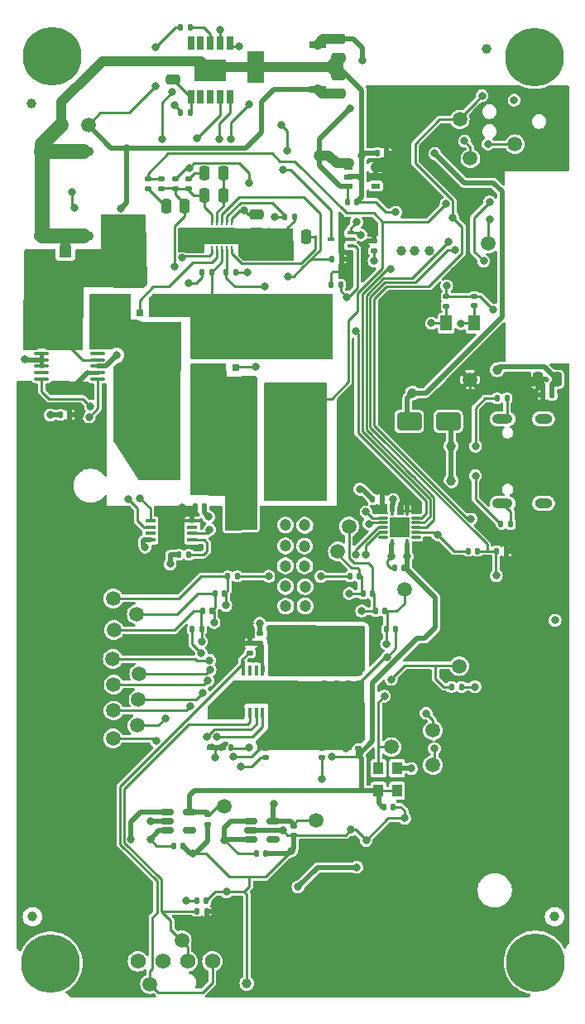
<source format=gbr>
%TF.GenerationSoftware,KiCad,Pcbnew,8.0.5*%
%TF.CreationDate,2024-12-18T19:41:22+01:00*%
%TF.ProjectId,makeraxe-lite,6d616b65-7261-4786-952d-6c6974652e6b,rev?*%
%TF.SameCoordinates,Original*%
%TF.FileFunction,Copper,L1,Top*%
%TF.FilePolarity,Positive*%
%FSLAX46Y46*%
G04 Gerber Fmt 4.6, Leading zero omitted, Abs format (unit mm)*
G04 Created by KiCad (PCBNEW 8.0.5) date 2024-12-18 19:41:22*
%MOMM*%
%LPD*%
G01*
G04 APERTURE LIST*
G04 Aperture macros list*
%AMRoundRect*
0 Rectangle with rounded corners*
0 $1 Rounding radius*
0 $2 $3 $4 $5 $6 $7 $8 $9 X,Y pos of 4 corners*
0 Add a 4 corners polygon primitive as box body*
4,1,4,$2,$3,$4,$5,$6,$7,$8,$9,$2,$3,0*
0 Add four circle primitives for the rounded corners*
1,1,$1+$1,$2,$3*
1,1,$1+$1,$4,$5*
1,1,$1+$1,$6,$7*
1,1,$1+$1,$8,$9*
0 Add four rect primitives between the rounded corners*
20,1,$1+$1,$2,$3,$4,$5,0*
20,1,$1+$1,$4,$5,$6,$7,0*
20,1,$1+$1,$6,$7,$8,$9,0*
20,1,$1+$1,$8,$9,$2,$3,0*%
%AMFreePoly0*
4,1,35,0.005000,-4.560000,0.003536,-4.563536,0.000000,-4.565000,-5.000000,-4.565000,-5.003536,-4.563536,-5.005000,-4.560000,-5.005000,-3.898000,-5.003536,-3.894464,-5.000000,-3.893000,-4.325000,-3.893000,-4.325000,-3.269700,-5.000000,-3.269700,-5.003536,-3.268236,-5.005000,-3.264700,-5.005000,-2.599700,-5.003536,-2.596164,-5.000000,-2.594700,-4.325000,-2.594700,-4.325000,-1.971400,-5.000000,-1.971400,
-5.003536,-1.969936,-5.005000,-1.966400,-5.005000,-1.301400,-5.003536,-1.297864,-5.000000,-1.296400,-4.325000,-1.296400,-4.325000,-0.673100,-5.000000,-0.673100,-5.003536,-0.671636,-5.005000,-0.668100,-5.005000,0.000000,-5.003536,0.003536,-5.000000,0.005000,0.005000,0.005000,0.005000,-4.560000,0.005000,-4.560000,$1*%
%AMFreePoly1*
4,1,45,-0.124646,1.700354,-0.124500,1.700000,-0.124500,1.200500,0.124500,1.200500,0.124500,1.700000,0.124646,1.700354,0.125000,1.700500,0.375000,1.700500,0.375354,1.700354,0.375500,1.700000,0.375500,1.200500,0.825000,1.200500,0.825354,1.200354,0.825500,1.200000,0.825500,-1.200000,0.825354,-1.200354,0.825000,-1.200500,0.375500,-1.200500,0.375500,-1.700000,0.375354,-1.700354,
0.375000,-1.700500,0.125000,-1.700500,0.124646,-1.700354,0.124500,-1.700000,0.124500,-1.200500,-0.124500,-1.200500,-0.124500,-1.700000,-0.124646,-1.700354,-0.125000,-1.700500,-0.375000,-1.700500,-0.375354,-1.700354,-0.375500,-1.700000,-0.375500,-1.200500,-0.825000,-1.200500,-0.825354,-1.200354,-0.825500,-1.200000,-0.825500,1.200000,-0.825354,1.200354,-0.825000,1.200500,-0.375500,1.200500,
-0.375500,1.700000,-0.375354,1.700354,-0.375000,1.700500,-0.125000,1.700500,-0.124646,1.700354,-0.124646,1.700354,$1*%
G04 Aperture macros list end*
%TA.AperFunction,SMDPad,CuDef*%
%ADD10RoundRect,0.250000X0.250000X0.475000X-0.250000X0.475000X-0.250000X-0.475000X0.250000X-0.475000X0*%
%TD*%
%TA.AperFunction,SMDPad,CuDef*%
%ADD11RoundRect,0.140000X0.140000X0.170000X-0.140000X0.170000X-0.140000X-0.170000X0.140000X-0.170000X0*%
%TD*%
%TA.AperFunction,SMDPad,CuDef*%
%ADD12RoundRect,0.250000X-1.000000X-0.650000X1.000000X-0.650000X1.000000X0.650000X-1.000000X0.650000X0*%
%TD*%
%TA.AperFunction,SMDPad,CuDef*%
%ADD13RoundRect,0.100000X-0.637500X-0.100000X0.637500X-0.100000X0.637500X0.100000X-0.637500X0.100000X0*%
%TD*%
%TA.AperFunction,SMDPad,CuDef*%
%ADD14RoundRect,0.140000X-0.170000X0.140000X-0.170000X-0.140000X0.170000X-0.140000X0.170000X0.140000X0*%
%TD*%
%TA.AperFunction,SMDPad,CuDef*%
%ADD15C,1.000000*%
%TD*%
%TA.AperFunction,SMDPad,CuDef*%
%ADD16RoundRect,0.135000X-0.185000X0.135000X-0.185000X-0.135000X0.185000X-0.135000X0.185000X0.135000X0*%
%TD*%
%TA.AperFunction,SMDPad,CuDef*%
%ADD17R,0.700000X1.400000*%
%TD*%
%TA.AperFunction,SMDPad,CuDef*%
%ADD18R,3.200000X2.300000*%
%TD*%
%TA.AperFunction,SMDPad,CuDef*%
%ADD19RoundRect,0.135000X0.135000X0.185000X-0.135000X0.185000X-0.135000X-0.185000X0.135000X-0.185000X0*%
%TD*%
%TA.AperFunction,SMDPad,CuDef*%
%ADD20C,1.500000*%
%TD*%
%TA.AperFunction,SMDPad,CuDef*%
%ADD21R,0.700000X0.450000*%
%TD*%
%TA.AperFunction,SMDPad,CuDef*%
%ADD22RoundRect,0.250000X-0.475000X0.250000X-0.475000X-0.250000X0.475000X-0.250000X0.475000X0.250000X0*%
%TD*%
%TA.AperFunction,SMDPad,CuDef*%
%ADD23RoundRect,0.135000X-0.135000X-0.185000X0.135000X-0.185000X0.135000X0.185000X-0.135000X0.185000X0*%
%TD*%
%TA.AperFunction,SMDPad,CuDef*%
%ADD24RoundRect,0.250000X-0.250000X-0.475000X0.250000X-0.475000X0.250000X0.475000X-0.250000X0.475000X0*%
%TD*%
%TA.AperFunction,SMDPad,CuDef*%
%ADD25R,1.168400X1.600200*%
%TD*%
%TA.AperFunction,SMDPad,CuDef*%
%ADD26RoundRect,0.150000X-0.512500X-0.150000X0.512500X-0.150000X0.512500X0.150000X-0.512500X0.150000X0*%
%TD*%
%TA.AperFunction,SMDPad,CuDef*%
%ADD27RoundRect,0.140000X0.170000X-0.140000X0.170000X0.140000X-0.170000X0.140000X-0.170000X-0.140000X0*%
%TD*%
%TA.AperFunction,SMDPad,CuDef*%
%ADD28R,0.400000X1.100000*%
%TD*%
%TA.AperFunction,SMDPad,CuDef*%
%ADD29RoundRect,0.140000X-0.140000X-0.170000X0.140000X-0.170000X0.140000X0.170000X-0.140000X0.170000X0*%
%TD*%
%TA.AperFunction,ComponentPad*%
%ADD30C,0.800000*%
%TD*%
%TA.AperFunction,ComponentPad*%
%ADD31C,6.000000*%
%TD*%
%TA.AperFunction,SMDPad,CuDef*%
%ADD32RoundRect,0.007800X-0.122200X0.442200X-0.122200X-0.442200X0.122200X-0.442200X0.122200X0.442200X0*%
%TD*%
%TA.AperFunction,SMDPad,CuDef*%
%ADD33RoundRect,0.007800X-0.442200X-0.122200X0.442200X-0.122200X0.442200X0.122200X-0.442200X0.122200X0*%
%TD*%
%TA.AperFunction,SMDPad,CuDef*%
%ADD34R,2.050000X2.050000*%
%TD*%
%TA.AperFunction,ComponentPad*%
%ADD35C,0.500000*%
%TD*%
%TA.AperFunction,SMDPad,CuDef*%
%ADD36RoundRect,0.135000X0.185000X-0.135000X0.185000X0.135000X-0.185000X0.135000X-0.185000X-0.135000X0*%
%TD*%
%TA.AperFunction,SMDPad,CuDef*%
%ADD37R,1.100000X0.400000*%
%TD*%
%TA.AperFunction,SMDPad,CuDef*%
%ADD38RoundRect,0.250000X-1.025000X0.875000X-1.025000X-0.875000X1.025000X-0.875000X1.025000X0.875000X0*%
%TD*%
%TA.AperFunction,SMDPad,CuDef*%
%ADD39R,0.700000X0.800000*%
%TD*%
%TA.AperFunction,SMDPad,CuDef*%
%ADD40FreePoly0,270.000000*%
%TD*%
%TA.AperFunction,SMDPad,CuDef*%
%ADD41RoundRect,0.050000X-0.070000X0.250000X-0.070000X-0.250000X0.070000X-0.250000X0.070000X0.250000X0*%
%TD*%
%TA.AperFunction,ComponentPad*%
%ADD42C,0.400000*%
%TD*%
%TA.AperFunction,SMDPad,CuDef*%
%ADD43FreePoly1,270.000000*%
%TD*%
%TA.AperFunction,SMDPad,CuDef*%
%ADD44R,1.600000X2.700000*%
%TD*%
%TA.AperFunction,SMDPad,CuDef*%
%ADD45FreePoly0,90.000000*%
%TD*%
%TA.AperFunction,SMDPad,CuDef*%
%ADD46RoundRect,0.250000X-0.325000X-1.100000X0.325000X-1.100000X0.325000X1.100000X-0.325000X1.100000X0*%
%TD*%
%TA.AperFunction,SMDPad,CuDef*%
%ADD47R,1.200000X1.200000*%
%TD*%
%TA.AperFunction,SMDPad,CuDef*%
%ADD48R,1.100000X1.300000*%
%TD*%
%TA.AperFunction,SMDPad,CuDef*%
%ADD49R,1.750000X0.800000*%
%TD*%
%TA.AperFunction,SMDPad,CuDef*%
%ADD50R,1.750000X3.200000*%
%TD*%
%TA.AperFunction,SMDPad,CuDef*%
%ADD51RoundRect,0.250000X0.325000X0.650000X-0.325000X0.650000X-0.325000X-0.650000X0.325000X-0.650000X0*%
%TD*%
%TA.AperFunction,SMDPad,CuDef*%
%ADD52R,3.400000X1.850000*%
%TD*%
%TA.AperFunction,SMDPad,CuDef*%
%ADD53R,0.952500X0.558800*%
%TD*%
%TA.AperFunction,ComponentPad*%
%ADD54C,1.574800*%
%TD*%
%TA.AperFunction,ComponentPad*%
%ADD55O,1.800000X1.000000*%
%TD*%
%TA.AperFunction,ComponentPad*%
%ADD56O,2.100000X1.000000*%
%TD*%
%TA.AperFunction,ComponentPad*%
%ADD57R,1.700000X1.700000*%
%TD*%
%TA.AperFunction,ComponentPad*%
%ADD58O,1.700000X1.700000*%
%TD*%
%TA.AperFunction,ViaPad*%
%ADD59C,0.800000*%
%TD*%
%TA.AperFunction,ViaPad*%
%ADD60C,1.000000*%
%TD*%
%TA.AperFunction,ViaPad*%
%ADD61C,1.200000*%
%TD*%
%TA.AperFunction,Conductor*%
%ADD62C,0.254000*%
%TD*%
%TA.AperFunction,Conductor*%
%ADD63C,0.508000*%
%TD*%
%TA.AperFunction,Conductor*%
%ADD64C,1.500000*%
%TD*%
%TA.AperFunction,Conductor*%
%ADD65C,1.000000*%
%TD*%
%TA.AperFunction,Conductor*%
%ADD66C,0.400000*%
%TD*%
G04 APERTURE END LIST*
D10*
%TO.P,C13,1*%
%TO.N,Net-(U4-BP)*%
X106814000Y-69487000D03*
%TO.P,C13,2*%
%TO.N,GND*%
X104914000Y-69487000D03*
%TD*%
D11*
%TO.P,C43,1*%
%TO.N,/BM1366/1V8*%
X116836000Y-103365000D03*
%TO.P,C43,2*%
%TO.N,GND*%
X115876000Y-103365000D03*
%TD*%
D12*
%TO.P,D1,1*%
%TO.N,/5V*%
X117380000Y-88392000D03*
%TO.P,D1,2*%
%TO.N,Net-(D1-Pad2)*%
X121380000Y-88392000D03*
%TD*%
D13*
%TO.P,U2,1,IN+*%
%TO.N,/Power/Vin_20V*%
X79777500Y-79495000D03*
%TO.P,U2,2,IN+*%
X79777500Y-80145000D03*
%TO.P,U2,3,IN+*%
X79777500Y-80795000D03*
%TO.P,U2,4,A1*%
%TO.N,GND*%
X79777500Y-81445000D03*
%TO.P,U2,5,A0*%
X79777500Y-82095000D03*
%TO.P,U2,6,GND*%
X79777500Y-82745000D03*
%TO.P,U2,7,ALERT*%
%TO.N,unconnected-(U2-ALERT-Pad7)*%
X79777500Y-83395000D03*
%TO.P,U2,8,SDA*%
%TO.N,/SDA*%
X79777500Y-84045000D03*
%TO.P,U2,9,SCL*%
%TO.N,/SCL*%
X85502500Y-84045000D03*
%TO.P,U2,10,VS*%
%TO.N,/3V3*%
X85502500Y-83395000D03*
%TO.P,U2,11,GND*%
%TO.N,GND*%
X85502500Y-82745000D03*
%TO.P,U2,12,VBUS*%
%TO.N,/Power/Vin_20V*%
X85502500Y-82095000D03*
%TO.P,U2,13,NC*%
%TO.N,unconnected-(U2-NC-Pad13)*%
X85502500Y-81445000D03*
%TO.P,U2,14,IN-*%
%TO.N,/Power/VIN_M*%
X85502500Y-80795000D03*
%TO.P,U2,15,IN-*%
X85502500Y-80145000D03*
%TO.P,U2,16,IN-*%
X85502500Y-79495000D03*
%TD*%
D14*
%TO.P,C31,1*%
%TO.N,/VDD*%
X112268000Y-114175600D03*
%TO.P,C31,2*%
%TO.N,GND*%
X112268000Y-115135600D03*
%TD*%
D15*
%TO.P,FID2,*%
%TO.N,*%
X125272800Y-50292000D03*
%TD*%
%TO.P,FID4,*%
%TO.N,*%
X132257800Y-139065000D03*
%TD*%
D16*
%TO.P,R5,1*%
%TO.N,/VDD*%
X90649600Y-63569000D03*
%TO.P,R5,2*%
%TO.N,Net-(C14-Pad1)*%
X90649600Y-64589000D03*
%TD*%
D15*
%TO.P,FID3,*%
%TO.N,*%
X78841600Y-139065000D03*
%TD*%
D17*
%TO.P,IC1,1,VDD*%
%TO.N,Net-(IC1-VDD)*%
X95030000Y-55240000D03*
%TO.P,IC1,2,CFG2*%
%TO.N,unconnected-(IC1-CFG2-Pad2)*%
X96030000Y-55240000D03*
%TO.P,IC1,3,CFG3*%
%TO.N,unconnected-(IC1-CFG3-Pad3)*%
X97030000Y-55240000D03*
%TO.P,IC1,4,DP*%
%TO.N,/Power/DP*%
X98030000Y-55240000D03*
%TO.P,IC1,5,DM*%
%TO.N,/Power/DM*%
X99030000Y-55240000D03*
%TO.P,IC1,6,CC2*%
%TO.N,/Power/port_CC1*%
X99030000Y-49740000D03*
%TO.P,IC1,7,CC1*%
%TO.N,/Power/port_CC2*%
X98030000Y-49740000D03*
%TO.P,IC1,8,VBUS*%
%TO.N,Net-(IC1-VBUS)*%
X97030000Y-49740000D03*
%TO.P,IC1,9,CFG1*%
%TO.N,unconnected-(IC1-CFG1-Pad9)*%
X96030000Y-49740000D03*
%TO.P,IC1,10,PG*%
%TO.N,unconnected-(IC1-PG-Pad10)*%
X95030000Y-49740000D03*
D18*
%TO.P,IC1,11,GND*%
%TO.N,GND*%
X97030000Y-52490000D03*
%TD*%
D19*
%TO.P,R16,1*%
%TO.N,GND*%
X122717000Y-115554000D03*
%TO.P,R16,2*%
%TO.N,/BM1366/BI*%
X121697000Y-115554000D03*
%TD*%
D11*
%TO.P,C25,1*%
%TO.N,GND*%
X115730000Y-127810000D03*
%TO.P,C25,2*%
%TO.N,/BM1366/1V8*%
X114770000Y-127810000D03*
%TD*%
D20*
%TO.P,TP18,1,1*%
%TO.N,/BM1366/NRSTO*%
X87045800Y-112699800D03*
%TD*%
D21*
%TO.P,Q1,1,G*%
%TO.N,/ESP32/PWR_EN*%
X111370000Y-70430000D03*
%TO.P,Q1,2,S*%
%TO.N,GND*%
X111370000Y-69130000D03*
%TO.P,Q1,3,D*%
%TO.N,Net-(Q1-D)*%
X109370000Y-69780000D03*
%TD*%
D10*
%TO.P,C9,1*%
%TO.N,Net-(U4-COMP)*%
X98355400Y-63005800D03*
%TO.P,C9,2*%
%TO.N,Net-(C9-Pad2)*%
X96455400Y-63005800D03*
%TD*%
D20*
%TO.P,TP6,1,1*%
%TO.N,/3V3*%
X123610000Y-84120000D03*
%TD*%
D16*
%TO.P,R12,1*%
%TO.N,/3V3*%
X113770000Y-69930000D03*
%TO.P,R12,2*%
%TO.N,/ESP32/PLUG_SENSE*%
X113770000Y-70950000D03*
%TD*%
D11*
%TO.P,C27,1*%
%TO.N,/BM1366/VDD3_0*%
X114920000Y-107790000D03*
%TO.P,C27,2*%
%TO.N,/BM1366/VDD2_0*%
X113960000Y-107790000D03*
%TD*%
D19*
%TO.P,R15,1*%
%TO.N,GND*%
X127764000Y-98910000D03*
%TO.P,R15,2*%
%TO.N,Net-(J5-CC2)*%
X126744000Y-98910000D03*
%TD*%
D22*
%TO.P,C5,1*%
%TO.N,/Power/VIN_M*%
X101783000Y-67211600D03*
%TO.P,C5,2*%
%TO.N,GND*%
X101783000Y-69111600D03*
%TD*%
D23*
%TO.P,R1,1*%
%TO.N,/Power/Vin_20V*%
X93940000Y-56850000D03*
%TO.P,R1,2*%
%TO.N,Net-(IC1-VDD)*%
X94960000Y-56850000D03*
%TD*%
D20*
%TO.P,TP9,1,1*%
%TO.N,/BM1366/VDD2_0*%
X111225000Y-99150000D03*
%TD*%
D14*
%TO.P,C47,1*%
%TO.N,/BM1366/0V8*%
X105540000Y-129760000D03*
%TO.P,C47,2*%
%TO.N,GND*%
X105540000Y-130720000D03*
%TD*%
D24*
%TO.P,C14,1*%
%TO.N,Net-(C14-Pad1)*%
X92522000Y-66420000D03*
%TO.P,C14,2*%
%TO.N,/Power/OUT0*%
X94422000Y-66420000D03*
%TD*%
D25*
%TO.P,Y1,1,1*%
%TO.N,/ESP32/XIN32*%
X124017400Y-78349000D03*
%TO.P,Y1,2,2*%
%TO.N,/ESP32/XOUT32*%
X121172600Y-78349000D03*
%TD*%
D20*
%TO.P,TP27,1,1*%
%TO.N,/Fan/FAN_TACH*%
X94107000Y-141452600D03*
%TD*%
%TO.P,TP28,1,1*%
%TO.N,/Fan/FAN_PWM*%
X90855800Y-145948400D03*
%TD*%
D26*
%TO.P,U11,1,VIN*%
%TO.N,/5V*%
X92615500Y-128358000D03*
%TO.P,U11,2,GND*%
%TO.N,GND*%
X92615500Y-129308000D03*
%TO.P,U11,3,EN*%
%TO.N,/5V*%
X92615500Y-130258000D03*
%TO.P,U11,4,PG*%
%TO.N,unconnected-(U11-PG-Pad4)*%
X94890500Y-130258000D03*
%TO.P,U11,5,VOUT*%
%TO.N,/BM1366/1V8*%
X94890500Y-128358000D03*
%TD*%
D24*
%TO.P,C21,1*%
%TO.N,/3V3*%
X130580000Y-84090000D03*
%TO.P,C21,2*%
%TO.N,GND*%
X132480000Y-84090000D03*
%TD*%
D20*
%TO.P,TP13,1,1*%
%TO.N,/BM1366/ADDR0*%
X119800000Y-119990000D03*
%TD*%
%TO.P,TP7,1,1*%
%TO.N,/ESP32/IO0*%
X122556000Y-57528000D03*
%TD*%
D26*
%TO.P,U12,1,VIN*%
%TO.N,/5V*%
X101182500Y-129290000D03*
%TO.P,U12,2,GND*%
%TO.N,GND*%
X101182500Y-130240000D03*
%TO.P,U12,3,EN*%
%TO.N,/5V*%
X101182500Y-131190000D03*
%TO.P,U12,4,PG*%
%TO.N,unconnected-(U12-PG-Pad4)*%
X103457500Y-131190000D03*
%TO.P,U12,5,VOUT*%
%TO.N,/BM1366/0V8*%
X103457500Y-129290000D03*
%TD*%
D20*
%TO.P,TP19,1,1*%
%TO.N,/BM1366/BO*%
X89763600Y-114223800D03*
%TD*%
D27*
%TO.P,C28,1*%
%TO.N,/BM1366/0V8*%
X108485000Y-122798000D03*
%TO.P,C28,2*%
%TO.N,GND*%
X108485000Y-121838000D03*
%TD*%
D20*
%TO.P,TP20,1,1*%
%TO.N,/BM1366/RI*%
X87147400Y-115316000D03*
%TD*%
D28*
%TO.P,U13,1,VDD*%
%TO.N,/3V3*%
X102371800Y-113877200D03*
%TO.P,U13,2,DP*%
%TO.N,unconnected-(U13-DP-Pad2)*%
X101721800Y-113877200D03*
%TO.P,U13,3,DN*%
%TO.N,unconnected-(U13-DN-Pad3)*%
X101071800Y-113877200D03*
%TO.P,U13,4,FAN*%
%TO.N,/Fan/FAN_PWM*%
X100421800Y-113877200D03*
%TO.P,U13,5,GND*%
%TO.N,GND*%
X100421800Y-118177200D03*
%TO.P,U13,6,ALERT/TACH*%
%TO.N,/Fan/FAN_TACH*%
X101071800Y-118177200D03*
%TO.P,U13,7,SMDATA*%
%TO.N,/SDA*%
X101721800Y-118177200D03*
%TO.P,U13,8,SMCLK*%
%TO.N,/SCL*%
X102371800Y-118177200D03*
%TD*%
D11*
%TO.P,C37,1*%
%TO.N,/VDD*%
X99780000Y-104240000D03*
%TO.P,C37,2*%
%TO.N,/BM1366/VDD1_1*%
X98820000Y-104240000D03*
%TD*%
D29*
%TO.P,C23,1*%
%TO.N,/3V3*%
X131050000Y-85700000D03*
%TO.P,C23,2*%
%TO.N,GND*%
X132010000Y-85700000D03*
%TD*%
D19*
%TO.P,R11,1*%
%TO.N,/3V3*%
X127347000Y-101658000D03*
%TO.P,R11,2*%
%TO.N,/ESP32/EN*%
X126327000Y-101658000D03*
%TD*%
D22*
%TO.P,C7,1*%
%TO.N,GND*%
X93180000Y-51540000D03*
%TO.P,C7,2*%
%TO.N,Net-(IC1-VDD)*%
X93180000Y-53440000D03*
%TD*%
D20*
%TO.P,TP2,1,1*%
%TO.N,GND*%
X81790000Y-58110000D03*
%TD*%
D30*
%TO.P,H1,1,1*%
%TO.N,GND*%
X127985010Y-51120990D03*
X128644020Y-49530000D03*
X128644020Y-52711980D03*
X130235010Y-48870990D03*
D31*
X130235010Y-51120990D03*
D30*
X130235010Y-53370990D03*
X131826000Y-49530000D03*
X131826000Y-52711980D03*
X132485010Y-51120990D03*
%TD*%
D27*
%TO.P,C22,1*%
%TO.N,/ESP32/XIN32*%
X124043000Y-76576000D03*
%TO.P,C22,2*%
%TO.N,GND*%
X124043000Y-75616000D03*
%TD*%
D15*
%TO.P,FID1,*%
%TO.N,*%
X78740000Y-55905400D03*
%TD*%
D32*
%TO.P,U10,1,VCCA*%
%TO.N,/BM1366/1V8*%
X115672000Y-97580000D03*
D33*
%TO.P,U10,2,A1*%
%TO.N,/BM1366/RO*%
X114737000Y-98265000D03*
%TO.P,U10,3,A2*%
%TO.N,/BM1366/CI*%
X114737000Y-98765000D03*
%TO.P,U10,4,A3*%
%TO.N,/BM1366/RST_N*%
X114737000Y-99265000D03*
%TO.P,U10,5,A4*%
%TO.N,GND*%
X114737000Y-99765000D03*
%TO.P,U10,6,NC*%
%TO.N,unconnected-(U10-NC-Pad6)*%
X114737000Y-100265000D03*
D32*
%TO.P,U10,7,GND*%
%TO.N,GND*%
X115672000Y-100950000D03*
%TO.P,U10,8,OE*%
%TO.N,/BM1366/1V8*%
X117172000Y-100950000D03*
D33*
%TO.P,U10,9,NC*%
%TO.N,unconnected-(U10-NC-Pad9)*%
X118107000Y-100265000D03*
%TO.P,U10,10,B4*%
%TO.N,GND*%
X118107000Y-99765000D03*
%TO.P,U10,11,B3*%
%TO.N,/RST*%
X118107000Y-99265000D03*
%TO.P,U10,12,B2*%
%TO.N,/TX*%
X118107000Y-98765000D03*
%TO.P,U10,13,B1*%
%TO.N,/RX*%
X118107000Y-98265000D03*
D32*
%TO.P,U10,14,VCCB*%
%TO.N,/3V3*%
X117172000Y-97580000D03*
D34*
%TO.P,U10,15,GND*%
%TO.N,GND*%
X116422000Y-99265000D03*
D35*
%TO.P,U10,16,GND*%
X116922000Y-98765000D03*
%TO.P,U10,17,GND*%
X116922000Y-99765000D03*
%TO.P,U10,18,GND*%
X115922000Y-99765000D03*
%TO.P,U10,19,GND*%
X115922000Y-98765000D03*
%TD*%
D16*
%TO.P,R2,1*%
%TO.N,Net-(C9-Pad2)*%
X94828800Y-63573600D03*
%TO.P,R2,2*%
%TO.N,/Power/OUT0*%
X94828800Y-64593600D03*
%TD*%
D20*
%TO.P,TP15,1,1*%
%TO.N,/BM1366/VDD1_1*%
X87100000Y-106510000D03*
%TD*%
%TO.P,TP3,1,1*%
%TO.N,/ESP32/EN*%
X125500000Y-70190000D03*
%TD*%
D36*
%TO.P,R7,1*%
%TO.N,/Power/OUT0*%
X93465000Y-64589000D03*
%TO.P,R7,2*%
%TO.N,GND*%
X93465000Y-63569000D03*
%TD*%
D11*
%TO.P,C39,1*%
%TO.N,/BM1366/VDD1_1*%
X98490000Y-106040000D03*
%TO.P,C39,2*%
%TO.N,/BM1366/VDD2_1*%
X97530000Y-106040000D03*
%TD*%
D19*
%TO.P,R9,1*%
%TO.N,Net-(U5-FS0)*%
X94840000Y-102040000D03*
%TO.P,R9,2*%
%TO.N,GND*%
X93820000Y-102040000D03*
%TD*%
D30*
%TO.P,H3,1,1*%
%TO.N,GND*%
X128052000Y-143728000D03*
X128711010Y-142137010D03*
X128711010Y-145318990D03*
X130302000Y-141478000D03*
D31*
X130302000Y-143728000D03*
D30*
X130302000Y-145978000D03*
X131892990Y-142137010D03*
X131892990Y-145318990D03*
X132552000Y-143728000D03*
%TD*%
D27*
%TO.P,C40,1*%
%TO.N,Net-(U9-VDDIO_08_1)*%
X102646000Y-122798000D03*
%TO.P,C40,2*%
%TO.N,GND*%
X102646000Y-121838000D03*
%TD*%
D11*
%TO.P,C20,1*%
%TO.N,/3V3*%
X115080000Y-60930000D03*
%TO.P,C20,2*%
%TO.N,GND*%
X114120000Y-60930000D03*
%TD*%
%TO.P,C42,1*%
%TO.N,/BM1366/VDD3_1*%
X96139000Y-109681000D03*
%TO.P,C42,2*%
%TO.N,GND*%
X95179000Y-109681000D03*
%TD*%
D20*
%TO.P,TP4,1,1*%
%TO.N,/ESP32/P_TX*%
X128200000Y-60060000D03*
%TD*%
D10*
%TO.P,C8,1*%
%TO.N,Net-(U4-COMP)*%
X98333000Y-65268000D03*
%TO.P,C8,2*%
%TO.N,/Power/OUT0*%
X96433000Y-65268000D03*
%TD*%
D22*
%TO.P,C10,1*%
%TO.N,GND*%
X110160000Y-52990000D03*
%TO.P,C10,2*%
%TO.N,/Power/Vin_20V*%
X110160000Y-54890000D03*
%TD*%
D37*
%TO.P,U5,1,SDA*%
%TO.N,/SDA*%
X90890000Y-98565000D03*
%TO.P,U5,2,SCL*%
%TO.N,/SCL*%
X90890000Y-99215000D03*
%TO.P,U5,3,FS1*%
%TO.N,unconnected-(U5-FS1-Pad3)*%
X90890000Y-99865000D03*
%TO.P,U5,4,GND*%
%TO.N,GND*%
X90890000Y-100515000D03*
%TO.P,U5,5,FS0*%
%TO.N,Net-(U5-FS0)*%
X95190000Y-100515000D03*
%TO.P,U5,6,OUT0*%
%TO.N,/Power/OUT0*%
X95190000Y-99865000D03*
%TO.P,U5,7,OUT1*%
%TO.N,/Power/OUT1*%
X95190000Y-99215000D03*
%TO.P,U5,8,VCC*%
%TO.N,/3V3*%
X95190000Y-98565000D03*
%TD*%
D20*
%TO.P,TP10,1,1*%
%TO.N,/BM1366/VDD3_0*%
X116870000Y-105550000D03*
%TD*%
D29*
%TO.P,C6,1*%
%TO.N,Net-(Q1-D)*%
X104650000Y-67450000D03*
%TO.P,C6,2*%
%TO.N,GND*%
X105610000Y-67450000D03*
%TD*%
D20*
%TO.P,TP21,1,1*%
%TO.N,/BM1366/CLKO*%
X89687400Y-116840000D03*
%TD*%
D30*
%TO.P,H4,1,1*%
%TO.N,GND*%
X78455010Y-143830990D03*
X79114020Y-142240000D03*
X79114020Y-145421980D03*
X80705010Y-141580990D03*
D31*
X80705010Y-143830990D03*
D30*
X80705010Y-146080990D03*
X82296000Y-142240000D03*
X82296000Y-145421980D03*
X82955010Y-143830990D03*
%TD*%
D27*
%TO.P,C24,1*%
%TO.N,/ESP32/XOUT32*%
X121159000Y-76585000D03*
%TO.P,C24,2*%
%TO.N,GND*%
X121159000Y-75625000D03*
%TD*%
D11*
%TO.P,C1,1*%
%TO.N,/3V3*%
X82650000Y-87720000D03*
%TO.P,C1,2*%
%TO.N,GND*%
X81690000Y-87720000D03*
%TD*%
D14*
%TO.P,C34,1*%
%TO.N,/VDD*%
X108712000Y-114201000D03*
%TO.P,C34,2*%
%TO.N,GND*%
X108712000Y-115161000D03*
%TD*%
%TO.P,C35,1*%
%TO.N,/VDD*%
X111150400Y-114226400D03*
%TO.P,C35,2*%
%TO.N,GND*%
X111150400Y-115186400D03*
%TD*%
D16*
%TO.P,R6,1*%
%TO.N,/VDD*%
X92057300Y-63569000D03*
%TO.P,R6,2*%
%TO.N,/Power/OUT0*%
X92057300Y-64589000D03*
%TD*%
D20*
%TO.P,TP1,1,1*%
%TO.N,/Power/Vin_20V*%
X84530000Y-58110000D03*
%TD*%
D11*
%TO.P,C38,1*%
%TO.N,Net-(U9-VDDIO_18_1)*%
X99092000Y-121788000D03*
%TO.P,C38,2*%
%TO.N,GND*%
X98132000Y-121788000D03*
%TD*%
D38*
%TO.P,C36,1*%
%TO.N,/VDD*%
X105600000Y-111360000D03*
%TO.P,C36,2*%
%TO.N,GND*%
X105600000Y-117760000D03*
%TD*%
D39*
%TO.P,Q3,1*%
%TO.N,GND*%
X95751600Y-82862700D03*
%TO.P,Q3,2*%
X97049900Y-82862700D03*
%TO.P,Q3,3,S*%
X98313300Y-82862700D03*
%TO.P,Q3,4,G*%
%TO.N,Net-(Q3-G)*%
X99611600Y-82862700D03*
D40*
%TO.P,Q3,5,D*%
%TO.N,/Power/SW*%
X99961600Y-81957700D03*
%TD*%
D27*
%TO.P,C51,1*%
%TO.N,/3V3*%
X102133400Y-111046200D03*
%TO.P,C51,2*%
%TO.N,GND*%
X102133400Y-110086200D03*
%TD*%
D23*
%TO.P,R17,1*%
%TO.N,/Fan/FAN_TACH*%
X95640000Y-138480000D03*
%TO.P,R17,2*%
%TO.N,/3V3*%
X96660000Y-138480000D03*
%TD*%
D22*
%TO.P,C11,1*%
%TO.N,/5V*%
X110160000Y-49300000D03*
%TO.P,C11,2*%
%TO.N,GND*%
X110160000Y-51200000D03*
%TD*%
D20*
%TO.P,TP16,1,1*%
%TO.N,/BM1366/VDD2_1*%
X89500000Y-108130000D03*
%TD*%
D29*
%TO.P,C15,1*%
%TO.N,/3V3*%
X95450000Y-97140000D03*
%TO.P,C15,2*%
%TO.N,GND*%
X96410000Y-97140000D03*
%TD*%
D41*
%TO.P,U4,1,VDD*%
%TO.N,/Power/VIN_M*%
X99201691Y-68022200D03*
%TO.P,U4,2,EN/SS*%
%TO.N,Net-(Q1-D)*%
X98701691Y-68022200D03*
%TO.P,U4,3,PGOOD*%
%TO.N,/Power/PGOOD*%
X98201691Y-68022200D03*
%TO.P,U4,4,COMP*%
%TO.N,Net-(U4-COMP)*%
X97701691Y-68022200D03*
%TO.P,U4,5,FB*%
%TO.N,/Power/OUT0*%
X97201691Y-68022200D03*
%TO.P,U4,6,BOOT*%
%TO.N,Net-(U4-BOOT)*%
X97201691Y-70822200D03*
%TO.P,U4,7,HDRV*%
%TO.N,Net-(Q2-G)*%
X97701691Y-70822200D03*
%TO.P,U4,8,SW*%
%TO.N,/Power/SW*%
X98201691Y-70822200D03*
%TO.P,U4,9,LDRV*%
%TO.N,Net-(Q3-G)*%
X98701691Y-70822200D03*
%TO.P,U4,10,BP*%
%TO.N,Net-(U4-BP)*%
X99201691Y-70822200D03*
D42*
%TO.P,U4,11,GND*%
%TO.N,GND*%
X98201691Y-68847200D03*
X99151691Y-69422200D03*
D43*
X98201691Y-69422200D03*
D42*
X97251691Y-69422200D03*
X98201691Y-69997200D03*
%TD*%
D20*
%TO.P,TP8,1,1*%
%TO.N,/BM1366/VDD1_0*%
X110075000Y-101700000D03*
%TD*%
%TO.P,TP24,1,1*%
%TO.N,/BM1366/PIN_MODE*%
X87071200Y-120827800D03*
%TD*%
D30*
%TO.P,H2,1,1*%
%TO.N,GND*%
X78558000Y-51054000D03*
X79217010Y-49463010D03*
X79217010Y-52644990D03*
X80808000Y-48804000D03*
D31*
X80808000Y-51054000D03*
D30*
X80808000Y-53304000D03*
X82398990Y-49463010D03*
X82398990Y-52644990D03*
X83058000Y-51054000D03*
%TD*%
D29*
%TO.P,C44,1*%
%TO.N,/5V*%
X93253000Y-131818000D03*
%TO.P,C44,2*%
%TO.N,GND*%
X94213000Y-131818000D03*
%TD*%
D20*
%TO.P,TP14,1,1*%
%TO.N,/BM1366/ADDR1*%
X119800000Y-123540000D03*
%TD*%
D11*
%TO.P,C19,1*%
%TO.N,/ESP32/EN*%
X124370000Y-101660000D03*
%TO.P,C19,2*%
%TO.N,GND*%
X123410000Y-101660000D03*
%TD*%
%TO.P,C29,1*%
%TO.N,/BM1366/VDD2_0*%
X113620000Y-106030000D03*
%TO.P,C29,2*%
%TO.N,/BM1366/VDD1_0*%
X112660000Y-106030000D03*
%TD*%
D44*
%TO.P,C16,1*%
%TO.N,/VDD*%
X103851600Y-89640200D03*
%TO.P,C16,2*%
%TO.N,GND*%
X100851600Y-89640200D03*
%TD*%
D39*
%TO.P,Q2,1*%
%TO.N,/Power/SW*%
X93649887Y-77313864D03*
%TO.P,Q2,2*%
X92351587Y-77313864D03*
%TO.P,Q2,3,S*%
X91088187Y-77313864D03*
%TO.P,Q2,4,G*%
%TO.N,Net-(Q2-G)*%
X89789887Y-77313864D03*
D45*
%TO.P,Q2,5,D*%
%TO.N,/Power/VIN_M*%
X89439887Y-78218864D03*
%TD*%
D29*
%TO.P,C12,1*%
%TO.N,Net-(U4-BOOT)*%
X96189800Y-73128000D03*
%TO.P,C12,2*%
%TO.N,/Power/SW*%
X97149800Y-73128000D03*
%TD*%
D20*
%TO.P,TP12,1,1*%
%TO.N,/BM1366/CLKI*%
X115560000Y-121710000D03*
%TD*%
D46*
%TO.P,C2,1*%
%TO.N,/Power/VIN_M*%
X92806600Y-85970200D03*
%TO.P,C2,2*%
%TO.N,GND*%
X95756600Y-85970200D03*
%TD*%
D20*
%TO.P,TP17,1,1*%
%TO.N,/BM1366/VDD3_1*%
X87180000Y-109740000D03*
%TD*%
D47*
%TO.P,D3,1,K*%
%TO.N,/Power/Vin_20V*%
X82200000Y-73800000D03*
%TO.P,D3,2,A*%
%TO.N,GND*%
X82200000Y-71000000D03*
%TD*%
D48*
%TO.P,U8,1,EN*%
%TO.N,/BM1366/1V8*%
X116140000Y-126170000D03*
%TO.P,U8,2,GND*%
%TO.N,GND*%
X116140000Y-123870000D03*
%TO.P,U8,3,OUT*%
%TO.N,/BM1366/CLKI*%
X114240000Y-123870000D03*
%TO.P,U8,4,VIN*%
%TO.N,/BM1366/1V8*%
X114240000Y-126170000D03*
%TD*%
D20*
%TO.P,TP25,1,1*%
%TO.N,/BM1366/1V8*%
X98473000Y-127736000D03*
%TD*%
D23*
%TO.P,R4,1*%
%TO.N,Net-(Q3-G)*%
X98650200Y-73123400D03*
%TO.P,R4,2*%
%TO.N,GND*%
X99670200Y-73123400D03*
%TD*%
D19*
%TO.P,R8,1*%
%TO.N,/3V3*%
X110465000Y-71760000D03*
%TO.P,R8,2*%
%TO.N,/Power/PGOOD*%
X109445000Y-71760000D03*
%TD*%
D11*
%TO.P,C26,1*%
%TO.N,GND*%
X116020000Y-109624000D03*
%TO.P,C26,2*%
%TO.N,/BM1366/VDD3_0*%
X115060000Y-109624000D03*
%TD*%
D23*
%TO.P,R13,1*%
%TO.N,/3V3*%
X109340000Y-74410000D03*
%TO.P,R13,2*%
%TO.N,/ESP32/PWR_EN*%
X110360000Y-74410000D03*
%TD*%
D29*
%TO.P,C45,1*%
%TO.N,/5V*%
X101730000Y-132610000D03*
%TO.P,C45,2*%
%TO.N,GND*%
X102690000Y-132610000D03*
%TD*%
D20*
%TO.P,TP23,1,1*%
%TO.N,/BM1366/INV_CLKO*%
X89560400Y-119507000D03*
%TD*%
D49*
%TO.P,U3,1,INPUT*%
%TO.N,/Power/Vin_20V*%
X107980000Y-54430000D03*
%TO.P,U3,2,GROUND_1*%
%TO.N,GND*%
X107980000Y-52130000D03*
%TO.P,U3,3,OUTPUT*%
%TO.N,/5V*%
X107980000Y-49830000D03*
D50*
%TO.P,U3,4,GROUND_2*%
%TO.N,GND*%
X101680000Y-52130000D03*
%TD*%
D27*
%TO.P,C30,1*%
%TO.N,/BM1366/1V8*%
X112160000Y-121800000D03*
%TO.P,C30,2*%
%TO.N,GND*%
X112160000Y-120840000D03*
%TD*%
D20*
%TO.P,TP11,1,1*%
%TO.N,/BM1366/BI*%
X122500000Y-113430000D03*
%TD*%
D36*
%TO.P,R18,1*%
%TO.N,/Fan/FAN_PWM*%
X101092000Y-112066800D03*
%TO.P,R18,2*%
%TO.N,/3V3*%
X101092000Y-111046800D03*
%TD*%
D11*
%TO.P,C41,1*%
%TO.N,/BM1366/VDD2_1*%
X97210000Y-107780000D03*
%TO.P,C41,2*%
%TO.N,/BM1366/VDD3_1*%
X96250000Y-107780000D03*
%TD*%
%TO.P,C32,1*%
%TO.N,/BM1366/VDD1_0*%
X112290000Y-104240000D03*
%TO.P,C32,2*%
%TO.N,/VDD*%
X111330000Y-104240000D03*
%TD*%
D29*
%TO.P,C50,1*%
%TO.N,/5V*%
X95640000Y-137410000D03*
%TO.P,C50,2*%
%TO.N,GND*%
X96600000Y-137410000D03*
%TD*%
D20*
%TO.P,TP26,1,1*%
%TO.N,/BM1366/0V8*%
X107830000Y-129200000D03*
%TD*%
%TO.P,TP22,1,1*%
%TO.N,/BM1366/CO*%
X87122000Y-117983000D03*
%TD*%
D19*
%TO.P,R14,1*%
%TO.N,GND*%
X127382000Y-86047000D03*
%TO.P,R14,2*%
%TO.N,Net-(J5-CC1)*%
X126362000Y-86047000D03*
%TD*%
D29*
%TO.P,C18,1*%
%TO.N,/5V*%
X111051000Y-65931000D03*
%TO.P,C18,2*%
%TO.N,GND*%
X112011000Y-65931000D03*
%TD*%
D20*
%TO.P,TP5,1,1*%
%TO.N,/ESP32/P_RX*%
X123640000Y-61510000D03*
%TD*%
D11*
%TO.P,C48,1*%
%TO.N,/3V3*%
X114582000Y-96355000D03*
%TO.P,C48,2*%
%TO.N,GND*%
X113622000Y-96355000D03*
%TD*%
D51*
%TO.P,C17,1*%
%TO.N,/VDD*%
X103786600Y-92610200D03*
%TO.P,C17,2*%
%TO.N,GND*%
X100836600Y-92610200D03*
%TD*%
D23*
%TO.P,R3,1*%
%TO.N,/Power/Vin_20V*%
X93940000Y-48110000D03*
%TO.P,R3,2*%
%TO.N,Net-(IC1-VBUS)*%
X94960000Y-48110000D03*
%TD*%
D14*
%TO.P,C46,1*%
%TO.N,/BM1366/1V8*%
X96763000Y-128638000D03*
%TO.P,C46,2*%
%TO.N,GND*%
X96763000Y-129598000D03*
%TD*%
D46*
%TO.P,C3,1*%
%TO.N,/Power/VIN_M*%
X92766600Y-89380200D03*
%TO.P,C3,2*%
%TO.N,GND*%
X95716600Y-89380200D03*
%TD*%
D14*
%TO.P,C33,1*%
%TO.N,/VDD*%
X109982000Y-114230000D03*
%TO.P,C33,2*%
%TO.N,GND*%
X109982000Y-115190000D03*
%TD*%
D52*
%TO.P,L1,1,1*%
%TO.N,/Power/SW*%
X105950000Y-80265000D03*
%TO.P,L1,2,2*%
%TO.N,/VDD*%
X105950000Y-85815000D03*
%TD*%
D53*
%TO.P,U6,1,VIN*%
%TO.N,/5V*%
X111185050Y-62440200D03*
%TO.P,U6,2,GND*%
%TO.N,GND*%
X111185050Y-63380000D03*
%TO.P,U6,3,EN*%
%TO.N,/5V*%
X111185050Y-64319800D03*
%TO.P,U6,4,NC*%
%TO.N,unconnected-(U6-NC-Pad4)*%
X113940950Y-64319800D03*
%TO.P,U6,5,VOUT*%
%TO.N,/3V3*%
X113940950Y-62440200D03*
%TD*%
D46*
%TO.P,C4,1*%
%TO.N,/Power/VIN_M*%
X92766600Y-92740200D03*
%TO.P,C4,2*%
%TO.N,GND*%
X95716600Y-92740200D03*
%TD*%
D54*
%TO.P,J6,1,Pin_1*%
%TO.N,GND*%
X89621000Y-143622000D03*
%TO.P,J6,2,Pin_2*%
%TO.N,/5V*%
X92161000Y-143622000D03*
%TO.P,J6,3,Pin_3*%
%TO.N,/Fan/FAN_TACH*%
X94701000Y-143622000D03*
%TO.P,J6,4,Pin_4*%
%TO.N,/Fan/FAN_PWM*%
X97241000Y-143622000D03*
%TD*%
D55*
%TO.P,J2,S1,SHIELD*%
%TO.N,GND*%
X79865000Y-69470000D03*
D56*
X84045000Y-69470000D03*
D55*
X79865000Y-60830000D03*
D56*
X84045000Y-60830000D03*
%TD*%
D57*
%TO.P,J1,1,Pin_1*%
%TO.N,/Power/Vin_20V*%
X83000000Y-76540000D03*
D58*
%TO.P,J1,2,Pin_2*%
%TO.N,/Power/VIN_M*%
X85540000Y-76540000D03*
%TD*%
D55*
%TO.P,J5,S1,SHIELD*%
%TO.N,GND*%
X131123000Y-88136000D03*
D56*
X126943000Y-88136000D03*
D55*
X131123000Y-96776000D03*
D56*
X126943000Y-96776000D03*
%TD*%
D59*
%TO.N,GND*%
X106376000Y-120179000D03*
X95067000Y-70471000D03*
X78090000Y-82060000D03*
X100850600Y-73131400D03*
X104100000Y-121300000D03*
X116910000Y-128990000D03*
D60*
X116540000Y-70920000D03*
D59*
X99060000Y-95504000D03*
X125600000Y-65940000D03*
X112980000Y-131260000D03*
X96109000Y-112124000D03*
X99060000Y-97536000D03*
X112460000Y-69350000D03*
X100076000Y-97536000D03*
X106396000Y-118533000D03*
X97028000Y-95504000D03*
X110862000Y-121832000D03*
X98044000Y-95504000D03*
X104082000Y-115436000D03*
X98682000Y-136516000D03*
X101092000Y-95504000D03*
X125000000Y-72000000D03*
X99393000Y-122727000D03*
X106408000Y-116351000D03*
X128120000Y-55550000D03*
X95758000Y-69431400D03*
D60*
X100765000Y-145890000D03*
D59*
X94890000Y-62470000D03*
X94411000Y-69401000D03*
X101092000Y-98552000D03*
X105673000Y-117442000D03*
X80660000Y-87760000D03*
X101092000Y-96520000D03*
X84960000Y-52550000D03*
X97551000Y-122747000D03*
X124109000Y-115539000D03*
D60*
X117910000Y-70950000D03*
D59*
X90360055Y-101249945D03*
X100076000Y-96520000D03*
X117602000Y-123903000D03*
X101779000Y-71402000D03*
X116000000Y-67000000D03*
X104855000Y-118563000D03*
X104132000Y-117472000D03*
X101000000Y-64000000D03*
X121210000Y-74547000D03*
X100076000Y-98552000D03*
X102625000Y-70567000D03*
X100076000Y-95504000D03*
X104835000Y-120209000D03*
X112922500Y-102037000D03*
X107144000Y-117442000D03*
X111440000Y-130160000D03*
X107112000Y-121270000D03*
X90897000Y-129309000D03*
X112318000Y-95325000D03*
X112512000Y-61250000D03*
X105623000Y-115406000D03*
X105641000Y-121270000D03*
X101092000Y-97536000D03*
X104867000Y-116381000D03*
X112000000Y-68000000D03*
X100801000Y-70578000D03*
X87414791Y-81636367D03*
X104830000Y-71398000D03*
X103000000Y-69000000D03*
D60*
X119454234Y-70914234D03*
D59*
X105330000Y-132320000D03*
X104430000Y-130240000D03*
D60*
X126380000Y-83110000D03*
D59*
X99060000Y-96520000D03*
X115573700Y-102188000D03*
X120310000Y-100000000D03*
X103584000Y-71410000D03*
X102082600Y-109067600D03*
X96840000Y-98140000D03*
X132297000Y-108743000D03*
X126000000Y-77000000D03*
X97000000Y-84000000D03*
X92910000Y-102990000D03*
X95260000Y-132630000D03*
X107094000Y-115406000D03*
X115099642Y-112550642D03*
X99060000Y-98552000D03*
%TO.N,/Power/VIN_M*%
X89723655Y-78502634D03*
X100470000Y-66770000D03*
%TO.N,/BM1366/1V8*%
X115737362Y-96385646D03*
X117172000Y-102173000D03*
X109458000Y-122723000D03*
%TO.N,/BM1366/INV_CLKO*%
X92430600Y-118795800D03*
D61*
%TO.N,/VDD*%
X105590000Y-93810000D03*
D59*
X121149900Y-66170000D03*
D61*
X107600000Y-95800000D03*
D59*
X103000000Y-104240000D03*
X105152000Y-113890000D03*
D61*
X106685000Y-103175000D03*
X106725000Y-105305000D03*
X107600000Y-93830000D03*
X106700000Y-99020000D03*
D59*
X104126000Y-113110000D03*
X108330000Y-104270000D03*
D61*
X105570000Y-89660000D03*
X105570000Y-91700000D03*
X104700000Y-99000000D03*
D59*
X107204000Y-113920000D03*
D61*
X106725000Y-107275000D03*
D59*
X106178000Y-113110000D03*
D61*
X104695000Y-103175000D03*
X104700000Y-101135000D03*
X107560000Y-91700000D03*
X105620000Y-95830000D03*
X106665000Y-101155000D03*
X104745000Y-107305000D03*
X107540000Y-89680000D03*
X104715000Y-105285000D03*
D59*
%TO.N,/ESP32/EN*%
X126293000Y-104178000D03*
X125650000Y-67760000D03*
X122101300Y-70905000D03*
D60*
%TO.N,/5V*%
X117710000Y-85490000D03*
D59*
X88883000Y-131168000D03*
X120000000Y-61000000D03*
X111320000Y-56410000D03*
X94580000Y-137390000D03*
X112560000Y-51500000D03*
X106000000Y-136000000D03*
X90881000Y-131182000D03*
D61*
X108214845Y-61185155D03*
D59*
X98450000Y-131200000D03*
X112000000Y-134000000D03*
%TO.N,/3V3*%
X113000000Y-93000000D03*
X110500000Y-73050000D03*
X115457000Y-62413000D03*
X114010000Y-95176000D03*
X127766000Y-100521000D03*
X129610000Y-55490000D03*
D60*
X126000000Y-84500000D03*
D59*
X122000000Y-73000000D03*
X123394000Y-86260000D03*
X98662000Y-137914100D03*
X117172000Y-96434000D03*
X118000000Y-67000000D03*
X115000000Y-88000000D03*
X83700000Y-87750000D03*
X113750000Y-68810000D03*
X101092000Y-109016800D03*
X125000000Y-74000000D03*
X94100000Y-97190000D03*
X82990000Y-85090000D03*
%TO.N,/TX*%
X115482566Y-72844545D03*
%TO.N,/RX*%
X111892000Y-79190000D03*
%TO.N,/BM1366/VDD3_0*%
X115070000Y-111160000D03*
%TO.N,/BM1366/VDD2_0*%
X112530000Y-107800000D03*
%TO.N,/RST*%
X121437000Y-70037900D03*
%TO.N,/BM1366/PIN_MODE*%
X91480645Y-121097045D03*
%TO.N,/SCL*%
X84630946Y-87948642D03*
X88670000Y-96340000D03*
X97713800Y-120675400D03*
%TO.N,/Power/OUT0*%
X96970000Y-99460000D03*
X93399000Y-72582000D03*
%TO.N,/BM1366/0V8*%
X108468000Y-124939000D03*
X103530000Y-127490000D03*
%TO.N,/BM1366/VDD1_0*%
X111250000Y-106010000D03*
%TO.N,/BM1366/VDD1_1*%
X98602800Y-107213400D03*
%TO.N,/BM1366/VDD2_1*%
X97409000Y-108966000D03*
%TO.N,/BM1366/VDD3_1*%
X96130000Y-110920000D03*
%TO.N,Net-(Q1-D)*%
X104500000Y-62680000D03*
X103630000Y-67500000D03*
%TO.N,/Power/Vin_20V*%
X91410000Y-50140000D03*
D61*
X80600000Y-78210000D03*
X87200000Y-70676666D03*
X87200000Y-68500000D03*
X79000000Y-78200000D03*
D59*
X91410000Y-54130600D03*
D61*
X80600000Y-76033332D03*
X79000000Y-76023332D03*
D59*
X88430000Y-60430000D03*
D61*
X89200000Y-68470000D03*
X80600000Y-71680000D03*
D59*
X93360000Y-56080600D03*
D61*
X89200000Y-70646666D03*
X87200000Y-72853332D03*
X79000000Y-73846666D03*
X79000000Y-71670000D03*
X89200000Y-72823332D03*
X80600000Y-73856666D03*
D59*
X87880000Y-66600000D03*
%TO.N,/BM1366/CI*%
X113272599Y-98869299D03*
%TO.N,Net-(U4-BOOT)*%
X94155000Y-71626000D03*
X94772000Y-74270800D03*
%TO.N,/BM1366/RO*%
X112962000Y-97645000D03*
%TO.N,/BM1366/RST_N*%
X111948000Y-102053000D03*
%TO.N,/BM1366/RI*%
X96774000Y-114909600D03*
%TO.N,Net-(U9-VDDIO_18_1)*%
X101015000Y-121775000D03*
%TO.N,Net-(U9-VDDIO_08_1)*%
X100155000Y-123661000D03*
%TO.N,/BM1366/CLKI*%
X114844000Y-116495900D03*
%TO.N,/BM1366/NRSTO*%
X96967045Y-112836955D03*
%TO.N,/BM1366/BO*%
X96995638Y-113825659D03*
%TO.N,/BM1366/CLKO*%
X96266000Y-116154200D03*
%TO.N,/BM1366/CO*%
X94996000Y-117551200D03*
%TO.N,/ESP32/P_TX*%
X125466555Y-60033445D03*
%TO.N,/ESP32/P_RX*%
X123040000Y-59730000D03*
%TO.N,/ESP32/IO0*%
X124830000Y-55100000D03*
X121828800Y-67530000D03*
X123719000Y-98362000D03*
%TO.N,/ESP32/XIN32*%
X122670000Y-78400000D03*
%TO.N,/Power/DM*%
X82900000Y-64980000D03*
X83110000Y-66570000D03*
X97930000Y-59550000D03*
%TO.N,/BM1366/ADDR0*%
X119110000Y-118260000D03*
%TO.N,/ESP32/XOUT32*%
X119660000Y-78360000D03*
%TO.N,/Power/PGOOD*%
X104940000Y-73540000D03*
%TO.N,/Power/port_CC2*%
X98070000Y-48330000D03*
X100990000Y-55990000D03*
X99150000Y-59530000D03*
%TO.N,/Power/port_CC1*%
X100000000Y-50030000D03*
X93160000Y-54740000D03*
X92080000Y-59510000D03*
%TO.N,/Power/DP*%
X95690000Y-59400000D03*
%TO.N,/ESP32/PWR_EN*%
X110990000Y-75660000D03*
%TO.N,/SDA*%
X96656000Y-120659000D03*
X84765794Y-86853684D03*
X89850000Y-96260000D03*
X104300000Y-58100000D03*
X104902000Y-60690000D03*
%TO.N,Net-(J5-CC1)*%
X124159000Y-90943000D03*
%TO.N,Net-(J5-CC2)*%
X124154000Y-93963000D03*
%TO.N,Net-(Q3-G)*%
X101710600Y-82811400D03*
X102630000Y-74620000D03*
%TO.N,/ESP32/PLUG_SENSE*%
X113800000Y-71990000D03*
%TO.N,/BM1366/BI*%
X115540000Y-114780000D03*
%TO.N,/BM1366/ADDR1*%
X119960000Y-121860000D03*
D60*
%TO.N,Net-(D1-Pad2)*%
X121666000Y-90932000D03*
X121666000Y-94488000D03*
%TD*%
D62*
%TO.N,GND*%
X105540000Y-130720000D02*
X110880000Y-130720000D01*
X116000000Y-67000000D02*
X115000000Y-67000000D01*
D63*
X90897000Y-129309000D02*
X90898000Y-129308000D01*
X112513000Y-63759000D02*
X112513000Y-65429000D01*
X96763000Y-129768000D02*
X96763000Y-131278000D01*
D62*
X124043000Y-75616000D02*
X124616000Y-75616000D01*
X99000000Y-135000000D02*
X101000000Y-135000000D01*
D63*
X112513000Y-65429000D02*
X112011000Y-65931000D01*
D62*
X113931000Y-65931000D02*
X112011000Y-65931000D01*
X116910000Y-128210000D02*
X116910000Y-128990000D01*
D63*
X111189050Y-63376000D02*
X111185050Y-63380000D01*
D64*
X84045000Y-60830000D02*
X79865000Y-60830000D01*
D62*
X101000000Y-63000000D02*
X101000000Y-64000000D01*
X118107000Y-99765000D02*
X120075000Y-99765000D01*
X101894600Y-69000000D02*
X101783000Y-69111600D01*
X121159000Y-74598000D02*
X121210000Y-74547000D01*
D65*
X110160000Y-52160000D02*
X110160000Y-52990000D01*
X97030000Y-52490000D02*
X96080000Y-51540000D01*
D63*
X90890000Y-100515000D02*
X90215000Y-100515000D01*
D62*
X112922500Y-101108938D02*
X114266438Y-99765000D01*
D65*
X109300000Y-52130000D02*
X109230000Y-52130000D01*
X85970000Y-51540000D02*
X84960000Y-52550000D01*
D63*
X117602000Y-123903000D02*
X117569000Y-123870000D01*
D62*
X111880000Y-130160000D02*
X112980000Y-131260000D01*
X115130000Y-103060000D02*
X115130000Y-102631700D01*
D63*
X90130000Y-101019890D02*
X90360055Y-101249945D01*
X115573700Y-102188000D02*
X115573700Y-101048300D01*
D62*
X122717000Y-115554000D02*
X124094000Y-115554000D01*
D63*
X102860000Y-132610000D02*
X105040000Y-132610000D01*
D62*
X103000000Y-69000000D02*
X101894600Y-69000000D01*
X115130000Y-102631700D02*
X115573700Y-102188000D01*
X95179000Y-111194000D02*
X96109000Y-112124000D01*
X97494000Y-136516000D02*
X96600000Y-137410000D01*
X101000000Y-136000000D02*
X101000000Y-135000000D01*
X112160000Y-118803000D02*
X112158000Y-118801000D01*
X100842600Y-73123400D02*
X100850600Y-73131400D01*
D63*
X97000000Y-84000000D02*
X96888900Y-84000000D01*
D62*
X104914000Y-68586000D02*
X104914000Y-69487000D01*
X111370000Y-69130000D02*
X111370000Y-68630000D01*
D63*
X90130000Y-100600000D02*
X90130000Y-101019890D01*
D62*
X120075000Y-99765000D02*
X120310000Y-100000000D01*
X121168000Y-75616000D02*
X121159000Y-75625000D01*
X110856000Y-121838000D02*
X110862000Y-121832000D01*
D63*
X112512000Y-61250000D02*
X112812000Y-60950000D01*
D62*
X116020000Y-109624000D02*
X116020000Y-111630284D01*
D63*
X114100000Y-60950000D02*
X114120000Y-60930000D01*
D62*
X127382000Y-87697000D02*
X126943000Y-88136000D01*
D63*
X96400000Y-97700000D02*
X96840000Y-98140000D01*
D62*
X101242000Y-122727000D02*
X99393000Y-122727000D01*
D63*
X96888900Y-84000000D02*
X95751600Y-82862700D01*
D62*
X105540000Y-130720000D02*
X104910000Y-130720000D01*
X127764000Y-97597000D02*
X126943000Y-96776000D01*
D65*
X101680000Y-52130000D02*
X97390000Y-52130000D01*
X110160000Y-51200000D02*
X110160000Y-52160000D01*
D63*
X96400000Y-97310000D02*
X96400000Y-97700000D01*
D62*
X95260000Y-132630000D02*
X96630000Y-132630000D01*
D63*
X78125000Y-82095000D02*
X78090000Y-82060000D01*
X95461000Y-132620000D02*
X95015000Y-132620000D01*
D62*
X94890000Y-62470000D02*
X94564000Y-62470000D01*
X115900000Y-127810000D02*
X116510000Y-127810000D01*
X105610000Y-67450000D02*
X105610000Y-67890000D01*
D63*
X80660000Y-87760000D02*
X80700000Y-87720000D01*
D62*
X127764000Y-98910000D02*
X127764000Y-97597000D01*
D63*
X126380000Y-83110000D02*
X126680000Y-82810000D01*
D62*
X102650000Y-135000000D02*
X105330000Y-132320000D01*
D63*
X112512000Y-54512000D02*
X110160000Y-52160000D01*
X105540000Y-132110000D02*
X105540000Y-130890000D01*
X117569000Y-123870000D02*
X116140000Y-123870000D01*
D62*
X98682000Y-136516000D02*
X100484000Y-136516000D01*
X124094000Y-115554000D02*
X124109000Y-115539000D01*
X124000000Y-67540000D02*
X124000000Y-71000000D01*
D63*
X96783000Y-131298000D02*
X95461000Y-132620000D01*
D65*
X107980000Y-52130000D02*
X109230000Y-52130000D01*
X107980000Y-52130000D02*
X101680000Y-52130000D01*
D63*
X112513000Y-63759000D02*
X112513000Y-61251000D01*
X92940000Y-102960000D02*
X92910000Y-102990000D01*
D62*
X121159000Y-75625000D02*
X121159000Y-74598000D01*
D64*
X79865000Y-60830000D02*
X79865000Y-60035000D01*
D62*
X104910000Y-130720000D02*
X104430000Y-130240000D01*
X100484000Y-136516000D02*
X101000000Y-136000000D01*
X102131000Y-121838000D02*
X101242000Y-122727000D01*
D63*
X131200000Y-82810000D02*
X132480000Y-84090000D01*
D62*
X112922500Y-102037000D02*
X112922500Y-101108938D01*
X100765000Y-136797000D02*
X100765000Y-145890000D01*
D63*
X101182500Y-130240000D02*
X104430000Y-130240000D01*
X105040000Y-132610000D02*
X105540000Y-132110000D01*
D64*
X84045000Y-69470000D02*
X82200000Y-69470000D01*
D62*
X112980000Y-131260000D02*
X115250000Y-128990000D01*
X115876000Y-103365000D02*
X115435000Y-103365000D01*
X95360000Y-62000000D02*
X100000000Y-62000000D01*
D63*
X80700000Y-87720000D02*
X81690000Y-87720000D01*
D64*
X82200000Y-69470000D02*
X79865000Y-69470000D01*
D63*
X112130000Y-63376000D02*
X111189050Y-63376000D01*
D62*
X127382000Y-86047000D02*
X127382000Y-87697000D01*
X112240000Y-69130000D02*
X111370000Y-69130000D01*
D65*
X97390000Y-52130000D02*
X97030000Y-52490000D01*
D63*
X92940000Y-102040000D02*
X92940000Y-102960000D01*
D65*
X110160000Y-52990000D02*
X109300000Y-52130000D01*
D62*
X115435000Y-103365000D02*
X115130000Y-103060000D01*
X101000000Y-135000000D02*
X102650000Y-135000000D01*
X95179000Y-109681000D02*
X95179000Y-111194000D01*
X115000000Y-67000000D02*
X113931000Y-65931000D01*
X116020000Y-111630284D02*
X115099642Y-112550642D01*
X97551000Y-122045000D02*
X97551000Y-122747000D01*
D65*
X96080000Y-51540000D02*
X93180000Y-51540000D01*
D63*
X112592000Y-95325000D02*
X113622000Y-96355000D01*
X115573700Y-101048300D02*
X115672000Y-100950000D01*
X90898000Y-129308000D02*
X92615500Y-129308000D01*
D65*
X81790000Y-58110000D02*
X81790000Y-55720000D01*
D62*
X105610000Y-67890000D02*
X104914000Y-68586000D01*
X100000000Y-62000000D02*
X101000000Y-63000000D01*
D63*
X95015000Y-132620000D02*
X94213000Y-131818000D01*
D62*
X108485000Y-121838000D02*
X110856000Y-121838000D01*
X114852958Y-112550642D02*
X115099642Y-112550642D01*
X123410000Y-101660000D02*
X121970000Y-101660000D01*
X96630000Y-132630000D02*
X99000000Y-135000000D01*
D63*
X132010000Y-84560000D02*
X132010000Y-85700000D01*
X102082600Y-109067600D02*
X102133400Y-109118400D01*
D62*
X124616000Y-75616000D02*
X126000000Y-77000000D01*
X111440000Y-130160000D02*
X111880000Y-130160000D01*
D63*
X90215000Y-100515000D02*
X90130000Y-100600000D01*
D62*
X111370000Y-68630000D02*
X112000000Y-68000000D01*
X110880000Y-130720000D02*
X111440000Y-130160000D01*
X125600000Y-65940000D02*
X124000000Y-67540000D01*
X97808000Y-121788000D02*
X97551000Y-122045000D01*
D63*
X126680000Y-82810000D02*
X131200000Y-82810000D01*
D62*
X124000000Y-71000000D02*
X125000000Y-72000000D01*
X94564000Y-62470000D02*
X93465000Y-63569000D01*
D63*
X112812000Y-60950000D02*
X114100000Y-60950000D01*
X112318000Y-95325000D02*
X112592000Y-95325000D01*
D62*
X112160000Y-120840000D02*
X112160000Y-118803000D01*
X115250000Y-128990000D02*
X116910000Y-128990000D01*
D63*
X79777500Y-82095000D02*
X78125000Y-82095000D01*
D62*
X116510000Y-127810000D02*
X116910000Y-128210000D01*
D63*
X86306158Y-82745000D02*
X85502500Y-82745000D01*
D65*
X81790000Y-55720000D02*
X84960000Y-52550000D01*
D63*
X112513000Y-61251000D02*
X112512000Y-61250000D01*
D64*
X79865000Y-60830000D02*
X79865000Y-69470000D01*
D63*
X92940000Y-102040000D02*
X93820000Y-102040000D01*
D62*
X99670200Y-73123400D02*
X100842600Y-73123400D01*
D66*
X79777500Y-81445000D02*
X79777500Y-82095000D01*
D63*
X87414791Y-81636367D02*
X86306158Y-82745000D01*
X96763000Y-131278000D02*
X96783000Y-131298000D01*
D62*
X114266438Y-99765000D02*
X114737000Y-99765000D01*
D65*
X93180000Y-51540000D02*
X85970000Y-51540000D01*
D63*
X102133400Y-109118400D02*
X102133400Y-110086200D01*
D62*
X98682000Y-136516000D02*
X97494000Y-136516000D01*
X98132000Y-121788000D02*
X97808000Y-121788000D01*
X100484000Y-136516000D02*
X100765000Y-136797000D01*
X112460000Y-69350000D02*
X112240000Y-69130000D01*
D63*
X112513000Y-63759000D02*
X112130000Y-63376000D01*
D66*
X79777500Y-82745000D02*
X79777500Y-82095000D01*
D63*
X112512000Y-61250000D02*
X112512000Y-54512000D01*
D62*
X102646000Y-121838000D02*
X102131000Y-121838000D01*
X121970000Y-101660000D02*
X120310000Y-100000000D01*
D63*
X132480000Y-84090000D02*
X132010000Y-84560000D01*
D64*
X79865000Y-60035000D02*
X81790000Y-58110000D01*
D65*
X109230000Y-52130000D02*
X110160000Y-51200000D01*
D62*
X94890000Y-62470000D02*
X95360000Y-62000000D01*
D65*
X82200000Y-71000000D02*
X82200000Y-69470000D01*
D62*
X124043000Y-75616000D02*
X121168000Y-75616000D01*
X112268000Y-115135600D02*
X114852958Y-112550642D01*
D63*
%TO.N,/Power/VIN_M*%
X92766600Y-86010200D02*
X92806600Y-85970200D01*
X92766600Y-92740200D02*
X92766600Y-89380200D01*
X92766600Y-89380200D02*
X92766600Y-86010200D01*
X85502500Y-79495000D02*
X85502500Y-76577500D01*
D62*
X100077600Y-66770000D02*
X100470000Y-66770000D01*
X100077600Y-66770000D02*
X99201691Y-67645909D01*
D63*
X89439887Y-78218864D02*
X87218864Y-78218864D01*
X87218864Y-78218864D02*
X85540000Y-76540000D01*
X92806600Y-81585577D02*
X89439887Y-78218864D01*
D62*
X99201691Y-67645909D02*
X99201691Y-68022200D01*
X100911600Y-67211600D02*
X101783000Y-67211600D01*
D63*
X85502500Y-80795000D02*
X85502500Y-79495000D01*
X85502500Y-76577500D02*
X85540000Y-76540000D01*
X92806600Y-85970200D02*
X92806600Y-81585577D01*
D62*
X100470000Y-66770000D02*
X100911600Y-67211600D01*
D63*
%TO.N,/BM1366/1V8*%
X94890500Y-128358000D02*
X96653000Y-128358000D01*
X117172000Y-102173000D02*
X117172000Y-100950000D01*
X120060000Y-109490000D02*
X120060000Y-106460000D01*
X117183000Y-103583000D02*
X117183000Y-103222000D01*
X112480000Y-126170000D02*
X112480000Y-122880000D01*
X117183000Y-103222000D02*
X117172000Y-103211000D01*
D62*
X111997000Y-122723000D02*
X112160000Y-122560000D01*
D63*
X112480000Y-126170000D02*
X101015000Y-126170000D01*
X115737362Y-96829638D02*
X115672000Y-96895000D01*
D62*
X116140000Y-126170000D02*
X114240000Y-126170000D01*
D63*
X118960000Y-110590000D02*
X120060000Y-109490000D01*
X96653000Y-128358000D02*
X96763000Y-128468000D01*
X113630000Y-121090000D02*
X113630000Y-115160000D01*
X95406000Y-126161000D02*
X95415000Y-126170000D01*
X118200000Y-110590000D02*
X118960000Y-110590000D01*
X112160000Y-122560000D02*
X113630000Y-121090000D01*
X120060000Y-106460000D02*
X117183000Y-103583000D01*
X114600000Y-127810000D02*
X114250000Y-127460000D01*
X95415000Y-126170000D02*
X101015000Y-126170000D01*
X94890500Y-128358000D02*
X94890500Y-126676500D01*
X114250000Y-126180000D02*
X114240000Y-126170000D01*
X115737362Y-96385646D02*
X115737362Y-96829638D01*
X115672000Y-96895000D02*
X115672000Y-97580000D01*
X113630000Y-115160000D02*
X118200000Y-110590000D01*
X112480000Y-122880000D02*
X112160000Y-122560000D01*
X94890500Y-126676500D02*
X95406000Y-126161000D01*
X117172000Y-103211000D02*
X117172000Y-100950000D01*
X114250000Y-127460000D02*
X114250000Y-126180000D01*
D62*
X97670000Y-127850000D02*
X97020000Y-128500000D01*
X109458000Y-122723000D02*
X111997000Y-122723000D01*
D63*
X112160000Y-121970000D02*
X112160000Y-122560000D01*
X112480000Y-126170000D02*
X114240000Y-126170000D01*
D62*
%TO.N,/BM1366/INV_CLKO*%
X92430600Y-118795800D02*
X91719400Y-119507000D01*
X91719400Y-119507000D02*
X89560400Y-119507000D01*
%TO.N,/VDD*%
X90649600Y-63569000D02*
X92057300Y-63569000D01*
X111140000Y-84370000D02*
X109428600Y-86081400D01*
X112120000Y-75247000D02*
X112120000Y-77120000D01*
X114650000Y-68000000D02*
X113740000Y-67090000D01*
X113740000Y-67090000D02*
X114620000Y-67970000D01*
X121149900Y-66170000D02*
X119319900Y-68000000D01*
X112120000Y-77120000D02*
X111140000Y-78100000D01*
X114620000Y-67970000D02*
X114620000Y-72747000D01*
X111140000Y-78100000D02*
X111140000Y-84370000D01*
X90649600Y-63080400D02*
X90649600Y-63569000D01*
X108360000Y-104240000D02*
X111160000Y-104240000D01*
X103000000Y-104240000D02*
X99950000Y-104240000D01*
X103321983Y-61000000D02*
X92730000Y-61000000D01*
X105690000Y-61790000D02*
X104111983Y-61790000D01*
X92730000Y-61000000D02*
X90649600Y-63080400D01*
X114620000Y-72747000D02*
X112120000Y-75247000D01*
X119319900Y-68000000D02*
X114650000Y-68000000D01*
X104111983Y-61790000D02*
X103321983Y-61000000D01*
X109428600Y-86081400D02*
X106000600Y-86081400D01*
X110990000Y-67090000D02*
X105690000Y-61790000D01*
X108330000Y-104270000D02*
X108360000Y-104240000D01*
X113740000Y-67090000D02*
X110990000Y-67090000D01*
%TO.N,/ESP32/EN*%
X124370000Y-101660000D02*
X125360000Y-101660000D01*
X126325000Y-101660000D02*
X126327000Y-101658000D01*
X125360000Y-101660000D02*
X125360000Y-100967000D01*
X125360000Y-101660000D02*
X126325000Y-101660000D01*
X125650000Y-67760000D02*
X125500000Y-67910000D01*
X121315000Y-70905000D02*
X122101300Y-70905000D01*
X125500000Y-67910000D02*
X125500000Y-70190000D01*
X114907608Y-74183600D02*
X118036400Y-74183600D01*
X126260600Y-104145600D02*
X126260600Y-101724400D01*
X126293000Y-104178000D02*
X126260600Y-104145600D01*
X113383700Y-75707508D02*
X114907608Y-74183600D01*
X118036400Y-74183600D02*
X121315000Y-70905000D01*
X126260600Y-101724400D02*
X126327000Y-101658000D01*
X125360000Y-100967000D02*
X113383700Y-88990700D01*
X113383700Y-88990700D02*
X113383700Y-75707508D01*
%TO.N,/5V*%
X101730000Y-132610000D02*
X99860000Y-132610000D01*
D65*
X109971000Y-62002000D02*
X111205000Y-62002000D01*
D62*
X111051000Y-64453850D02*
X111185050Y-64319800D01*
D63*
X98460000Y-131190000D02*
X98450000Y-131200000D01*
X99110000Y-129300000D02*
X98450000Y-129960000D01*
X112560000Y-50240000D02*
X111620000Y-49300000D01*
X89893000Y-128358000D02*
X88883000Y-129368000D01*
X117180000Y-86020000D02*
X117180000Y-88392000D01*
X101182500Y-129290000D02*
X100683811Y-129290000D01*
D65*
X108510000Y-49300000D02*
X107980000Y-49830000D01*
D63*
X108214845Y-61185155D02*
X108214845Y-62251845D01*
X100683811Y-129290000D02*
X100673811Y-129300000D01*
X117710000Y-85490000D02*
X117180000Y-86020000D01*
D62*
X90881000Y-131182000D02*
X91517000Y-131818000D01*
X91517000Y-131818000D02*
X93253000Y-131818000D01*
D65*
X108214845Y-61185155D02*
X109154155Y-61185155D01*
D62*
X94580000Y-137390000D02*
X94600000Y-137410000D01*
D63*
X92615500Y-130258000D02*
X91805000Y-130258000D01*
X88883000Y-129368000D02*
X88883000Y-131168000D01*
X126876000Y-64876000D02*
X126000000Y-64000000D01*
D65*
X109154155Y-61185155D02*
X109971000Y-62002000D01*
D63*
X108214845Y-61185155D02*
X108214845Y-59515155D01*
X123000000Y-64000000D02*
X120000000Y-61000000D01*
X112560000Y-51500000D02*
X112560000Y-50240000D01*
X98450000Y-129960000D02*
X98450000Y-131200000D01*
X111620000Y-49300000D02*
X110160000Y-49300000D01*
X100673811Y-129300000D02*
X99110000Y-129300000D01*
D65*
X110160000Y-49300000D02*
X108510000Y-49300000D01*
D63*
X101182500Y-131190000D02*
X98460000Y-131190000D01*
D62*
X99860000Y-132610000D02*
X98450000Y-131200000D01*
D63*
X108000000Y-134000000D02*
X106000000Y-136000000D01*
X126876000Y-77687500D02*
X126876000Y-64876000D01*
D62*
X111051000Y-65931000D02*
X111051000Y-64453850D01*
D63*
X108214845Y-59515155D02*
X111320000Y-56410000D01*
X112000000Y-134000000D02*
X108000000Y-134000000D01*
X119073500Y-85490000D02*
X126876000Y-77687500D01*
X126000000Y-64000000D02*
X123000000Y-64000000D01*
X117710000Y-85490000D02*
X119073500Y-85490000D01*
X92615500Y-128358000D02*
X89893000Y-128358000D01*
X108214845Y-62251845D02*
X110282800Y-64319800D01*
X91805000Y-130258000D02*
X90881000Y-131182000D01*
D62*
X94600000Y-137410000D02*
X95640000Y-137410000D01*
D63*
X110282800Y-64319800D02*
X111185050Y-64319800D01*
%TO.N,/3V3*%
X126000000Y-84500000D02*
X126060000Y-84560000D01*
D62*
X118000000Y-64947000D02*
X115493000Y-62440000D01*
D63*
X114010000Y-94010000D02*
X113000000Y-93000000D01*
X83700000Y-87750000D02*
X83670000Y-87720000D01*
X115000000Y-88000000D02*
X115000000Y-89103844D01*
X95440000Y-97310000D02*
X94220000Y-97310000D01*
X127265602Y-100521000D02*
X127766000Y-100521000D01*
X130110000Y-84560000D02*
X130580000Y-84090000D01*
X101092000Y-109016800D02*
X101092000Y-111046800D01*
D62*
X98076100Y-138500000D02*
X96600000Y-138500000D01*
D63*
X115493000Y-61343000D02*
X115080000Y-60930000D01*
D62*
X113770000Y-69930000D02*
X113770000Y-68830000D01*
X102371800Y-113877200D02*
X102371800Y-111284600D01*
X127766000Y-100521000D02*
X127766000Y-101239000D01*
D63*
X95190000Y-98565000D02*
X95190000Y-97560000D01*
D62*
X110465000Y-73015000D02*
X110500000Y-73050000D01*
D63*
X114010000Y-95176000D02*
X114582000Y-95748000D01*
D62*
X109340000Y-73290000D02*
X109580000Y-73050000D01*
X123610000Y-84120000D02*
X123610000Y-86044000D01*
D63*
X82990000Y-85090000D02*
X82990000Y-84925000D01*
X83670000Y-87720000D02*
X82650000Y-87720000D01*
D62*
X109580000Y-73050000D02*
X110500000Y-73050000D01*
X110465000Y-71760000D02*
X110465000Y-73015000D01*
D63*
X115493000Y-62440000D02*
X115493000Y-61343000D01*
X124300202Y-97555600D02*
X127265602Y-100521000D01*
D62*
X127766000Y-101239000D02*
X127347000Y-101658000D01*
D65*
X113940950Y-62440200D02*
X115492800Y-62440200D01*
D63*
X114010000Y-95176000D02*
X114010000Y-94010000D01*
X94220000Y-97310000D02*
X94100000Y-97190000D01*
D65*
X115492800Y-62440200D02*
X115493000Y-62440000D01*
D63*
X126060000Y-84560000D02*
X130110000Y-84560000D01*
X115000000Y-89103844D02*
X123451756Y-97555600D01*
X102132800Y-111046800D02*
X102133400Y-111046200D01*
D62*
X109340000Y-74410000D02*
X109340000Y-73290000D01*
D63*
X123451756Y-97555600D02*
X124300202Y-97555600D01*
X101092000Y-111046800D02*
X102132800Y-111046800D01*
X117172000Y-96434000D02*
X117172000Y-97580000D01*
X82990000Y-84925000D02*
X84520000Y-83395000D01*
D62*
X98662000Y-137914100D02*
X98076100Y-138500000D01*
X102371800Y-111284600D02*
X102133400Y-111046200D01*
D63*
X95190000Y-97560000D02*
X95440000Y-97310000D01*
D62*
X123610000Y-86044000D02*
X123394000Y-86260000D01*
X123000000Y-74000000D02*
X125000000Y-74000000D01*
D66*
X84520000Y-83395000D02*
X85502500Y-83395000D01*
D62*
X122000000Y-73000000D02*
X123000000Y-74000000D01*
X118000000Y-67000000D02*
X118000000Y-64947000D01*
D63*
X131050000Y-84560000D02*
X130580000Y-84090000D01*
D62*
X113770000Y-68830000D02*
X113750000Y-68810000D01*
D63*
X131050000Y-85700000D02*
X131050000Y-84560000D01*
X114582000Y-95748000D02*
X114582000Y-96355000D01*
D62*
%TO.N,/TX*%
X115206736Y-72735000D02*
X112570900Y-75370836D01*
X112570900Y-89411164D02*
X119494200Y-96334464D01*
X118872000Y-98765000D02*
X118107000Y-98765000D01*
X112570900Y-75370836D02*
X112570900Y-89411164D01*
X115373021Y-72735000D02*
X115206736Y-72735000D01*
X119494200Y-96334464D02*
X119494200Y-98142800D01*
X115482566Y-72844545D02*
X115373021Y-72735000D01*
X119494200Y-98142800D02*
X118872000Y-98765000D01*
%TO.N,/RX*%
X119087800Y-97809200D02*
X118632000Y-98265000D01*
X111892000Y-79190000D02*
X112164500Y-79462500D01*
X112164500Y-89579500D02*
X119087800Y-96502800D01*
X118632000Y-98265000D02*
X118107000Y-98265000D01*
X112164500Y-79462500D02*
X112164500Y-89579500D01*
X119087800Y-96502800D02*
X119087800Y-97809200D01*
%TO.N,/BM1366/VDD3_0*%
X115060000Y-111150000D02*
X115070000Y-111160000D01*
X115090000Y-109650000D02*
X115090000Y-107790000D01*
X116070000Y-107790000D02*
X116880000Y-106980000D01*
X116880000Y-106980000D02*
X116870000Y-106970000D01*
X114920000Y-107790000D02*
X116070000Y-107790000D01*
X115060000Y-109624000D02*
X115060000Y-111150000D01*
X116870000Y-106970000D02*
X116870000Y-105550000D01*
%TO.N,/BM1366/VDD2_0*%
X111730000Y-102860000D02*
X113180000Y-102860000D01*
X112530000Y-107800000D02*
X113780000Y-107800000D01*
X113600000Y-103280000D02*
X113600000Y-106010000D01*
X113180000Y-102860000D02*
X113600000Y-103280000D01*
X111225000Y-102355000D02*
X111730000Y-102860000D01*
X113790000Y-107790000D02*
X113790000Y-106030000D01*
X113600000Y-106010000D02*
X113620000Y-106030000D01*
X113780000Y-107800000D02*
X113790000Y-107790000D01*
X111225000Y-99150000D02*
X111225000Y-102355000D01*
%TO.N,/RST*%
X112977300Y-75539172D02*
X112977300Y-89242828D01*
X117692800Y-73777200D02*
X114739272Y-73777200D01*
X114739272Y-73777200D02*
X112977300Y-75539172D01*
X119900600Y-96153600D02*
X119900600Y-98476400D01*
X117713272Y-93978800D02*
X117725800Y-93978800D01*
X112977300Y-89242828D02*
X117713272Y-93978800D01*
X117725800Y-93978800D02*
X119900600Y-96153600D01*
X121422400Y-70047600D02*
X117692800Y-73777200D01*
X119900600Y-98476400D02*
X119112000Y-99265000D01*
X119112000Y-99265000D02*
X118107000Y-99265000D01*
%TO.N,/BM1366/PIN_MODE*%
X91480645Y-121097045D02*
X91211400Y-120827800D01*
X91211400Y-120827800D02*
X87071200Y-120827800D01*
%TO.N,/Fan/FAN_TACH*%
X100800000Y-119375000D02*
X101071800Y-119103200D01*
X95640000Y-138480000D02*
X92020000Y-138480000D01*
X88203600Y-125969200D02*
X94797800Y-119375000D01*
X101071800Y-119103200D02*
X101071800Y-118177200D01*
X94797800Y-119375000D02*
X100800000Y-119375000D01*
X92020000Y-138480000D02*
X92001000Y-138499000D01*
X94701000Y-143622000D02*
X94701000Y-142131000D01*
X92971000Y-139469000D02*
X92971000Y-140401000D01*
X91980000Y-135225817D02*
X88203600Y-131449417D01*
X94701000Y-142131000D02*
X93280000Y-140710000D01*
X91980000Y-138478000D02*
X91980000Y-135225817D01*
X92001000Y-138499000D02*
X91980000Y-138478000D01*
X88203600Y-131449417D02*
X88203600Y-125969200D01*
X92971000Y-139469000D02*
X92001000Y-138499000D01*
X92971000Y-140401000D02*
X93280000Y-140710000D01*
%TO.N,/SCL*%
X90231200Y-99215000D02*
X90890000Y-99215000D01*
X101360000Y-120659000D02*
X102371800Y-119647200D01*
X89580000Y-98563800D02*
X90231200Y-99215000D01*
X88670000Y-96340000D02*
X89580000Y-97250000D01*
X85502500Y-87077088D02*
X85502500Y-84045000D01*
X102371800Y-119647200D02*
X102371800Y-118177200D01*
X84630946Y-87948642D02*
X85502500Y-87077088D01*
X97713800Y-120675400D02*
X97730200Y-120659000D01*
X97730200Y-120659000D02*
X101360000Y-120659000D01*
X89580000Y-97250000D02*
X89580000Y-98563800D01*
%TO.N,/Fan/FAN_PWM*%
X87797200Y-125740600D02*
X100272000Y-113265800D01*
X91714101Y-146806701D02*
X96231299Y-146806701D01*
X100421800Y-112896800D02*
X100421800Y-113877200D01*
X97241000Y-145797000D02*
X97241000Y-143622000D01*
X100952200Y-112066800D02*
X100272000Y-112747000D01*
X101092000Y-112066800D02*
X100952200Y-112066800D01*
X90855800Y-145948400D02*
X90855800Y-144604200D01*
X91573600Y-135394153D02*
X87797200Y-131617753D01*
X91094200Y-139125736D02*
X91573600Y-138646336D01*
X90855800Y-145948400D02*
X91714101Y-146806701D01*
X96231299Y-146806701D02*
X97241000Y-145797000D01*
X100272000Y-113265800D02*
X100272000Y-112747000D01*
X91573600Y-138646336D02*
X91573600Y-135394153D01*
X91094200Y-144365800D02*
X91094200Y-139125736D01*
X87797200Y-131617753D02*
X87797200Y-125740600D01*
X90855800Y-144604200D02*
X91094200Y-144365800D01*
X100272000Y-112747000D02*
X100421800Y-112896800D01*
%TO.N,/Power/OUT0*%
X92142800Y-64555600D02*
X93462400Y-64555600D01*
X94828800Y-64783600D02*
X95328800Y-65283600D01*
X94824200Y-64589000D02*
X94828800Y-64593600D01*
X94828800Y-64593600D02*
X94828800Y-64783600D01*
X94422000Y-66122000D02*
X94422000Y-66420000D01*
X97201691Y-68022200D02*
X97201691Y-67199891D01*
X93465000Y-64589000D02*
X94824200Y-64589000D01*
X96970000Y-99460000D02*
X96970000Y-99670000D01*
X97201691Y-67199891D02*
X96433000Y-66431200D01*
X93399000Y-72582000D02*
X93399000Y-68431000D01*
X94422000Y-67408000D02*
X94422000Y-66420000D01*
X96433000Y-66431200D02*
X96433000Y-65268000D01*
X93490000Y-64583200D02*
X93490000Y-65190000D01*
X93462400Y-64555600D02*
X93490000Y-64583200D01*
X93490000Y-65190000D02*
X94422000Y-66122000D01*
X96775000Y-99865000D02*
X95190000Y-99865000D01*
X96417400Y-65283600D02*
X96433000Y-65268000D01*
X95328800Y-65283600D02*
X96417400Y-65283600D01*
X93399000Y-68431000D02*
X94422000Y-67408000D01*
X96970000Y-99670000D02*
X96775000Y-99865000D01*
%TO.N,/Power/SW*%
X97149800Y-75769800D02*
X97170000Y-75790000D01*
X97149800Y-73128000D02*
X97149800Y-75769800D01*
X98201691Y-70822200D02*
X98201691Y-72076109D01*
X98201691Y-72076109D02*
X97149800Y-73128000D01*
%TO.N,/BM1366/0V8*%
X105930000Y-129200000D02*
X105540000Y-129590000D01*
X107830000Y-129200000D02*
X105930000Y-129200000D01*
D63*
X103457500Y-129290000D02*
X103457500Y-127562500D01*
X105240000Y-129290000D02*
X105540000Y-129590000D01*
X103457500Y-129290000D02*
X105240000Y-129290000D01*
D62*
X108485000Y-122798000D02*
X108485000Y-124922000D01*
D63*
X103457500Y-127562500D02*
X103530000Y-127490000D01*
D62*
X108485000Y-124922000D02*
X108468000Y-124939000D01*
%TO.N,/BM1366/VDD1_0*%
X111470000Y-103400000D02*
X110075000Y-102005000D01*
X112470000Y-106010000D02*
X112490000Y-106030000D01*
X112100000Y-103400000D02*
X111470000Y-103400000D01*
X112490000Y-104270000D02*
X112460000Y-104240000D01*
X111250000Y-106010000D02*
X112470000Y-106010000D01*
X112290000Y-104240000D02*
X112290000Y-103590000D01*
X112290000Y-103590000D02*
X112100000Y-103400000D01*
X112490000Y-106030000D02*
X112490000Y-104270000D01*
X110075000Y-102005000D02*
X110075000Y-101700000D01*
%TO.N,/BM1366/VDD1_1*%
X98820000Y-105710000D02*
X98490000Y-106040000D01*
X98820000Y-104240000D02*
X98820000Y-105710000D01*
X98602800Y-107213400D02*
X98660000Y-107156200D01*
X96120000Y-104240000D02*
X93830000Y-106530000D01*
X93830000Y-106530000D02*
X93810000Y-106510000D01*
X93810000Y-106510000D02*
X87100000Y-106510000D01*
X98660000Y-107156200D02*
X98660000Y-106040000D01*
X98820000Y-104240000D02*
X96120000Y-104240000D01*
%TO.N,/BM1366/VDD2_1*%
X93610000Y-108150000D02*
X93590000Y-108130000D01*
X97530000Y-106040000D02*
X97530000Y-107460000D01*
X97530000Y-107460000D02*
X97210000Y-107780000D01*
X97409000Y-108966000D02*
X97409000Y-107809000D01*
X95720000Y-106040000D02*
X93610000Y-108150000D01*
X93590000Y-108130000D02*
X89500000Y-108130000D01*
X97530000Y-106040000D02*
X95720000Y-106040000D01*
X97409000Y-107809000D02*
X97380000Y-107780000D01*
%TO.N,/BM1366/VDD3_1*%
X96130000Y-110920000D02*
X96130000Y-109730000D01*
X96080000Y-109680000D02*
X96080000Y-107780000D01*
X96130000Y-109730000D02*
X96080000Y-109680000D01*
X95340000Y-107780000D02*
X93380000Y-109740000D01*
X96250000Y-107780000D02*
X95340000Y-107780000D01*
X93380000Y-109740000D02*
X87180000Y-109740000D01*
%TO.N,Net-(Q1-D)*%
X104650000Y-67450000D02*
X104650000Y-67340000D01*
X104600000Y-67500000D02*
X104650000Y-67450000D01*
X103630000Y-67500000D02*
X104600000Y-67500000D01*
X104650000Y-67340000D02*
X103332600Y-66022600D01*
X98701691Y-67439092D02*
X98701691Y-68022200D01*
X103332600Y-66022600D02*
X100118183Y-66022600D01*
X100118183Y-66022600D02*
X98701691Y-67439092D01*
X104500000Y-62680000D02*
X105220000Y-62680000D01*
X109370000Y-66830000D02*
X109370000Y-69780000D01*
X105220000Y-62680000D02*
X109370000Y-66830000D01*
%TO.N,Net-(IC1-VDD)*%
X95030000Y-56780000D02*
X94960000Y-56850000D01*
X94980000Y-55240000D02*
X95030000Y-55240000D01*
X93180000Y-53440000D02*
X94980000Y-55240000D01*
X95030000Y-55240000D02*
X95030000Y-56780000D01*
%TO.N,Net-(U4-COMP)*%
X98333000Y-63028200D02*
X98355400Y-63005800D01*
X98333000Y-65268000D02*
X98333000Y-63028200D01*
X97701691Y-68022200D02*
X97701691Y-67015309D01*
X98333000Y-66384000D02*
X98333000Y-65268000D01*
X97701691Y-67015309D02*
X98333000Y-66384000D01*
%TO.N,Net-(C9-Pad2)*%
X94828800Y-63573600D02*
X95398800Y-63003600D01*
X96453200Y-63003600D02*
X96455400Y-63005800D01*
X95398800Y-63003600D02*
X96453200Y-63003600D01*
D63*
%TO.N,/Power/Vin_20V*%
X88430000Y-60430000D02*
X88430000Y-66050000D01*
D65*
X108440000Y-54890000D02*
X107980000Y-54430000D01*
D63*
X100650000Y-60430000D02*
X102240000Y-58840000D01*
X88430000Y-66050000D02*
X87880000Y-66600000D01*
D62*
X83935000Y-82095000D02*
X82635000Y-80795000D01*
X93940000Y-56850000D02*
X93940000Y-56660600D01*
X93940000Y-48110000D02*
X93440000Y-48110000D01*
X82635000Y-80795000D02*
X79777500Y-80795000D01*
D63*
X88430000Y-60430000D02*
X86850000Y-60430000D01*
D62*
X88690600Y-56850000D02*
X91410000Y-54130600D01*
X93940000Y-56660600D02*
X93360000Y-56080600D01*
X85790000Y-56850000D02*
X84530000Y-58110000D01*
D63*
X102240000Y-55750000D02*
X103560000Y-54430000D01*
X102240000Y-58840000D02*
X102240000Y-55750000D01*
D62*
X93440000Y-48110000D02*
X91410000Y-50140000D01*
D63*
X88430000Y-60430000D02*
X100650000Y-60430000D01*
X103560000Y-54430000D02*
X107980000Y-54430000D01*
D62*
X85790000Y-56850000D02*
X88690600Y-56850000D01*
D65*
X110160000Y-54890000D02*
X108440000Y-54890000D01*
D62*
X85502500Y-82095000D02*
X83935000Y-82095000D01*
D63*
X86850000Y-60430000D02*
X84530000Y-58110000D01*
D62*
%TO.N,/BM1366/CI*%
X113376898Y-98765000D02*
X114737000Y-98765000D01*
X113272599Y-98869299D02*
X113376898Y-98765000D01*
%TO.N,Net-(U4-BOOT)*%
X94155000Y-71626000D02*
X94282000Y-71499000D01*
X94282000Y-71499000D02*
X96926000Y-71499000D01*
X95571600Y-74270800D02*
X96189800Y-73652600D01*
X96926000Y-71499000D02*
X97201691Y-71223309D01*
X94772000Y-74270800D02*
X95571600Y-74270800D01*
X97201691Y-71223309D02*
X97201691Y-70822200D01*
X96189800Y-73652600D02*
X96189800Y-73128000D01*
%TO.N,/BM1366/RO*%
X113582000Y-98265000D02*
X114737000Y-98265000D01*
X112962000Y-97645000D02*
X113582000Y-98265000D01*
%TO.N,/BM1366/RST_N*%
X111948000Y-102053000D02*
X111948000Y-101508702D01*
X114191702Y-99265000D02*
X114737000Y-99265000D01*
X111948000Y-101508702D02*
X114191702Y-99265000D01*
%TO.N,Net-(U4-BP)*%
X107760000Y-69487000D02*
X107775000Y-69472000D01*
X106285000Y-72260000D02*
X107775000Y-70770000D01*
X99201691Y-70822200D02*
X99201691Y-71216491D01*
X100245200Y-72260000D02*
X106285000Y-72260000D01*
X107775000Y-70770000D02*
X107775000Y-69472000D01*
X106814000Y-69487000D02*
X107760000Y-69487000D01*
X99201691Y-71216491D02*
X100245200Y-72260000D01*
%TO.N,Net-(Q2-G)*%
X97708800Y-71663600D02*
X97208400Y-72164000D01*
X89789887Y-76000113D02*
X89789887Y-77313864D01*
X97708800Y-70829309D02*
X97708800Y-71663600D01*
X97208400Y-72164000D02*
X95253000Y-72164000D01*
X95253000Y-72164000D02*
X92807000Y-74610000D01*
X97701691Y-70822200D02*
X97708800Y-70829309D01*
X92807000Y-74610000D02*
X91180000Y-74610000D01*
X91180000Y-74610000D02*
X89789887Y-76000113D01*
%TO.N,/BM1366/RI*%
X96367600Y-115316000D02*
X87147400Y-115316000D01*
X96774000Y-114909600D02*
X96367600Y-115316000D01*
%TO.N,Net-(C14-Pad1)*%
X92480600Y-66420000D02*
X92522000Y-66420000D01*
X90649600Y-64589000D02*
X92480600Y-66420000D01*
%TO.N,Net-(U9-VDDIO_18_1)*%
X99190000Y-121800000D02*
X100990000Y-121800000D01*
X100990000Y-121800000D02*
X101015000Y-121775000D01*
%TO.N,Net-(U9-VDDIO_08_1)*%
X101279000Y-123661000D02*
X102142000Y-122798000D01*
X100155000Y-123661000D02*
X101279000Y-123661000D01*
X102142000Y-122798000D02*
X102646000Y-122798000D01*
%TO.N,Net-(IC1-VBUS)*%
X96354000Y-48110000D02*
X94960000Y-48110000D01*
X97030000Y-49740000D02*
X97030000Y-48786000D01*
X97030000Y-48786000D02*
X96354000Y-48110000D01*
%TO.N,/BM1366/CLKI*%
X115560000Y-121710000D02*
X114260000Y-121710000D01*
X114260000Y-121710000D02*
X114240000Y-121690000D01*
X114240000Y-121690000D02*
X114240000Y-123870000D01*
X114240000Y-117099900D02*
X114240000Y-121690000D01*
X114844000Y-116495900D02*
X114240000Y-117099900D01*
%TO.N,/BM1366/NRSTO*%
X95666555Y-112836955D02*
X95529400Y-112699800D01*
X96967045Y-112836955D02*
X95666555Y-112836955D01*
X95529400Y-112699800D02*
X87045800Y-112699800D01*
%TO.N,/BM1366/BO*%
X96995638Y-113825659D02*
X96597497Y-114223800D01*
X96597497Y-114223800D02*
X89763600Y-114223800D01*
%TO.N,/BM1366/CLKO*%
X95580200Y-116840000D02*
X89687400Y-116840000D01*
X96266000Y-116154200D02*
X95580200Y-116840000D01*
%TO.N,/BM1366/CO*%
X94996000Y-117551200D02*
X94564200Y-117983000D01*
X94564200Y-117983000D02*
X87122000Y-117983000D01*
%TO.N,/ESP32/P_TX*%
X125466555Y-60033445D02*
X128173445Y-60033445D01*
X128173445Y-60033445D02*
X128200000Y-60060000D01*
%TO.N,/ESP32/P_RX*%
X123640000Y-60330000D02*
X123640000Y-61510000D01*
X123040000Y-59730000D02*
X123640000Y-60330000D01*
%TO.N,/ESP32/IO0*%
X121828800Y-67530000D02*
X122780700Y-68481900D01*
X124260000Y-55677000D02*
X124260000Y-55670000D01*
X113801868Y-88834132D02*
X123329736Y-98362000D01*
X121829300Y-65829300D02*
X118000000Y-62000000D01*
X122780700Y-71186417D02*
X119377117Y-74590000D01*
X115075944Y-74590000D02*
X113801868Y-75864076D01*
X124260000Y-55670000D02*
X124830000Y-55100000D01*
X122556000Y-57381000D02*
X124260000Y-55677000D01*
X121828800Y-67530000D02*
X121829300Y-67529500D01*
X122780700Y-68481900D02*
X122780700Y-71186417D01*
X113801868Y-75864076D02*
X113801868Y-88834132D01*
X123329736Y-98362000D02*
X123719000Y-98362000D01*
X122556000Y-57528000D02*
X122556000Y-57381000D01*
X118000000Y-60000000D02*
X120472000Y-57528000D01*
X121829300Y-67529500D02*
X121829300Y-65829300D01*
X119377117Y-74590000D02*
X115075944Y-74590000D01*
X118000000Y-62000000D02*
X118000000Y-60000000D01*
X120472000Y-57528000D02*
X122556000Y-57528000D01*
%TO.N,/ESP32/XIN32*%
X124043000Y-76576000D02*
X124043000Y-78323400D01*
X122721000Y-78349000D02*
X124017400Y-78349000D01*
X124043000Y-78323400D02*
X124017400Y-78349000D01*
X122670000Y-78400000D02*
X122721000Y-78349000D01*
%TO.N,/Power/DM*%
X99020000Y-56850000D02*
X99020000Y-56710000D01*
X97930000Y-57940000D02*
X99020000Y-56850000D01*
X82900000Y-66360000D02*
X83110000Y-66570000D01*
X82900000Y-64980000D02*
X82900000Y-66360000D01*
X99030000Y-56700000D02*
X99030000Y-55240000D01*
X97930000Y-59550000D02*
X97930000Y-57940000D01*
X99020000Y-56710000D02*
X99030000Y-56700000D01*
%TO.N,/BM1366/ADDR0*%
X119800000Y-118950000D02*
X119800000Y-119990000D01*
X119110000Y-118260000D02*
X119800000Y-118950000D01*
%TO.N,/ESP32/XOUT32*%
X119660000Y-78360000D02*
X119671000Y-78349000D01*
X121159000Y-76585000D02*
X121159000Y-78335400D01*
X121159000Y-78335400D02*
X121172600Y-78349000D01*
X119671000Y-78349000D02*
X121172600Y-78349000D01*
%TO.N,/Power/PGOOD*%
X106453336Y-72666400D02*
X108246000Y-70873736D01*
X106453336Y-72666400D02*
X107359736Y-71760000D01*
X108246000Y-67106000D02*
X106610000Y-65470000D01*
X106610000Y-65470000D02*
X99959000Y-65470000D01*
X104940000Y-73540000D02*
X105579736Y-73540000D01*
X99959000Y-65470000D02*
X98201691Y-67227309D01*
X107359736Y-71760000D02*
X109445000Y-71760000D01*
X108246000Y-70873736D02*
X108246000Y-67106000D01*
X105579736Y-73540000D02*
X106453336Y-72666400D01*
X98201691Y-67227309D02*
X98201691Y-67992200D01*
%TO.N,/Power/port_CC2*%
X99150000Y-59530000D02*
X99150000Y-57830000D01*
X98070000Y-49700000D02*
X98030000Y-49740000D01*
X98070000Y-48330000D02*
X98070000Y-49700000D01*
X99150000Y-57830000D02*
X100990000Y-55990000D01*
%TO.N,/Power/port_CC1*%
X100000000Y-50030000D02*
X99320000Y-50030000D01*
X92080000Y-55820000D02*
X93160000Y-54740000D01*
X99320000Y-50030000D02*
X99030000Y-49740000D01*
X92080000Y-59510000D02*
X92080000Y-55820000D01*
%TO.N,/Power/DP*%
X98030000Y-55240000D02*
X98030000Y-57060000D01*
X98030000Y-57060000D02*
X95690000Y-59400000D01*
%TO.N,/ESP32/PWR_EN*%
X110360000Y-74410000D02*
X110360000Y-75030000D01*
X112060000Y-74732264D02*
X112060000Y-70700000D01*
X110990000Y-75660000D02*
X111132264Y-75660000D01*
X112060000Y-70700000D02*
X111790000Y-70430000D01*
X111790000Y-70430000D02*
X111370000Y-70430000D01*
X110360000Y-75030000D02*
X110990000Y-75660000D01*
X111132264Y-75660000D02*
X112060000Y-74732264D01*
%TO.N,/SDA*%
X89850000Y-96260000D02*
X90890000Y-97300000D01*
X96656000Y-120659000D02*
X97427000Y-119888000D01*
X80540000Y-86090000D02*
X79777500Y-85327500D01*
X104902000Y-60690000D02*
X104902000Y-58702000D01*
X84002110Y-86090000D02*
X80540000Y-86090000D01*
X101186000Y-119888000D02*
X101721800Y-119352200D01*
X90890000Y-97300000D02*
X90890000Y-98565000D01*
X84765794Y-86853684D02*
X84002110Y-86090000D01*
X104902000Y-58702000D02*
X104300000Y-58100000D01*
X79777500Y-85327500D02*
X79777500Y-84045000D01*
X101721800Y-119352200D02*
X101721800Y-118177200D01*
X97427000Y-119888000D02*
X101186000Y-119888000D01*
%TO.N,Net-(J5-CC1)*%
X125115000Y-86047000D02*
X126362000Y-86047000D01*
X124159000Y-87003000D02*
X125115000Y-86047000D01*
X124159000Y-90943000D02*
X124159000Y-87003000D01*
%TO.N,Net-(J5-CC2)*%
X124154000Y-93963000D02*
X124154000Y-96320000D01*
X124154000Y-96320000D02*
X126744000Y-98910000D01*
%TO.N,Net-(Q3-G)*%
X98691400Y-73082200D02*
X98691400Y-70832491D01*
X98650200Y-73721000D02*
X98650200Y-73123400D01*
X98691400Y-70832491D02*
X98701691Y-70822200D01*
X99549200Y-74620000D02*
X98650200Y-73721000D01*
X101710600Y-82811400D02*
X99662900Y-82811400D01*
X98650200Y-73123400D02*
X98691400Y-73082200D01*
X102630000Y-74620000D02*
X99549200Y-74620000D01*
X99662900Y-82811400D02*
X99611600Y-82862700D01*
%TO.N,Net-(U5-FS0)*%
X96320000Y-102040000D02*
X96710000Y-101650000D01*
X96405000Y-100515000D02*
X95190000Y-100515000D01*
X94840000Y-102040000D02*
X96320000Y-102040000D01*
X96710000Y-100820000D02*
X96405000Y-100515000D01*
X96710000Y-101650000D02*
X96710000Y-100820000D01*
%TO.N,/ESP32/PLUG_SENSE*%
X113800000Y-70980000D02*
X113770000Y-70950000D01*
X113800000Y-71990000D02*
X113800000Y-70980000D01*
%TO.N,/BM1366/BI*%
X120068000Y-114708000D02*
X120068000Y-113360000D01*
X115540000Y-114780000D02*
X115540000Y-114719183D01*
X122430000Y-113360000D02*
X122500000Y-113430000D01*
X120914000Y-115554000D02*
X120068000Y-114708000D01*
X116899183Y-113360000D02*
X120068000Y-113360000D01*
X115540000Y-114719183D02*
X116899183Y-113360000D01*
X120068000Y-113360000D02*
X122430000Y-113360000D01*
X121697000Y-115554000D02*
X120914000Y-115554000D01*
%TO.N,/BM1366/ADDR1*%
X119960000Y-121860000D02*
X119960000Y-123380000D01*
X119960000Y-123380000D02*
X119800000Y-123540000D01*
D63*
%TO.N,Net-(D1-Pad2)*%
X121666000Y-88478000D02*
X121580000Y-88392000D01*
X121666000Y-90932000D02*
X121666000Y-94488000D01*
X121666000Y-90932000D02*
X121666000Y-88478000D01*
%TD*%
%TA.AperFunction,Conductor*%
%TO.N,GND*%
G36*
X105383812Y-68641576D02*
G01*
X105451890Y-68661715D01*
X105498275Y-68715463D01*
X105509549Y-68766175D01*
X105536051Y-71150204D01*
X105543861Y-71852699D01*
X105524618Y-71921038D01*
X105471482Y-71968125D01*
X105417869Y-71980100D01*
X100413328Y-71980100D01*
X100345207Y-71960098D01*
X100324233Y-71943195D01*
X99962287Y-71581249D01*
X99928261Y-71518937D01*
X99925385Y-71491485D01*
X99932012Y-70263620D01*
X99932010Y-70263619D01*
X99932011Y-70263619D01*
X96394101Y-70252597D01*
X96383891Y-71094628D01*
X96363064Y-71162501D01*
X96308849Y-71208340D01*
X96257900Y-71219100D01*
X94575726Y-71219100D01*
X94507605Y-71199098D01*
X94499022Y-71193062D01*
X94433842Y-71143047D01*
X94433834Y-71143042D01*
X94299334Y-71087330D01*
X94155000Y-71068329D01*
X94010664Y-71087330D01*
X94010659Y-71087332D01*
X93876170Y-71143040D01*
X93869011Y-71147174D01*
X93867389Y-71144365D01*
X93815381Y-71164470D01*
X93745833Y-71150204D01*
X93695038Y-71100602D01*
X93678900Y-71038907D01*
X93678900Y-68744384D01*
X93698902Y-68676263D01*
X93752558Y-68629770D01*
X93805145Y-68618385D01*
X105383812Y-68641576D01*
G37*
%TD.AperFunction*%
%TD*%
%TA.AperFunction,Conductor*%
%TO.N,/Power/VIN_M*%
G36*
X88776096Y-75344682D02*
G01*
X88844145Y-75364926D01*
X88890447Y-75418747D01*
X88901647Y-75470184D01*
X88912504Y-78224434D01*
X88912504Y-78224433D01*
X88912505Y-78224435D01*
X93873893Y-78220109D01*
X93942028Y-78240052D01*
X93988568Y-78293667D01*
X94000000Y-78346109D01*
X94000000Y-94283706D01*
X93979998Y-94351827D01*
X93926342Y-94398320D01*
X93873708Y-94409706D01*
X89758298Y-94400158D01*
X89690224Y-94379998D01*
X89652854Y-94342685D01*
X87150106Y-90481022D01*
X87129843Y-90413030D01*
X87098073Y-82931406D01*
X87117785Y-82863208D01*
X87134965Y-82841794D01*
X87518896Y-82457863D01*
X87581206Y-82423840D01*
X87593882Y-82421753D01*
X87594046Y-82421735D01*
X87594048Y-82421734D01*
X87594050Y-82421734D01*
X87644459Y-82404094D01*
X87764313Y-82362156D01*
X87917053Y-82266183D01*
X88044607Y-82138629D01*
X88140580Y-81985889D01*
X88200159Y-81815622D01*
X88220356Y-81636367D01*
X88200159Y-81457112D01*
X88140580Y-81286845D01*
X88140578Y-81286842D01*
X88140578Y-81286841D01*
X88044608Y-81134106D01*
X88044607Y-81134104D01*
X87917053Y-81006550D01*
X87917051Y-81006549D01*
X87764316Y-80910579D01*
X87764313Y-80910578D01*
X87594046Y-80850999D01*
X87414791Y-80830802D01*
X87235536Y-80850999D01*
X87235533Y-80850999D01*
X87235533Y-80851000D01*
X87065268Y-80910578D01*
X87065266Y-80910579D01*
X86906538Y-81010315D01*
X86905447Y-81008579D01*
X86848997Y-81031608D01*
X86837326Y-81032254D01*
X84782502Y-81050601D01*
X84714205Y-81031208D01*
X84667235Y-80977970D01*
X84655380Y-80923758D01*
X84672721Y-78346109D01*
X84692165Y-75455757D01*
X84712625Y-75387774D01*
X84766592Y-75341643D01*
X84818606Y-75330607D01*
X88776096Y-75344682D01*
G37*
%TD.AperFunction*%
%TD*%
%TA.AperFunction,Conductor*%
%TO.N,/VDD*%
G36*
X104793789Y-106966753D02*
G01*
X104821633Y-106972671D01*
X104838007Y-106976151D01*
X104863048Y-106984287D01*
X104904346Y-107002673D01*
X104927150Y-107015839D01*
X104963716Y-107042406D01*
X104983291Y-107060032D01*
X105013533Y-107093620D01*
X105029014Y-107114928D01*
X105040915Y-107135540D01*
X105051616Y-107154075D01*
X105062329Y-107178138D01*
X105076292Y-107221112D01*
X105081768Y-107246871D01*
X105083341Y-107261832D01*
X105084725Y-107274997D01*
X105084725Y-107275003D01*
X105086493Y-107291829D01*
X105086493Y-107318167D01*
X105081768Y-107363121D01*
X105076291Y-107388885D01*
X105062326Y-107431866D01*
X105051612Y-107455931D01*
X105029017Y-107495067D01*
X105013534Y-107516378D01*
X104983291Y-107549966D01*
X104963717Y-107567591D01*
X104927154Y-107594156D01*
X104904339Y-107607327D01*
X104863051Y-107625709D01*
X104838005Y-107633848D01*
X104827787Y-107636020D01*
X104793791Y-107643246D01*
X104767597Y-107646000D01*
X104722403Y-107646000D01*
X104696206Y-107643246D01*
X104670658Y-107637815D01*
X104651994Y-107633848D01*
X104626945Y-107625709D01*
X104585658Y-107607327D01*
X104562845Y-107594156D01*
X104526283Y-107567592D01*
X104506707Y-107549966D01*
X104476462Y-107516375D01*
X104460981Y-107495067D01*
X104438381Y-107455923D01*
X104427670Y-107431866D01*
X104413703Y-107388882D01*
X104408229Y-107363121D01*
X104403505Y-107318164D01*
X104403505Y-107291831D01*
X104406658Y-107261826D01*
X104408229Y-107246874D01*
X104413705Y-107221112D01*
X104427670Y-107178134D01*
X104438383Y-107154073D01*
X104460985Y-107114925D01*
X104476464Y-107093621D01*
X104484294Y-107084925D01*
X104506707Y-107060031D01*
X104526277Y-107042409D01*
X104562846Y-107015840D01*
X104585654Y-107002673D01*
X104626948Y-106984288D01*
X104651989Y-106976151D01*
X104677322Y-106970767D01*
X104696210Y-106966753D01*
X104722404Y-106964000D01*
X104767594Y-106964000D01*
X104793789Y-106966753D01*
G37*
%TD.AperFunction*%
%TA.AperFunction,Conductor*%
G36*
X106773790Y-106936753D02*
G01*
X106818005Y-106946151D01*
X106843052Y-106954289D01*
X106884341Y-106972672D01*
X106907150Y-106985840D01*
X106912245Y-106989542D01*
X106943716Y-107012406D01*
X106963291Y-107030031D01*
X106974433Y-107042406D01*
X106993532Y-107063618D01*
X107009012Y-107084925D01*
X107031612Y-107124068D01*
X107042327Y-107148135D01*
X107056292Y-107191116D01*
X107061769Y-107216880D01*
X107066493Y-107261826D01*
X107066493Y-107288168D01*
X107061768Y-107333123D01*
X107056291Y-107358888D01*
X107042327Y-107401865D01*
X107031614Y-107425928D01*
X107009018Y-107465066D01*
X106993534Y-107486378D01*
X106963291Y-107519966D01*
X106943717Y-107537591D01*
X106907154Y-107564156D01*
X106884339Y-107577327D01*
X106843051Y-107595709D01*
X106818005Y-107603848D01*
X106807787Y-107606020D01*
X106773791Y-107613246D01*
X106747597Y-107616000D01*
X106702403Y-107616000D01*
X106676206Y-107613246D01*
X106648360Y-107607327D01*
X106631994Y-107603848D01*
X106606945Y-107595709D01*
X106565658Y-107577327D01*
X106542848Y-107564158D01*
X106506278Y-107537588D01*
X106486707Y-107519965D01*
X106456467Y-107486380D01*
X106440984Y-107465070D01*
X106418385Y-107425928D01*
X106418381Y-107425920D01*
X106407669Y-107401860D01*
X106393706Y-107358889D01*
X106388228Y-107333117D01*
X106387931Y-107330293D01*
X106385274Y-107304999D01*
X106383505Y-107288164D01*
X106383505Y-107261832D01*
X106386460Y-107233706D01*
X106388229Y-107216874D01*
X106393704Y-107191113D01*
X106407670Y-107148134D01*
X106418383Y-107124073D01*
X106418386Y-107124068D01*
X106440985Y-107084925D01*
X106456464Y-107063621D01*
X106459695Y-107060032D01*
X106486707Y-107030031D01*
X106506277Y-107012409D01*
X106542846Y-106985840D01*
X106565654Y-106972673D01*
X106606948Y-106954288D01*
X106631989Y-106946151D01*
X106657322Y-106940767D01*
X106676210Y-106936753D01*
X106702404Y-106934000D01*
X106747594Y-106934000D01*
X106773790Y-106936753D01*
G37*
%TD.AperFunction*%
%TA.AperFunction,Conductor*%
G36*
X106773790Y-104966753D02*
G01*
X106818005Y-104976151D01*
X106843055Y-104984290D01*
X106884341Y-105002672D01*
X106907147Y-105015838D01*
X106943721Y-105042410D01*
X106963291Y-105060032D01*
X106993532Y-105093618D01*
X107009016Y-105114930D01*
X107031616Y-105154075D01*
X107042328Y-105178134D01*
X107056291Y-105221108D01*
X107061767Y-105246870D01*
X107066493Y-105291828D01*
X107066495Y-105318152D01*
X107066011Y-105322764D01*
X107066009Y-105322785D01*
X107061769Y-105363122D01*
X107056292Y-105388886D01*
X107042327Y-105431866D01*
X107031614Y-105455929D01*
X107009018Y-105495067D01*
X106993533Y-105516379D01*
X106965430Y-105547592D01*
X106963293Y-105549965D01*
X106943718Y-105567590D01*
X106907153Y-105594156D01*
X106884339Y-105607327D01*
X106843051Y-105625709D01*
X106818005Y-105633848D01*
X106807787Y-105636020D01*
X106773791Y-105643246D01*
X106747597Y-105646000D01*
X106702403Y-105646000D01*
X106676206Y-105643246D01*
X106650658Y-105637815D01*
X106631994Y-105633848D01*
X106606945Y-105625709D01*
X106565658Y-105607327D01*
X106542848Y-105594158D01*
X106506278Y-105567588D01*
X106486707Y-105549966D01*
X106484569Y-105547592D01*
X106456464Y-105516378D01*
X106440982Y-105495068D01*
X106440981Y-105495067D01*
X106418382Y-105455923D01*
X106407670Y-105431863D01*
X106393706Y-105388889D01*
X106388229Y-105363127D01*
X106383504Y-105318159D01*
X106383504Y-105291838D01*
X106388229Y-105246868D01*
X106393706Y-105221108D01*
X106407670Y-105178134D01*
X106418383Y-105154073D01*
X106423308Y-105145543D01*
X106440985Y-105114925D01*
X106456464Y-105093621D01*
X106474472Y-105073621D01*
X106486707Y-105060031D01*
X106506277Y-105042409D01*
X106542846Y-105015840D01*
X106565654Y-105002673D01*
X106606948Y-104984288D01*
X106631989Y-104976151D01*
X106657322Y-104970767D01*
X106676210Y-104966753D01*
X106702404Y-104964000D01*
X106747594Y-104964000D01*
X106773790Y-104966753D01*
G37*
%TD.AperFunction*%
%TA.AperFunction,Conductor*%
G36*
X104763790Y-104946753D02*
G01*
X104808005Y-104956151D01*
X104833055Y-104964290D01*
X104874341Y-104982672D01*
X104897147Y-104995838D01*
X104933721Y-105022410D01*
X104953291Y-105040032D01*
X104983532Y-105073618D01*
X104999015Y-105094929D01*
X105021615Y-105134073D01*
X105032329Y-105158138D01*
X105046291Y-105201110D01*
X105051768Y-105226874D01*
X105056493Y-105271829D01*
X105056494Y-105298157D01*
X105055777Y-105304986D01*
X105055776Y-105304999D01*
X105053907Y-105322782D01*
X105053906Y-105322790D01*
X105051767Y-105343129D01*
X105046291Y-105368886D01*
X105032327Y-105411864D01*
X105021614Y-105435928D01*
X104999018Y-105475066D01*
X104983534Y-105496378D01*
X104953291Y-105529966D01*
X104933717Y-105547591D01*
X104897154Y-105574156D01*
X104874339Y-105587327D01*
X104833051Y-105605709D01*
X104808005Y-105613848D01*
X104797787Y-105616020D01*
X104763791Y-105623246D01*
X104737597Y-105626000D01*
X104692403Y-105626000D01*
X104666206Y-105623246D01*
X104640658Y-105617815D01*
X104621994Y-105613848D01*
X104596945Y-105605709D01*
X104555658Y-105587327D01*
X104532845Y-105574156D01*
X104496283Y-105547592D01*
X104476707Y-105529965D01*
X104446464Y-105496376D01*
X104430982Y-105475067D01*
X104430981Y-105475066D01*
X104418677Y-105453754D01*
X104408383Y-105435924D01*
X104397670Y-105411863D01*
X104390204Y-105388886D01*
X104383705Y-105368886D01*
X104378229Y-105343127D01*
X104373504Y-105298157D01*
X104373504Y-105271838D01*
X104378229Y-105226868D01*
X104383704Y-105201113D01*
X104397670Y-105158134D01*
X104408383Y-105134073D01*
X104430985Y-105094925D01*
X104446464Y-105073621D01*
X104455944Y-105063092D01*
X104476707Y-105040031D01*
X104496277Y-105022409D01*
X104532846Y-104995840D01*
X104555654Y-104982673D01*
X104596948Y-104964288D01*
X104621989Y-104956151D01*
X104647322Y-104950767D01*
X104666210Y-104946753D01*
X104692404Y-104944000D01*
X104737594Y-104944000D01*
X104763790Y-104946753D01*
G37*
%TD.AperFunction*%
%TA.AperFunction,Conductor*%
G36*
X104743790Y-102836753D02*
G01*
X104788005Y-102846151D01*
X104813052Y-102854289D01*
X104854341Y-102872672D01*
X104877150Y-102885840D01*
X104882245Y-102889542D01*
X104913716Y-102912406D01*
X104933292Y-102930033D01*
X104963533Y-102963620D01*
X104979015Y-102984929D01*
X105001615Y-103024073D01*
X105012329Y-103048136D01*
X105026292Y-103091109D01*
X105031769Y-103116877D01*
X105036493Y-103161829D01*
X105036493Y-103188167D01*
X105031769Y-103233119D01*
X105026293Y-103258884D01*
X105018113Y-103284061D01*
X105018111Y-103284066D01*
X105012326Y-103301869D01*
X105001613Y-103325930D01*
X104979016Y-103365069D01*
X104963532Y-103386381D01*
X104933290Y-103419967D01*
X104913717Y-103437591D01*
X104877154Y-103464156D01*
X104854339Y-103477327D01*
X104813051Y-103495709D01*
X104788005Y-103503848D01*
X104777787Y-103506020D01*
X104743791Y-103513246D01*
X104717597Y-103516000D01*
X104672403Y-103516000D01*
X104646206Y-103513246D01*
X104620658Y-103507815D01*
X104601994Y-103503848D01*
X104576945Y-103495709D01*
X104535658Y-103477327D01*
X104512845Y-103464156D01*
X104476283Y-103437592D01*
X104456707Y-103419965D01*
X104426464Y-103386376D01*
X104410982Y-103365067D01*
X104388383Y-103325924D01*
X104377670Y-103301863D01*
X104363706Y-103258890D01*
X104358229Y-103233127D01*
X104353504Y-103188159D01*
X104353504Y-103161838D01*
X104358229Y-103116868D01*
X104363706Y-103091109D01*
X104377670Y-103048134D01*
X104388383Y-103024073D01*
X104388433Y-103023987D01*
X104410985Y-102984925D01*
X104426464Y-102963621D01*
X104433319Y-102956008D01*
X104456707Y-102930031D01*
X104476277Y-102912409D01*
X104512846Y-102885840D01*
X104535654Y-102872673D01*
X104576948Y-102854288D01*
X104601989Y-102846151D01*
X104627322Y-102840767D01*
X104646210Y-102836753D01*
X104672404Y-102834000D01*
X104717594Y-102834000D01*
X104743790Y-102836753D01*
G37*
%TD.AperFunction*%
%TA.AperFunction,Conductor*%
G36*
X106733790Y-102836753D02*
G01*
X106778005Y-102846151D01*
X106803052Y-102854289D01*
X106844341Y-102872672D01*
X106867150Y-102885840D01*
X106872245Y-102889542D01*
X106903716Y-102912406D01*
X106923292Y-102930033D01*
X106953533Y-102963620D01*
X106969015Y-102984929D01*
X106991615Y-103024073D01*
X107002329Y-103048136D01*
X107016292Y-103091109D01*
X107021769Y-103116877D01*
X107026493Y-103161830D01*
X107026493Y-103188168D01*
X107021769Y-103233119D01*
X107016293Y-103258884D01*
X107008113Y-103284061D01*
X107008111Y-103284066D01*
X107002326Y-103301869D01*
X106991613Y-103325930D01*
X106969016Y-103365069D01*
X106953532Y-103386381D01*
X106923290Y-103419967D01*
X106903717Y-103437591D01*
X106867154Y-103464156D01*
X106844339Y-103477327D01*
X106803051Y-103495709D01*
X106778005Y-103503848D01*
X106767787Y-103506020D01*
X106733791Y-103513246D01*
X106707597Y-103516000D01*
X106662403Y-103516000D01*
X106636206Y-103513246D01*
X106610658Y-103507815D01*
X106591994Y-103503848D01*
X106566945Y-103495709D01*
X106525658Y-103477327D01*
X106502845Y-103464156D01*
X106466283Y-103437592D01*
X106446707Y-103419965D01*
X106416464Y-103386376D01*
X106400982Y-103365067D01*
X106378383Y-103325924D01*
X106367670Y-103301863D01*
X106353706Y-103258890D01*
X106348229Y-103233127D01*
X106343504Y-103188159D01*
X106343504Y-103161838D01*
X106348229Y-103116868D01*
X106353706Y-103091109D01*
X106367670Y-103048134D01*
X106378383Y-103024073D01*
X106378433Y-103023987D01*
X106400985Y-102984925D01*
X106416464Y-102963621D01*
X106423319Y-102956008D01*
X106446707Y-102930031D01*
X106466277Y-102912409D01*
X106502846Y-102885840D01*
X106525654Y-102872673D01*
X106566948Y-102854288D01*
X106591989Y-102846151D01*
X106617322Y-102840767D01*
X106636210Y-102836753D01*
X106662404Y-102834000D01*
X106707594Y-102834000D01*
X106733790Y-102836753D01*
G37*
%TD.AperFunction*%
%TA.AperFunction,Conductor*%
G36*
X106713789Y-100816753D02*
G01*
X106747491Y-100823916D01*
X106758002Y-100826150D01*
X106783052Y-100834289D01*
X106809001Y-100845842D01*
X106824339Y-100852671D01*
X106847151Y-100865842D01*
X106883720Y-100892411D01*
X106903293Y-100910034D01*
X106933532Y-100943618D01*
X106949013Y-100964926D01*
X106971615Y-101004074D01*
X106982328Y-101028135D01*
X106993886Y-101063706D01*
X106996291Y-101071108D01*
X107001767Y-101096870D01*
X107006493Y-101141827D01*
X107006493Y-101168170D01*
X107001769Y-101213119D01*
X106996292Y-101238885D01*
X106982326Y-101281868D01*
X106971612Y-101305931D01*
X106963981Y-101319150D01*
X106949017Y-101345068D01*
X106933534Y-101366378D01*
X106903291Y-101399966D01*
X106883717Y-101417591D01*
X106847154Y-101444156D01*
X106824339Y-101457327D01*
X106783051Y-101475709D01*
X106758005Y-101483848D01*
X106747787Y-101486020D01*
X106713791Y-101493246D01*
X106687597Y-101496000D01*
X106642403Y-101496000D01*
X106616206Y-101493246D01*
X106590658Y-101487815D01*
X106571994Y-101483848D01*
X106546945Y-101475709D01*
X106505658Y-101457327D01*
X106482848Y-101444158D01*
X106446278Y-101417588D01*
X106426707Y-101399966D01*
X106396465Y-101366379D01*
X106380982Y-101345068D01*
X106368472Y-101323401D01*
X106358381Y-101305923D01*
X106347670Y-101281866D01*
X106333703Y-101238879D01*
X106328229Y-101213127D01*
X106323504Y-101168160D01*
X106323504Y-101141839D01*
X106328229Y-101096870D01*
X106333706Y-101071109D01*
X106347670Y-101028135D01*
X106358383Y-101004073D01*
X106369930Y-100984073D01*
X106380985Y-100964925D01*
X106396464Y-100943621D01*
X106414477Y-100923615D01*
X106426707Y-100910031D01*
X106446277Y-100892409D01*
X106482846Y-100865840D01*
X106505654Y-100852673D01*
X106546948Y-100834288D01*
X106571989Y-100826151D01*
X106597322Y-100820767D01*
X106616210Y-100816753D01*
X106642404Y-100814000D01*
X106687594Y-100814000D01*
X106713789Y-100816753D01*
G37*
%TD.AperFunction*%
%TA.AperFunction,Conductor*%
G36*
X104748789Y-100796753D02*
G01*
X104782491Y-100803916D01*
X104793002Y-100806150D01*
X104818052Y-100814289D01*
X104850878Y-100828904D01*
X104859339Y-100832671D01*
X104882151Y-100845842D01*
X104918720Y-100872411D01*
X104938293Y-100890034D01*
X104968532Y-100923618D01*
X104984012Y-100944924D01*
X105006615Y-100984073D01*
X105017327Y-101008133D01*
X105031291Y-101051107D01*
X105036768Y-101076873D01*
X105041493Y-101121831D01*
X105041494Y-101148162D01*
X105040777Y-101154989D01*
X105040775Y-101155002D01*
X105036767Y-101193126D01*
X105031291Y-101218887D01*
X105017327Y-101261865D01*
X105006613Y-101285931D01*
X104984017Y-101325068D01*
X104968534Y-101346378D01*
X104938291Y-101379966D01*
X104918717Y-101397591D01*
X104882154Y-101424156D01*
X104859339Y-101437327D01*
X104818051Y-101455709D01*
X104793005Y-101463848D01*
X104782787Y-101466020D01*
X104748791Y-101473246D01*
X104722597Y-101476000D01*
X104677403Y-101476000D01*
X104651206Y-101473246D01*
X104625658Y-101467815D01*
X104606994Y-101463848D01*
X104581945Y-101455709D01*
X104540658Y-101437327D01*
X104517848Y-101424158D01*
X104481278Y-101397588D01*
X104461708Y-101379967D01*
X104461707Y-101379966D01*
X104431466Y-101346380D01*
X104415985Y-101325072D01*
X104415020Y-101323401D01*
X104393380Y-101285919D01*
X104382669Y-101261863D01*
X104368703Y-101218879D01*
X104363229Y-101193126D01*
X104358504Y-101148159D01*
X104358504Y-101121838D01*
X104363229Y-101076868D01*
X104368704Y-101051113D01*
X104382670Y-101008134D01*
X104393383Y-100984073D01*
X104399539Y-100973411D01*
X104415985Y-100944925D01*
X104431464Y-100923621D01*
X104443696Y-100910036D01*
X104461707Y-100890031D01*
X104481277Y-100872409D01*
X104517846Y-100845840D01*
X104540654Y-100832673D01*
X104581948Y-100814288D01*
X104606989Y-100806151D01*
X104632322Y-100800767D01*
X104651210Y-100796753D01*
X104677404Y-100794000D01*
X104722594Y-100794000D01*
X104748789Y-100796753D01*
G37*
%TD.AperFunction*%
%TA.AperFunction,Conductor*%
G36*
X106748790Y-98681753D02*
G01*
X106793005Y-98691151D01*
X106818055Y-98699290D01*
X106859341Y-98717672D01*
X106882147Y-98730838D01*
X106918721Y-98757410D01*
X106938291Y-98775032D01*
X106968532Y-98808618D01*
X106984014Y-98829928D01*
X106991492Y-98842879D01*
X107006616Y-98869075D01*
X107017328Y-98893134D01*
X107031291Y-98936108D01*
X107036766Y-98961870D01*
X107041492Y-99006825D01*
X107041492Y-99033172D01*
X107036766Y-99078126D01*
X107031290Y-99103887D01*
X107017325Y-99146868D01*
X107006611Y-99170933D01*
X106984017Y-99210067D01*
X106968534Y-99231378D01*
X106938291Y-99264966D01*
X106918717Y-99282591D01*
X106882154Y-99309156D01*
X106859339Y-99322327D01*
X106818051Y-99340709D01*
X106793005Y-99348848D01*
X106782787Y-99351020D01*
X106748791Y-99358246D01*
X106722597Y-99361000D01*
X106677403Y-99361000D01*
X106651206Y-99358246D01*
X106617564Y-99351095D01*
X106606994Y-99348848D01*
X106581945Y-99340709D01*
X106540658Y-99322327D01*
X106517845Y-99309156D01*
X106481283Y-99282592D01*
X106461707Y-99264965D01*
X106431464Y-99231376D01*
X106415982Y-99210067D01*
X106393383Y-99170924D01*
X106382670Y-99146863D01*
X106368706Y-99103890D01*
X106363229Y-99078126D01*
X106358504Y-99033159D01*
X106358504Y-99006838D01*
X106363229Y-98961868D01*
X106368706Y-98936108D01*
X106382670Y-98893134D01*
X106393383Y-98869073D01*
X106404930Y-98849073D01*
X106415985Y-98829925D01*
X106431464Y-98808621D01*
X106440613Y-98798460D01*
X106461707Y-98775031D01*
X106481277Y-98757409D01*
X106517846Y-98730840D01*
X106540654Y-98717673D01*
X106581948Y-98699288D01*
X106606989Y-98691151D01*
X106632322Y-98685767D01*
X106651210Y-98681753D01*
X106677404Y-98679000D01*
X106722594Y-98679000D01*
X106748790Y-98681753D01*
G37*
%TD.AperFunction*%
%TA.AperFunction,Conductor*%
G36*
X104748789Y-98661753D02*
G01*
X104778894Y-98668151D01*
X104793007Y-98671151D01*
X104818048Y-98679287D01*
X104859346Y-98697673D01*
X104882150Y-98710839D01*
X104918716Y-98737406D01*
X104938290Y-98755031D01*
X104968529Y-98788615D01*
X104984012Y-98809925D01*
X105006613Y-98849071D01*
X105017327Y-98873136D01*
X105031292Y-98916117D01*
X105036769Y-98941877D01*
X105041494Y-98986830D01*
X105041493Y-99013172D01*
X105040775Y-99020002D01*
X105036768Y-99058118D01*
X105031293Y-99083878D01*
X105017327Y-99126865D01*
X105006612Y-99150933D01*
X104984017Y-99190068D01*
X104968534Y-99211378D01*
X104938291Y-99244966D01*
X104918717Y-99262591D01*
X104882154Y-99289156D01*
X104859339Y-99302327D01*
X104818051Y-99320709D01*
X104793005Y-99328848D01*
X104782787Y-99331020D01*
X104748791Y-99338246D01*
X104722597Y-99341000D01*
X104677403Y-99341000D01*
X104651206Y-99338246D01*
X104625658Y-99332815D01*
X104606994Y-99328848D01*
X104581945Y-99320709D01*
X104540658Y-99302327D01*
X104517845Y-99289156D01*
X104481283Y-99262592D01*
X104461707Y-99244966D01*
X104450069Y-99232041D01*
X104431462Y-99211375D01*
X104415981Y-99190067D01*
X104404934Y-99170933D01*
X104393381Y-99150923D01*
X104382669Y-99126865D01*
X104368703Y-99083882D01*
X104363229Y-99058125D01*
X104358504Y-99013159D01*
X104358504Y-98986838D01*
X104363229Y-98941868D01*
X104368704Y-98916113D01*
X104382670Y-98873134D01*
X104393383Y-98849073D01*
X104396959Y-98842879D01*
X104415985Y-98809925D01*
X104431464Y-98788621D01*
X104439418Y-98779787D01*
X104461707Y-98755031D01*
X104481277Y-98737409D01*
X104517846Y-98710840D01*
X104540654Y-98697673D01*
X104581948Y-98679288D01*
X104606989Y-98671151D01*
X104632322Y-98665767D01*
X104651210Y-98661753D01*
X104677404Y-98659000D01*
X104722594Y-98659000D01*
X104748789Y-98661753D01*
G37*
%TD.AperFunction*%
%TA.AperFunction,Conductor*%
G36*
X108841515Y-84445412D02*
G01*
X108909521Y-84465794D01*
X108955713Y-84519709D01*
X108966809Y-84571451D01*
X108963002Y-96381934D01*
X108942978Y-96450048D01*
X108889307Y-96496523D01*
X108837163Y-96507893D01*
X102619066Y-96515834D01*
X102550920Y-96495919D01*
X102504358Y-96442323D01*
X102492905Y-96389733D01*
X102502695Y-84536599D01*
X102522753Y-84468497D01*
X102576447Y-84422048D01*
X102629397Y-84410707D01*
X108841515Y-84445412D01*
G37*
%TD.AperFunction*%
%TD*%
%TA.AperFunction,Conductor*%
%TO.N,/Power/SW*%
G36*
X109506942Y-75390002D02*
G01*
X109553435Y-75443658D01*
X109564820Y-75496379D01*
X109545578Y-81893379D01*
X109525372Y-81961439D01*
X109471576Y-82007771D01*
X109419579Y-82019000D01*
X95099308Y-82019000D01*
X95031187Y-81998998D01*
X94984694Y-81945342D01*
X94973308Y-81893292D01*
X94963600Y-77707200D01*
X94963599Y-77707200D01*
X90859628Y-77707200D01*
X90791507Y-77687198D01*
X90745014Y-77633542D01*
X90733638Y-77579583D01*
X90756976Y-75761351D01*
X90777851Y-75693495D01*
X90794201Y-75673547D01*
X91063154Y-75406576D01*
X91125591Y-75372781D01*
X91151919Y-75370000D01*
X109438821Y-75370000D01*
X109506942Y-75390002D01*
G37*
%TD.AperFunction*%
%TD*%
%TA.AperFunction,Conductor*%
%TO.N,/3V3*%
G36*
X111677647Y-79811255D02*
G01*
X111687147Y-79813596D01*
X111748504Y-79849316D01*
X111780808Y-79912537D01*
X111783000Y-79935936D01*
X111783000Y-89629723D01*
X111782999Y-89629723D01*
X111783000Y-89629725D01*
X111808999Y-89726754D01*
X111843840Y-89787101D01*
X111859224Y-89813747D01*
X111859226Y-89813749D01*
X111859229Y-89813753D01*
X118669395Y-96623918D01*
X118703421Y-96686230D01*
X118706300Y-96713013D01*
X118706300Y-97598987D01*
X118686298Y-97667108D01*
X118669399Y-97688077D01*
X118590532Y-97766945D01*
X118513881Y-97843596D01*
X118451569Y-97877621D01*
X118424786Y-97880500D01*
X117681999Y-97880500D01*
X117613878Y-97860498D01*
X117567385Y-97806842D01*
X117555999Y-97754499D01*
X117555999Y-97710000D01*
X116788001Y-97710000D01*
X116788001Y-97859500D01*
X116767999Y-97927621D01*
X116714343Y-97974114D01*
X116662001Y-97985500D01*
X116243288Y-97985500D01*
X116175167Y-97965498D01*
X116128674Y-97911842D01*
X116118570Y-97841568D01*
X116134167Y-97796502D01*
X116145847Y-97776274D01*
X116180500Y-97646945D01*
X116180500Y-97112861D01*
X116180728Y-97112011D01*
X116788000Y-97112011D01*
X116788000Y-97450000D01*
X117042000Y-97450000D01*
X117302000Y-97450000D01*
X117555999Y-97450000D01*
X117555999Y-97112018D01*
X117555998Y-97112009D01*
X117540810Y-97035650D01*
X117482947Y-96949052D01*
X117396350Y-96891190D01*
X117319988Y-96876000D01*
X117302000Y-96876000D01*
X117302000Y-97450000D01*
X117042000Y-97450000D01*
X117042000Y-96876000D01*
X117041999Y-96875999D01*
X117024018Y-96876000D01*
X116947650Y-96891190D01*
X116861052Y-96949052D01*
X116803190Y-97035649D01*
X116788000Y-97112011D01*
X116180728Y-97112011D01*
X116197382Y-97049860D01*
X116211209Y-97025912D01*
X116245862Y-96896583D01*
X116245862Y-96840375D01*
X116265864Y-96772254D01*
X116268139Y-96768837D01*
X116321149Y-96692041D01*
X116377511Y-96543428D01*
X116377511Y-96543427D01*
X116377512Y-96543425D01*
X116396669Y-96385649D01*
X116396669Y-96385642D01*
X116377512Y-96227866D01*
X116347780Y-96149471D01*
X116321149Y-96079251D01*
X116230860Y-95948445D01*
X116111891Y-95843047D01*
X116111890Y-95843046D01*
X116111887Y-95843044D01*
X115971159Y-95769185D01*
X115971157Y-95769184D01*
X115971155Y-95769183D01*
X115971153Y-95769182D01*
X115971152Y-95769182D01*
X115816834Y-95731146D01*
X115816833Y-95731146D01*
X115657891Y-95731146D01*
X115657889Y-95731146D01*
X115503571Y-95769182D01*
X115503564Y-95769185D01*
X115362836Y-95843044D01*
X115362831Y-95843048D01*
X115295387Y-95902799D01*
X115251749Y-95941460D01*
X115243862Y-95948447D01*
X115238808Y-95954152D01*
X115236622Y-95952215D01*
X115191956Y-95988377D01*
X115121383Y-95996126D01*
X115057825Y-95964491D01*
X115050994Y-95956794D01*
X114956473Y-95862273D01*
X114845271Y-95805613D01*
X114836000Y-95804144D01*
X114836000Y-96905855D01*
X114845268Y-96904387D01*
X114845269Y-96904387D01*
X114956468Y-96847728D01*
X114963432Y-96842669D01*
X115030298Y-96818806D01*
X115099451Y-96834882D01*
X115148934Y-96885792D01*
X115163500Y-96944600D01*
X115163500Y-97646945D01*
X115183581Y-97721890D01*
X115181891Y-97792866D01*
X115142096Y-97851662D01*
X115076832Y-97879609D01*
X115061874Y-97880500D01*
X114268968Y-97880500D01*
X114268966Y-97880501D01*
X114266057Y-97881079D01*
X114241479Y-97883500D01*
X113792212Y-97883500D01*
X113724091Y-97863498D01*
X113703117Y-97846595D01*
X113651718Y-97795196D01*
X113617692Y-97732884D01*
X113615732Y-97690912D01*
X113616138Y-97687573D01*
X113621307Y-97645000D01*
X113619817Y-97632727D01*
X113602150Y-97487220D01*
X113581749Y-97433429D01*
X113545787Y-97338605D01*
X113455498Y-97207799D01*
X113378756Y-97139811D01*
X113341031Y-97079666D01*
X113341811Y-97008674D01*
X113380849Y-96949373D01*
X113445750Y-96920592D01*
X113462295Y-96919499D01*
X113793044Y-96919499D01*
X113885427Y-96904868D01*
X113996771Y-96848135D01*
X114013258Y-96831647D01*
X114075567Y-96797623D01*
X114146383Y-96802686D01*
X114191448Y-96831648D01*
X114207524Y-96847724D01*
X114207529Y-96847727D01*
X114318731Y-96904387D01*
X114327999Y-96905855D01*
X114328000Y-96905854D01*
X114328000Y-95804144D01*
X114318728Y-95805613D01*
X114207526Y-95862273D01*
X114207526Y-95862274D01*
X114191447Y-95878353D01*
X114129134Y-95912377D01*
X114058318Y-95907311D01*
X114013258Y-95878351D01*
X113996773Y-95861866D01*
X113996770Y-95861864D01*
X113885429Y-95805133D01*
X113885430Y-95805133D01*
X113885428Y-95805132D01*
X113885427Y-95805132D01*
X113813970Y-95793814D01*
X113749820Y-95763402D01*
X113744605Y-95758477D01*
X112904227Y-94918099D01*
X112904225Y-94918098D01*
X112904223Y-94918096D01*
X112788277Y-94851154D01*
X112780647Y-94847994D01*
X112781212Y-94846629D01*
X112740029Y-94824482D01*
X112692528Y-94782400D01*
X112551791Y-94708536D01*
X112397472Y-94670500D01*
X112397471Y-94670500D01*
X112238529Y-94670500D01*
X112238527Y-94670500D01*
X112084209Y-94708536D01*
X112084202Y-94708539D01*
X111943474Y-94782398D01*
X111943469Y-94782402D01*
X111824501Y-94887800D01*
X111734215Y-95018601D01*
X111734212Y-95018607D01*
X111677849Y-95167220D01*
X111658693Y-95324996D01*
X111658693Y-95325003D01*
X111677849Y-95482779D01*
X111702542Y-95547887D01*
X111734213Y-95631395D01*
X111824502Y-95762201D01*
X111943471Y-95867599D01*
X111943472Y-95867599D01*
X111943474Y-95867601D01*
X111971445Y-95882281D01*
X112084207Y-95941463D01*
X112238529Y-95979500D01*
X112238530Y-95979500D01*
X112397470Y-95979500D01*
X112397471Y-95979500D01*
X112432685Y-95970820D01*
X112503611Y-95973937D01*
X112551935Y-96004063D01*
X113055461Y-96507589D01*
X113089487Y-96569901D01*
X113090815Y-96576974D01*
X113102131Y-96648425D01*
X113158864Y-96759771D01*
X113183863Y-96784770D01*
X113217889Y-96847082D01*
X113212824Y-96917897D01*
X113170277Y-96974733D01*
X113103757Y-96999544D01*
X113064615Y-96996204D01*
X113041474Y-96990500D01*
X113041471Y-96990500D01*
X112882529Y-96990500D01*
X112882527Y-96990500D01*
X112728209Y-97028536D01*
X112728202Y-97028539D01*
X112587474Y-97102398D01*
X112587469Y-97102402D01*
X112468501Y-97207800D01*
X112378215Y-97338601D01*
X112378212Y-97338607D01*
X112321849Y-97487220D01*
X112302693Y-97644996D01*
X112302693Y-97645003D01*
X112321849Y-97802779D01*
X112378212Y-97951392D01*
X112378215Y-97951398D01*
X112387948Y-97965498D01*
X112468502Y-98082201D01*
X112587471Y-98187599D01*
X112587472Y-98187599D01*
X112587474Y-98187601D01*
X112726092Y-98260353D01*
X112777115Y-98309721D01*
X112793347Y-98378837D01*
X112771233Y-98443496D01*
X112688814Y-98562900D01*
X112688811Y-98562906D01*
X112632448Y-98711519D01*
X112613292Y-98869295D01*
X112613292Y-98869302D01*
X112632448Y-99027078D01*
X112665390Y-99113936D01*
X112688812Y-99175694D01*
X112779101Y-99306500D01*
X112898070Y-99411898D01*
X112898071Y-99411898D01*
X112898073Y-99411900D01*
X112951753Y-99440073D01*
X113038806Y-99485762D01*
X113038807Y-99485762D01*
X113038809Y-99485763D01*
X113078318Y-99495500D01*
X113136870Y-99509932D01*
X113198224Y-99545655D01*
X113230525Y-99608878D01*
X113223518Y-99679528D01*
X113195811Y-99721366D01*
X111821595Y-101095583D01*
X111759283Y-101129608D01*
X111688468Y-101124544D01*
X111631632Y-101081997D01*
X111606821Y-101015477D01*
X111606500Y-101006488D01*
X111606500Y-100160595D01*
X111626502Y-100092474D01*
X111673103Y-100049473D01*
X111785770Y-99989252D01*
X111938725Y-99863725D01*
X112064252Y-99710770D01*
X112157527Y-99536265D01*
X112214965Y-99346916D01*
X112215105Y-99345500D01*
X112234360Y-99150002D01*
X112234360Y-99149997D01*
X112214966Y-98953090D01*
X112214965Y-98953088D01*
X112214965Y-98953084D01*
X112157527Y-98763735D01*
X112064252Y-98589230D01*
X111938725Y-98436275D01*
X111785770Y-98310748D01*
X111611265Y-98217473D01*
X111421916Y-98160035D01*
X111421915Y-98160034D01*
X111421909Y-98160033D01*
X111225003Y-98140640D01*
X111224997Y-98140640D01*
X111028090Y-98160033D01*
X110838734Y-98217473D01*
X110664229Y-98310748D01*
X110511275Y-98436275D01*
X110385748Y-98589229D01*
X110292473Y-98763734D01*
X110235033Y-98953090D01*
X110215640Y-99149997D01*
X110215640Y-99150002D01*
X110235033Y-99346909D01*
X110235034Y-99346915D01*
X110235035Y-99346916D01*
X110292473Y-99536265D01*
X110385748Y-99710770D01*
X110511275Y-99863725D01*
X110664230Y-99989252D01*
X110776896Y-100049473D01*
X110827544Y-100099225D01*
X110843500Y-100160595D01*
X110843500Y-100764822D01*
X110823498Y-100832943D01*
X110769842Y-100879436D01*
X110699568Y-100889540D01*
X110641170Y-100863812D01*
X110640919Y-100864188D01*
X110638782Y-100862760D01*
X110637574Y-100862228D01*
X110635771Y-100860748D01*
X110461265Y-100767473D01*
X110415937Y-100753723D01*
X110271916Y-100710035D01*
X110271915Y-100710034D01*
X110271909Y-100710033D01*
X110075003Y-100690640D01*
X110074997Y-100690640D01*
X109878090Y-100710033D01*
X109688734Y-100767473D01*
X109514229Y-100860748D01*
X109361275Y-100986275D01*
X109235748Y-101139229D01*
X109142473Y-101313734D01*
X109085033Y-101503090D01*
X109065640Y-101699997D01*
X109065640Y-101700002D01*
X109085033Y-101896909D01*
X109085034Y-101896915D01*
X109085035Y-101896916D01*
X109142473Y-102086265D01*
X109235748Y-102260770D01*
X109361275Y-102413725D01*
X109514230Y-102539252D01*
X109688735Y-102632527D01*
X109878084Y-102689965D01*
X109878088Y-102689965D01*
X109878090Y-102689966D01*
X110074997Y-102709360D01*
X110075000Y-102709360D01*
X110165751Y-102700421D01*
X110235503Y-102713649D01*
X110267196Y-102736719D01*
X111045986Y-103515509D01*
X111080012Y-103577821D01*
X111074947Y-103648636D01*
X111032400Y-103705472D01*
X111014095Y-103716870D01*
X110955231Y-103746862D01*
X110955226Y-103746866D01*
X110880498Y-103821595D01*
X110818186Y-103855621D01*
X110791403Y-103858500D01*
X108900294Y-103858500D01*
X108832173Y-103838498D01*
X108816740Y-103826812D01*
X108755025Y-103772137D01*
X108704529Y-103727401D01*
X108704528Y-103727400D01*
X108704525Y-103727398D01*
X108563797Y-103653539D01*
X108563795Y-103653538D01*
X108563793Y-103653537D01*
X108563791Y-103653536D01*
X108563790Y-103653536D01*
X108409472Y-103615500D01*
X108409471Y-103615500D01*
X108250529Y-103615500D01*
X108250527Y-103615500D01*
X108096209Y-103653536D01*
X108096202Y-103653539D01*
X107955474Y-103727398D01*
X107955469Y-103727402D01*
X107836501Y-103832800D01*
X107746215Y-103963601D01*
X107746212Y-103963607D01*
X107689849Y-104112220D01*
X107670693Y-104269996D01*
X107670693Y-104270003D01*
X107689849Y-104427779D01*
X107738447Y-104555919D01*
X107746213Y-104576395D01*
X107836502Y-104707201D01*
X107955471Y-104812599D01*
X107955472Y-104812599D01*
X107955474Y-104812601D01*
X108030200Y-104851820D01*
X108096207Y-104886463D01*
X108250529Y-104924500D01*
X108250530Y-104924500D01*
X108409470Y-104924500D01*
X108409471Y-104924500D01*
X108563793Y-104886463D01*
X108704529Y-104812599D01*
X108823498Y-104707201D01*
X108840853Y-104682056D01*
X108845087Y-104675924D01*
X108900245Y-104631224D01*
X108948783Y-104621500D01*
X110791403Y-104621500D01*
X110859524Y-104641502D01*
X110880498Y-104658405D01*
X110955226Y-104733133D01*
X110955229Y-104733135D01*
X111066573Y-104789868D01*
X111158955Y-104804500D01*
X111501044Y-104804499D01*
X111593427Y-104789868D01*
X111704771Y-104733135D01*
X111711500Y-104726406D01*
X111720905Y-104717002D01*
X111783217Y-104682976D01*
X111854032Y-104688041D01*
X111899095Y-104717002D01*
X111915228Y-104733135D01*
X112035409Y-104794370D01*
X112034130Y-104796879D01*
X112080038Y-104828268D01*
X112107678Y-104893664D01*
X112108500Y-104908032D01*
X112108500Y-105502500D01*
X112088498Y-105570621D01*
X112034842Y-105617114D01*
X111982500Y-105628500D01*
X111848076Y-105628500D01*
X111779955Y-105608498D01*
X111748764Y-105578319D01*
X111748554Y-105578506D01*
X111746138Y-105575779D01*
X111744384Y-105574082D01*
X111743499Y-105572801D01*
X111743498Y-105572799D01*
X111624529Y-105467401D01*
X111624528Y-105467400D01*
X111624525Y-105467398D01*
X111483797Y-105393539D01*
X111483795Y-105393538D01*
X111483793Y-105393537D01*
X111483791Y-105393536D01*
X111483790Y-105393536D01*
X111329472Y-105355500D01*
X111329471Y-105355500D01*
X111170529Y-105355500D01*
X111170527Y-105355500D01*
X111016209Y-105393536D01*
X111016202Y-105393539D01*
X110875474Y-105467398D01*
X110875469Y-105467402D01*
X110797063Y-105536865D01*
X110758961Y-105570621D01*
X110756501Y-105572800D01*
X110666215Y-105703601D01*
X110666212Y-105703607D01*
X110609849Y-105852220D01*
X110590693Y-106009996D01*
X110590693Y-106010003D01*
X110609849Y-106167779D01*
X110623861Y-106204724D01*
X110666213Y-106316395D01*
X110756502Y-106447201D01*
X110875471Y-106552599D01*
X110875472Y-106552599D01*
X110875474Y-106552601D01*
X110943097Y-106588092D01*
X111016207Y-106626463D01*
X111170529Y-106664500D01*
X111170530Y-106664500D01*
X111329470Y-106664500D01*
X111329471Y-106664500D01*
X111483793Y-106626463D01*
X111624529Y-106552599D01*
X111743498Y-106447201D01*
X111744384Y-106445918D01*
X111745271Y-106445198D01*
X111748554Y-106441494D01*
X111749170Y-106442039D01*
X111799545Y-106401221D01*
X111848076Y-106391500D01*
X112101403Y-106391500D01*
X112169524Y-106411502D01*
X112190498Y-106428405D01*
X112285226Y-106523133D01*
X112285229Y-106523135D01*
X112396573Y-106579868D01*
X112488955Y-106594500D01*
X112831044Y-106594499D01*
X112923427Y-106579868D01*
X113034771Y-106523135D01*
X113034773Y-106523133D01*
X113050905Y-106507002D01*
X113113217Y-106472976D01*
X113184032Y-106478041D01*
X113229095Y-106507002D01*
X113245228Y-106523135D01*
X113339703Y-106571272D01*
X113391318Y-106620020D01*
X113408500Y-106683539D01*
X113408500Y-107292500D01*
X113388498Y-107360621D01*
X113334842Y-107407114D01*
X113282500Y-107418500D01*
X113128076Y-107418500D01*
X113059955Y-107398498D01*
X113028764Y-107368319D01*
X113028554Y-107368506D01*
X113026138Y-107365779D01*
X113024384Y-107364082D01*
X113023499Y-107362801D01*
X113023498Y-107362799D01*
X112904529Y-107257401D01*
X112904528Y-107257400D01*
X112904525Y-107257398D01*
X112763797Y-107183539D01*
X112763795Y-107183538D01*
X112763793Y-107183537D01*
X112763791Y-107183536D01*
X112763790Y-107183536D01*
X112609472Y-107145500D01*
X112609471Y-107145500D01*
X112450529Y-107145500D01*
X112450527Y-107145500D01*
X112296209Y-107183536D01*
X112296202Y-107183539D01*
X112155474Y-107257398D01*
X112155469Y-107257402D01*
X112104003Y-107302998D01*
X112038961Y-107360621D01*
X112036501Y-107362800D01*
X111946215Y-107493601D01*
X111946212Y-107493607D01*
X111889849Y-107642220D01*
X111870693Y-107799996D01*
X111870693Y-107800003D01*
X111889849Y-107957779D01*
X111913104Y-108019095D01*
X111946213Y-108106395D01*
X112036502Y-108237201D01*
X112155471Y-108342599D01*
X112155472Y-108342599D01*
X112155474Y-108342601D01*
X112178146Y-108354500D01*
X112296207Y-108416463D01*
X112450529Y-108454500D01*
X112450530Y-108454500D01*
X112609470Y-108454500D01*
X112609471Y-108454500D01*
X112763793Y-108416463D01*
X112904529Y-108342599D01*
X113023498Y-108237201D01*
X113024384Y-108235918D01*
X113025271Y-108235198D01*
X113028554Y-108231494D01*
X113029170Y-108232039D01*
X113079545Y-108191221D01*
X113128076Y-108181500D01*
X113431403Y-108181500D01*
X113499524Y-108201502D01*
X113520498Y-108218405D01*
X113585226Y-108283133D01*
X113585229Y-108283135D01*
X113696573Y-108339868D01*
X113788955Y-108354500D01*
X114131044Y-108354499D01*
X114223427Y-108339868D01*
X114334771Y-108283135D01*
X114334773Y-108283133D01*
X114350905Y-108267002D01*
X114413217Y-108232976D01*
X114484032Y-108238041D01*
X114529095Y-108267002D01*
X114545228Y-108283135D01*
X114589709Y-108305799D01*
X114631153Y-108326916D01*
X114639703Y-108331272D01*
X114691318Y-108380020D01*
X114708500Y-108443539D01*
X114708500Y-109055403D01*
X114688498Y-109123524D01*
X114671595Y-109144498D01*
X114596866Y-109219226D01*
X114596864Y-109219229D01*
X114540133Y-109330570D01*
X114540132Y-109330571D01*
X114540132Y-109330573D01*
X114528629Y-109403200D01*
X114525500Y-109422958D01*
X114525500Y-109825042D01*
X114540131Y-109917425D01*
X114579999Y-109995671D01*
X114596865Y-110028771D01*
X114641596Y-110073502D01*
X114675620Y-110135812D01*
X114678500Y-110162596D01*
X114678500Y-110575728D01*
X114658498Y-110643849D01*
X114636054Y-110670040D01*
X114576502Y-110722798D01*
X114486215Y-110853601D01*
X114486212Y-110853607D01*
X114429849Y-111002220D01*
X114410693Y-111159996D01*
X114410693Y-111160003D01*
X114429849Y-111317779D01*
X114455058Y-111384247D01*
X114486213Y-111466395D01*
X114576502Y-111597201D01*
X114695471Y-111702599D01*
X114788707Y-111751533D01*
X114839728Y-111800900D01*
X114855960Y-111870016D01*
X114832249Y-111936936D01*
X114788707Y-111974666D01*
X114725111Y-112008044D01*
X114606143Y-112113442D01*
X114515857Y-112244243D01*
X114515854Y-112244249D01*
X114461921Y-112386457D01*
X114433204Y-112430871D01*
X113459634Y-113404441D01*
X113397322Y-113438467D01*
X113326507Y-113433402D01*
X113269671Y-113390855D01*
X113244860Y-113324335D01*
X113244541Y-113314702D01*
X113264832Y-109454181D01*
X113256069Y-109368175D01*
X113245019Y-109315908D01*
X113222810Y-109244337D01*
X113156444Y-109136211D01*
X113110297Y-109082258D01*
X113101303Y-109074133D01*
X113048329Y-109026275D01*
X113033167Y-109012577D01*
X112918879Y-108957497D01*
X112918874Y-108957495D01*
X112918873Y-108957495D01*
X112850885Y-108937057D01*
X112736756Y-108919899D01*
X102955287Y-108857036D01*
X102935360Y-108857398D01*
X102924566Y-108857860D01*
X102923004Y-108857927D01*
X102917973Y-108858194D01*
X102914699Y-108858368D01*
X102826398Y-108878144D01*
X102755553Y-108873513D01*
X102698458Y-108831315D01*
X102681053Y-108799877D01*
X102666387Y-108761205D01*
X102576098Y-108630399D01*
X102457129Y-108525001D01*
X102457128Y-108525000D01*
X102457125Y-108524998D01*
X102316397Y-108451139D01*
X102316395Y-108451138D01*
X102316393Y-108451137D01*
X102316391Y-108451136D01*
X102316390Y-108451136D01*
X102162072Y-108413100D01*
X102162071Y-108413100D01*
X102003129Y-108413100D01*
X102003127Y-108413100D01*
X101848809Y-108451136D01*
X101848802Y-108451139D01*
X101708074Y-108524998D01*
X101708069Y-108525002D01*
X101589101Y-108630400D01*
X101498815Y-108761201D01*
X101498812Y-108761207D01*
X101442449Y-108909820D01*
X101423293Y-109067596D01*
X101423293Y-109067603D01*
X101442449Y-109225379D01*
X101476783Y-109315908D01*
X101496603Y-109368169D01*
X101498812Y-109373992D01*
X101498815Y-109373998D01*
X101589101Y-109504800D01*
X101593212Y-109509440D01*
X101623413Y-109573693D01*
X101624900Y-109592994D01*
X101624900Y-109711333D01*
X101611167Y-109768535D01*
X101583533Y-109822769D01*
X101583532Y-109822771D01*
X101583532Y-109822773D01*
X101574145Y-109882045D01*
X101568900Y-109915158D01*
X101568900Y-110257242D01*
X101583531Y-110349627D01*
X101601393Y-110384683D01*
X101614497Y-110454460D01*
X101587796Y-110520245D01*
X101529768Y-110561150D01*
X101458837Y-110564190D01*
X101431923Y-110554152D01*
X101398707Y-110537228D01*
X101346000Y-110528879D01*
X101346000Y-110792800D01*
X101573609Y-110792800D01*
X101579191Y-110792200D01*
X102261400Y-110792200D01*
X102329521Y-110812202D01*
X102376014Y-110865858D01*
X102387400Y-110918200D01*
X102387400Y-111571806D01*
X102402995Y-111585126D01*
X102418500Y-111587130D01*
X102472814Y-111632852D01*
X102493787Y-111700680D01*
X102493800Y-111702480D01*
X102493800Y-113057528D01*
X102505004Y-113152191D01*
X102508585Y-113167105D01*
X102518737Y-113209391D01*
X102551729Y-113298821D01*
X102553062Y-113301438D01*
X102566799Y-113358647D01*
X102566799Y-113951200D01*
X102546797Y-114019321D01*
X102493141Y-114065814D01*
X102440799Y-114077200D01*
X102302300Y-114077200D01*
X102234179Y-114057198D01*
X102187686Y-114003542D01*
X102176300Y-113951200D01*
X102176299Y-113302136D01*
X102176298Y-113302129D01*
X102174221Y-113291686D01*
X102171800Y-113267105D01*
X102171800Y-113073200D01*
X102171799Y-113073199D01*
X102146784Y-113073200D01*
X102072658Y-113087943D01*
X102023500Y-113087942D01*
X101946870Y-113072700D01*
X101496736Y-113072700D01*
X101496724Y-113072702D01*
X101421379Y-113087688D01*
X101372219Y-113087688D01*
X101296872Y-113072700D01*
X100929300Y-113072700D01*
X100861179Y-113052698D01*
X100814686Y-112999042D01*
X100803300Y-112946700D01*
X100803300Y-112846576D01*
X100803300Y-112846575D01*
X100802823Y-112844795D01*
X100802860Y-112843234D01*
X100802222Y-112838387D01*
X100802977Y-112838287D01*
X100804511Y-112773821D01*
X100835430Y-112723091D01*
X100930320Y-112628201D01*
X100992630Y-112594178D01*
X101019413Y-112591299D01*
X101307651Y-112591299D01*
X101307652Y-112591299D01*
X101398862Y-112576854D01*
X101508796Y-112520840D01*
X101596040Y-112433596D01*
X101652054Y-112323662D01*
X101666500Y-112232453D01*
X101666499Y-111901148D01*
X101652054Y-111809938D01*
X101596040Y-111700004D01*
X101596039Y-111700003D01*
X101593997Y-111695995D01*
X101580893Y-111626218D01*
X101607593Y-111560433D01*
X101665621Y-111519527D01*
X101736552Y-111516487D01*
X101763467Y-111526525D01*
X101840128Y-111565585D01*
X101840133Y-111565587D01*
X101879399Y-111571806D01*
X101879400Y-111571806D01*
X101879400Y-111300200D01*
X101661791Y-111300200D01*
X101656209Y-111300800D01*
X100531998Y-111300800D01*
X100532426Y-111303505D01*
X100588368Y-111413298D01*
X100642422Y-111467352D01*
X100676448Y-111529664D01*
X100671383Y-111600479D01*
X100642422Y-111645542D01*
X100587961Y-111700002D01*
X100587959Y-111700004D01*
X100549002Y-111776463D01*
X100531946Y-111809938D01*
X100522431Y-111870016D01*
X100517500Y-111901150D01*
X100517500Y-111909785D01*
X100497498Y-111977906D01*
X100480596Y-111998880D01*
X100037753Y-112441724D01*
X100037752Y-112441724D01*
X99966729Y-112512746D01*
X99966721Y-112512756D01*
X99916500Y-112599741D01*
X99916499Y-112599746D01*
X99895217Y-112679173D01*
X99890500Y-112696776D01*
X99890500Y-113055586D01*
X99870498Y-113123707D01*
X99853595Y-113144681D01*
X97070267Y-115928008D01*
X97007955Y-115962034D01*
X96937139Y-115956969D01*
X96880304Y-115914422D01*
X96863360Y-115883594D01*
X96861784Y-115879439D01*
X96849787Y-115847805D01*
X96786662Y-115756353D01*
X96764427Y-115688931D01*
X96782174Y-115620188D01*
X96834269Y-115571952D01*
X96860203Y-115562440D01*
X97007793Y-115526063D01*
X97148529Y-115452199D01*
X97267498Y-115346801D01*
X97357787Y-115215995D01*
X97414149Y-115067382D01*
X97414149Y-115067381D01*
X97414150Y-115067379D01*
X97433307Y-114909603D01*
X97433307Y-114909596D01*
X97414150Y-114751820D01*
X97386857Y-114679855D01*
X97357787Y-114603205D01*
X97322825Y-114552554D01*
X97300590Y-114485132D01*
X97318337Y-114416389D01*
X97364177Y-114373000D01*
X97363893Y-114372589D01*
X97366550Y-114370754D01*
X97367970Y-114369411D01*
X97370167Y-114368258D01*
X97489136Y-114262860D01*
X97579425Y-114132054D01*
X97635787Y-113983441D01*
X97635787Y-113983440D01*
X97635788Y-113983438D01*
X97654945Y-113825662D01*
X97654945Y-113825655D01*
X97635788Y-113667879D01*
X97618064Y-113621145D01*
X97579425Y-113519264D01*
X97489136Y-113388458D01*
X97489135Y-113388457D01*
X97484806Y-113382185D01*
X97487227Y-113380513D01*
X97463572Y-113327062D01*
X97474500Y-113256912D01*
X97484788Y-113239030D01*
X97550832Y-113143350D01*
X97607194Y-112994737D01*
X97607194Y-112994736D01*
X97607195Y-112994734D01*
X97626352Y-112836958D01*
X97626352Y-112836951D01*
X97607195Y-112679175D01*
X97573867Y-112591299D01*
X97550832Y-112530560D01*
X97460543Y-112399754D01*
X97341574Y-112294356D01*
X97341573Y-112294355D01*
X97341570Y-112294353D01*
X97200842Y-112220494D01*
X97200840Y-112220493D01*
X97200838Y-112220492D01*
X97200836Y-112220491D01*
X97200835Y-112220491D01*
X97046517Y-112182455D01*
X97046516Y-112182455D01*
X96887574Y-112182455D01*
X96887031Y-112182455D01*
X96818910Y-112162453D01*
X96772417Y-112108797D01*
X96761950Y-112071642D01*
X96749150Y-111966220D01*
X96735538Y-111930331D01*
X96692787Y-111817605D01*
X96613322Y-111702480D01*
X96602499Y-111686800D01*
X96582826Y-111669371D01*
X96533432Y-111625612D01*
X96495709Y-111565470D01*
X96496489Y-111494478D01*
X96533435Y-111436990D01*
X96623498Y-111357201D01*
X96713787Y-111226395D01*
X96770149Y-111077782D01*
X96770149Y-111077781D01*
X96770150Y-111077779D01*
X96789307Y-110920003D01*
X96789307Y-110919996D01*
X96773863Y-110792799D01*
X100531998Y-110792799D01*
X100531998Y-110792800D01*
X100838000Y-110792800D01*
X100838000Y-110528879D01*
X100785292Y-110537228D01*
X100675501Y-110593168D01*
X100588368Y-110680301D01*
X100532426Y-110790094D01*
X100531998Y-110792799D01*
X96773863Y-110792799D01*
X96770150Y-110762220D01*
X96755199Y-110722798D01*
X96713787Y-110613605D01*
X96623498Y-110482799D01*
X96623495Y-110482796D01*
X96623496Y-110482796D01*
X96553946Y-110421180D01*
X96516221Y-110361035D01*
X96511500Y-110326868D01*
X96511500Y-110228596D01*
X96531502Y-110160475D01*
X96548400Y-110139505D01*
X96602135Y-110085771D01*
X96658868Y-109974427D01*
X96673500Y-109882045D01*
X96673499Y-109479956D01*
X96672359Y-109472760D01*
X96681456Y-109402352D01*
X96727176Y-109348036D01*
X96795003Y-109327061D01*
X96863403Y-109346086D01*
X96900502Y-109381470D01*
X96915500Y-109403199D01*
X96915502Y-109403201D01*
X97034471Y-109508599D01*
X97034472Y-109508599D01*
X97034474Y-109508601D01*
X97036073Y-109509440D01*
X97175207Y-109582463D01*
X97329529Y-109620500D01*
X97329530Y-109620500D01*
X97488470Y-109620500D01*
X97488471Y-109620500D01*
X97642793Y-109582463D01*
X97783529Y-109508599D01*
X97902498Y-109403201D01*
X97992787Y-109272395D01*
X98049149Y-109123782D01*
X98049149Y-109123781D01*
X98049150Y-109123779D01*
X98068307Y-108966003D01*
X98068307Y-108965996D01*
X98049150Y-108808220D01*
X98004606Y-108690770D01*
X97992787Y-108659605D01*
X97902498Y-108528799D01*
X97902495Y-108528796D01*
X97902496Y-108528796D01*
X97832946Y-108467180D01*
X97795221Y-108407035D01*
X97790500Y-108372868D01*
X97790500Y-107791213D01*
X97810502Y-107723092D01*
X97827404Y-107702118D01*
X97835276Y-107694247D01*
X97874180Y-107626861D01*
X97925563Y-107577868D01*
X97995276Y-107564431D01*
X98061187Y-107590818D01*
X98086995Y-107618284D01*
X98109302Y-107650601D01*
X98228271Y-107755999D01*
X98228272Y-107755999D01*
X98228274Y-107756001D01*
X98274056Y-107780029D01*
X98369007Y-107829863D01*
X98523329Y-107867900D01*
X98523330Y-107867900D01*
X98682270Y-107867900D01*
X98682271Y-107867900D01*
X98836593Y-107829863D01*
X98977329Y-107755999D01*
X99096298Y-107650601D01*
X99186587Y-107519795D01*
X99242949Y-107371182D01*
X99242949Y-107371181D01*
X99242950Y-107371179D01*
X99250985Y-107305000D01*
X103885793Y-107305000D01*
X103904568Y-107483639D01*
X103960072Y-107654466D01*
X103960075Y-107654472D01*
X104044098Y-107800003D01*
X104049887Y-107810029D01*
X104170078Y-107943515D01*
X104315396Y-108049095D01*
X104479490Y-108122154D01*
X104655188Y-108159500D01*
X104834812Y-108159500D01*
X105010510Y-108122154D01*
X105174604Y-108049095D01*
X105319922Y-107943515D01*
X105440113Y-107810029D01*
X105529925Y-107654471D01*
X105531183Y-107650601D01*
X105585431Y-107483639D01*
X105592277Y-107418500D01*
X105604207Y-107305000D01*
X105601054Y-107275000D01*
X105865793Y-107275000D01*
X105884568Y-107453639D01*
X105940072Y-107624466D01*
X105940075Y-107624472D01*
X106016012Y-107755997D01*
X106029887Y-107780029D01*
X106150078Y-107913515D01*
X106295396Y-108019095D01*
X106459490Y-108092154D01*
X106635188Y-108129500D01*
X106814812Y-108129500D01*
X106990510Y-108092154D01*
X107154604Y-108019095D01*
X107299922Y-107913515D01*
X107420113Y-107780029D01*
X107509925Y-107624471D01*
X107520860Y-107590818D01*
X107565431Y-107453639D01*
X107571226Y-107398500D01*
X107584207Y-107275000D01*
X107565431Y-107096361D01*
X107552193Y-107055618D01*
X107509927Y-106925533D01*
X107509924Y-106925527D01*
X107420114Y-106769973D01*
X107420113Y-106769971D01*
X107299922Y-106636485D01*
X107296120Y-106633723D01*
X107154604Y-106530905D01*
X106990510Y-106457846D01*
X106814812Y-106420500D01*
X106635188Y-106420500D01*
X106459489Y-106457846D01*
X106295392Y-106530907D01*
X106150078Y-106636484D01*
X106029888Y-106769969D01*
X106029885Y-106769973D01*
X105940075Y-106925527D01*
X105940072Y-106925533D01*
X105884568Y-107096360D01*
X105865793Y-107275000D01*
X105601054Y-107275000D01*
X105586679Y-107138234D01*
X105585431Y-107126360D01*
X105529927Y-106955533D01*
X105529924Y-106955527D01*
X105440114Y-106799973D01*
X105440113Y-106799971D01*
X105319922Y-106666485D01*
X105278629Y-106636484D01*
X105174604Y-106560905D01*
X105010510Y-106487846D01*
X104834812Y-106450500D01*
X104655188Y-106450500D01*
X104479489Y-106487846D01*
X104315392Y-106560907D01*
X104170078Y-106666484D01*
X104049888Y-106799969D01*
X104049885Y-106799973D01*
X103960075Y-106955527D01*
X103960072Y-106955533D01*
X103904568Y-107126360D01*
X103885793Y-107305000D01*
X99250985Y-107305000D01*
X99262107Y-107213403D01*
X99262107Y-107213396D01*
X99242950Y-107055620D01*
X99225017Y-107008335D01*
X99186587Y-106907005D01*
X99096298Y-106776199D01*
X99083944Y-106765254D01*
X99046220Y-106705109D01*
X99041500Y-106670944D01*
X99041500Y-106080214D01*
X99061502Y-106012093D01*
X99078405Y-105991119D01*
X99125270Y-105944253D01*
X99125276Y-105944247D01*
X99175501Y-105857254D01*
X99201500Y-105760225D01*
X99201500Y-105285000D01*
X103855793Y-105285000D01*
X103874568Y-105463639D01*
X103930072Y-105634466D01*
X103930075Y-105634472D01*
X104019885Y-105790026D01*
X104019887Y-105790029D01*
X104140078Y-105923515D01*
X104285396Y-106029095D01*
X104449490Y-106102154D01*
X104625188Y-106139500D01*
X104804812Y-106139500D01*
X104980510Y-106102154D01*
X105144604Y-106029095D01*
X105289922Y-105923515D01*
X105410113Y-105790029D01*
X105499925Y-105634471D01*
X105502929Y-105625228D01*
X105555431Y-105463639D01*
X105564594Y-105376460D01*
X105572105Y-105305000D01*
X105865793Y-105305000D01*
X105884568Y-105483639D01*
X105940072Y-105654466D01*
X105940075Y-105654472D01*
X106021946Y-105796275D01*
X106029887Y-105810029D01*
X106150078Y-105943515D01*
X106295396Y-106049095D01*
X106459490Y-106122154D01*
X106635188Y-106159500D01*
X106814812Y-106159500D01*
X106990510Y-106122154D01*
X107154604Y-106049095D01*
X107299922Y-105943515D01*
X107420113Y-105810029D01*
X107509925Y-105654471D01*
X107516424Y-105634471D01*
X107565431Y-105483639D01*
X107576696Y-105376460D01*
X107584207Y-105305000D01*
X107565431Y-105126361D01*
X107558933Y-105106361D01*
X107509927Y-104955533D01*
X107509924Y-104955527D01*
X107420114Y-104799973D01*
X107420113Y-104799971D01*
X107299922Y-104666485D01*
X107272394Y-104646485D01*
X107154604Y-104560905D01*
X106990510Y-104487846D01*
X106814812Y-104450500D01*
X106635188Y-104450500D01*
X106459489Y-104487846D01*
X106295392Y-104560907D01*
X106150078Y-104666484D01*
X106029888Y-104799969D01*
X106029885Y-104799973D01*
X105940075Y-104955527D01*
X105940072Y-104955533D01*
X105884568Y-105126360D01*
X105865793Y-105305000D01*
X105572105Y-105305000D01*
X105574207Y-105285000D01*
X105555431Y-105106361D01*
X105555431Y-105106360D01*
X105499927Y-104935533D01*
X105499924Y-104935527D01*
X105440440Y-104832499D01*
X105410113Y-104779971D01*
X105289922Y-104646485D01*
X105246863Y-104615201D01*
X105144604Y-104540905D01*
X104980510Y-104467846D01*
X104804812Y-104430500D01*
X104625188Y-104430500D01*
X104449489Y-104467846D01*
X104285392Y-104540907D01*
X104140078Y-104646484D01*
X104019888Y-104779969D01*
X104019885Y-104779973D01*
X103930075Y-104935527D01*
X103930072Y-104935533D01*
X103874568Y-105106360D01*
X103855793Y-105285000D01*
X99201500Y-105285000D01*
X99201500Y-104832406D01*
X99221502Y-104764285D01*
X99275158Y-104717792D01*
X99345432Y-104707688D01*
X99401565Y-104730473D01*
X99405228Y-104733135D01*
X99441882Y-104751811D01*
X99516573Y-104789868D01*
X99608955Y-104804500D01*
X99951044Y-104804499D01*
X100043427Y-104789868D01*
X100154771Y-104733135D01*
X100180707Y-104707199D01*
X100229502Y-104658405D01*
X100291814Y-104624379D01*
X100318597Y-104621500D01*
X102401924Y-104621500D01*
X102470045Y-104641502D01*
X102501235Y-104671680D01*
X102501446Y-104671494D01*
X102503861Y-104674220D01*
X102505616Y-104675918D01*
X102506367Y-104677005D01*
X102506502Y-104677201D01*
X102625471Y-104782599D01*
X102625472Y-104782599D01*
X102625474Y-104782601D01*
X102682627Y-104812597D01*
X102766207Y-104856463D01*
X102920529Y-104894500D01*
X102920530Y-104894500D01*
X103079470Y-104894500D01*
X103079471Y-104894500D01*
X103233793Y-104856463D01*
X103374529Y-104782599D01*
X103493498Y-104677201D01*
X103583787Y-104546395D01*
X103640149Y-104397782D01*
X103640149Y-104397781D01*
X103640150Y-104397779D01*
X103659307Y-104240003D01*
X103659307Y-104239996D01*
X103640150Y-104082220D01*
X103623742Y-104038956D01*
X103583787Y-103933605D01*
X103493498Y-103802799D01*
X103374529Y-103697401D01*
X103374528Y-103697400D01*
X103374525Y-103697398D01*
X103233797Y-103623539D01*
X103233795Y-103623538D01*
X103233793Y-103623537D01*
X103233791Y-103623536D01*
X103233790Y-103623536D01*
X103079472Y-103585500D01*
X103079471Y-103585500D01*
X102920529Y-103585500D01*
X102920527Y-103585500D01*
X102766209Y-103623536D01*
X102766202Y-103623539D01*
X102625474Y-103697398D01*
X102625469Y-103697402D01*
X102506500Y-103802801D01*
X102506499Y-103802801D01*
X102505616Y-103804082D01*
X102504728Y-103804801D01*
X102501446Y-103808506D01*
X102500829Y-103807960D01*
X102450455Y-103848779D01*
X102401924Y-103858500D01*
X100318597Y-103858500D01*
X100250476Y-103838498D01*
X100229502Y-103821595D01*
X100154773Y-103746866D01*
X100154770Y-103746864D01*
X100043429Y-103690133D01*
X100043430Y-103690133D01*
X100043428Y-103690132D01*
X100043427Y-103690132D01*
X99951045Y-103675500D01*
X99951041Y-103675500D01*
X99608957Y-103675500D01*
X99516574Y-103690131D01*
X99405228Y-103746864D01*
X99405226Y-103746866D01*
X99389095Y-103762998D01*
X99326783Y-103797024D01*
X99255968Y-103791959D01*
X99210905Y-103762998D01*
X99194773Y-103746866D01*
X99194770Y-103746864D01*
X99083429Y-103690133D01*
X99083430Y-103690133D01*
X99083428Y-103690132D01*
X99083427Y-103690132D01*
X98991045Y-103675500D01*
X98991041Y-103675500D01*
X98648957Y-103675500D01*
X98556574Y-103690131D01*
X98445228Y-103746864D01*
X98445226Y-103746866D01*
X98370498Y-103821595D01*
X98308186Y-103855621D01*
X98281403Y-103858500D01*
X96069775Y-103858500D01*
X96010390Y-103874412D01*
X95972741Y-103884500D01*
X95912825Y-103919094D01*
X95906096Y-103922979D01*
X95895924Y-103928851D01*
X95885754Y-103934723D01*
X95885746Y-103934729D01*
X93728882Y-106091595D01*
X93666570Y-106125620D01*
X93639787Y-106128500D01*
X88110595Y-106128500D01*
X88042474Y-106108498D01*
X87999473Y-106061896D01*
X87992630Y-106049094D01*
X87939252Y-105949230D01*
X87813725Y-105796275D01*
X87660770Y-105670748D01*
X87486265Y-105577473D01*
X87296916Y-105520035D01*
X87296915Y-105520034D01*
X87296909Y-105520033D01*
X87100003Y-105500640D01*
X87099997Y-105500640D01*
X86903090Y-105520033D01*
X86713734Y-105577473D01*
X86539229Y-105670748D01*
X86386275Y-105796275D01*
X86260748Y-105949229D01*
X86167473Y-106123734D01*
X86110033Y-106313090D01*
X86090640Y-106509997D01*
X86090640Y-106510002D01*
X86110033Y-106706909D01*
X86110034Y-106706915D01*
X86110035Y-106706916D01*
X86167473Y-106896265D01*
X86260748Y-107070770D01*
X86386275Y-107223725D01*
X86539230Y-107349252D01*
X86713735Y-107442527D01*
X86903084Y-107499965D01*
X86903088Y-107499965D01*
X86903090Y-107499966D01*
X87099997Y-107519360D01*
X87100000Y-107519360D01*
X87100003Y-107519360D01*
X87296909Y-107499966D01*
X87296910Y-107499965D01*
X87296916Y-107499965D01*
X87486265Y-107442527D01*
X87660770Y-107349252D01*
X87813725Y-107223725D01*
X87939252Y-107070770D01*
X87999473Y-106958103D01*
X88049225Y-106907456D01*
X88110595Y-106891500D01*
X89273256Y-106891500D01*
X89341377Y-106911502D01*
X89387870Y-106965158D01*
X89397974Y-107035432D01*
X89368480Y-107100012D01*
X89309005Y-107138234D01*
X89309007Y-107138239D01*
X89308990Y-107138244D01*
X89308754Y-107138396D01*
X89307359Y-107138738D01*
X89113734Y-107197473D01*
X88939229Y-107290748D01*
X88786275Y-107416275D01*
X88660748Y-107569229D01*
X88567473Y-107743734D01*
X88510033Y-107933090D01*
X88490640Y-108129997D01*
X88490640Y-108130002D01*
X88510033Y-108326909D01*
X88510034Y-108326915D01*
X88510035Y-108326916D01*
X88567473Y-108516265D01*
X88660748Y-108690770D01*
X88786275Y-108843725D01*
X88939230Y-108969252D01*
X89113735Y-109062527D01*
X89276582Y-109111925D01*
X89335963Y-109150840D01*
X89364878Y-109215682D01*
X89354148Y-109285863D01*
X89307178Y-109339101D01*
X89240006Y-109358500D01*
X88190595Y-109358500D01*
X88122474Y-109338498D01*
X88079473Y-109291896D01*
X88019252Y-109179230D01*
X87893725Y-109026275D01*
X87740770Y-108900748D01*
X87566265Y-108807473D01*
X87376916Y-108750035D01*
X87376915Y-108750034D01*
X87376909Y-108750033D01*
X87180003Y-108730640D01*
X87179997Y-108730640D01*
X86983090Y-108750033D01*
X86793734Y-108807473D01*
X86619229Y-108900748D01*
X86466275Y-109026275D01*
X86340748Y-109179229D01*
X86247473Y-109353734D01*
X86190033Y-109543090D01*
X86170640Y-109739997D01*
X86170640Y-109740002D01*
X86190033Y-109936909D01*
X86190034Y-109936915D01*
X86190035Y-109936916D01*
X86247473Y-110126265D01*
X86340748Y-110300770D01*
X86466275Y-110453725D01*
X86619230Y-110579252D01*
X86793735Y-110672527D01*
X86983084Y-110729965D01*
X86983088Y-110729965D01*
X86983090Y-110729966D01*
X87179997Y-110749360D01*
X87180000Y-110749360D01*
X87180003Y-110749360D01*
X87376909Y-110729966D01*
X87376910Y-110729965D01*
X87376916Y-110729965D01*
X87566265Y-110672527D01*
X87740770Y-110579252D01*
X87893725Y-110453725D01*
X88019252Y-110300770D01*
X88079473Y-110188103D01*
X88129225Y-110137456D01*
X88190595Y-110121500D01*
X93430223Y-110121500D01*
X93430225Y-110121500D01*
X93527254Y-110095501D01*
X93527257Y-110095499D01*
X93527258Y-110095499D01*
X93601438Y-110052671D01*
X93614247Y-110045276D01*
X93685276Y-109974247D01*
X94498830Y-109160692D01*
X94561139Y-109126670D01*
X94631954Y-109131734D01*
X94688790Y-109174281D01*
X94713601Y-109240801D01*
X94700189Y-109306993D01*
X94659133Y-109387569D01*
X94659132Y-109387571D01*
X94659132Y-109387573D01*
X94645640Y-109472763D01*
X94644500Y-109479958D01*
X94644500Y-109882042D01*
X94659131Y-109974425D01*
X94713688Y-110081500D01*
X94715865Y-110085771D01*
X94760596Y-110130502D01*
X94794620Y-110192812D01*
X94797500Y-110219596D01*
X94797500Y-111244223D01*
X94797499Y-111244223D01*
X94823498Y-111341251D01*
X94823501Y-111341258D01*
X94848320Y-111384245D01*
X94848320Y-111384246D01*
X94873721Y-111428243D01*
X94873723Y-111428245D01*
X94873724Y-111428247D01*
X95419282Y-111973805D01*
X95453306Y-112036116D01*
X95455267Y-112078085D01*
X95449693Y-112123995D01*
X95449693Y-112124005D01*
X95456141Y-112177114D01*
X95444496Y-112247149D01*
X95396835Y-112299769D01*
X95331060Y-112318300D01*
X88056395Y-112318300D01*
X87988274Y-112298298D01*
X87945273Y-112251696D01*
X87942843Y-112247149D01*
X87885052Y-112139030D01*
X87759525Y-111986075D01*
X87606570Y-111860548D01*
X87432065Y-111767273D01*
X87242716Y-111709835D01*
X87242715Y-111709834D01*
X87242709Y-111709833D01*
X87045803Y-111690440D01*
X87045797Y-111690440D01*
X86848890Y-111709833D01*
X86659534Y-111767273D01*
X86485029Y-111860548D01*
X86332075Y-111986075D01*
X86206548Y-112139029D01*
X86113273Y-112313534D01*
X86055833Y-112502890D01*
X86036440Y-112699797D01*
X86036440Y-112699802D01*
X86055833Y-112896709D01*
X86055834Y-112896715D01*
X86055835Y-112896716D01*
X86113273Y-113086065D01*
X86206548Y-113260570D01*
X86332075Y-113413525D01*
X86485030Y-113539052D01*
X86659535Y-113632327D01*
X86848884Y-113689765D01*
X86848888Y-113689765D01*
X86848890Y-113689766D01*
X87045797Y-113709160D01*
X87045800Y-113709160D01*
X87045803Y-113709160D01*
X87242709Y-113689766D01*
X87242710Y-113689765D01*
X87242716Y-113689765D01*
X87432065Y-113632327D01*
X87606570Y-113539052D01*
X87759525Y-113413525D01*
X87885052Y-113260570D01*
X87945273Y-113147903D01*
X87995025Y-113097256D01*
X88056395Y-113081300D01*
X89267147Y-113081300D01*
X89335268Y-113101302D01*
X89381761Y-113154958D01*
X89391865Y-113225232D01*
X89362371Y-113289812D01*
X89326543Y-113318422D01*
X89202829Y-113384548D01*
X89049875Y-113510075D01*
X88924348Y-113663029D01*
X88831073Y-113837534D01*
X88773633Y-114026890D01*
X88754240Y-114223797D01*
X88754240Y-114223802D01*
X88773633Y-114420709D01*
X88773634Y-114420715D01*
X88773635Y-114420716D01*
X88797014Y-114497787D01*
X88831073Y-114610065D01*
X88905391Y-114749104D01*
X88919863Y-114818610D01*
X88894459Y-114884906D01*
X88837246Y-114926944D01*
X88794269Y-114934500D01*
X88157995Y-114934500D01*
X88089874Y-114914498D01*
X88046873Y-114867896D01*
X88032719Y-114841416D01*
X87986652Y-114755230D01*
X87861125Y-114602275D01*
X87708170Y-114476748D01*
X87533665Y-114383473D01*
X87344316Y-114326035D01*
X87344315Y-114326034D01*
X87344309Y-114326033D01*
X87147403Y-114306640D01*
X87147397Y-114306640D01*
X86950490Y-114326033D01*
X86761134Y-114383473D01*
X86586629Y-114476748D01*
X86433675Y-114602275D01*
X86308148Y-114755229D01*
X86214873Y-114929734D01*
X86157433Y-115119090D01*
X86138040Y-115315997D01*
X86138040Y-115316002D01*
X86157433Y-115512909D01*
X86157434Y-115512915D01*
X86157435Y-115512916D01*
X86214873Y-115702265D01*
X86308148Y-115876770D01*
X86433675Y-116029725D01*
X86586630Y-116155252D01*
X86761135Y-116248527D01*
X86950484Y-116305965D01*
X86950488Y-116305965D01*
X86950490Y-116305966D01*
X87147397Y-116325360D01*
X87147400Y-116325360D01*
X87147403Y-116325360D01*
X87344309Y-116305966D01*
X87344310Y-116305965D01*
X87344316Y-116305965D01*
X87533665Y-116248527D01*
X87708170Y-116155252D01*
X87861125Y-116029725D01*
X87986652Y-115876770D01*
X88046873Y-115764103D01*
X88096625Y-115713456D01*
X88157995Y-115697500D01*
X89190947Y-115697500D01*
X89259068Y-115717502D01*
X89305561Y-115771158D01*
X89315665Y-115841432D01*
X89286171Y-115906012D01*
X89250343Y-115934622D01*
X89126629Y-116000748D01*
X88973675Y-116126275D01*
X88848148Y-116279229D01*
X88754873Y-116453734D01*
X88697433Y-116643090D01*
X88678040Y-116839997D01*
X88678040Y-116840002D01*
X88697433Y-117036909D01*
X88697434Y-117036915D01*
X88697435Y-117036916D01*
X88731860Y-117150400D01*
X88754873Y-117226265D01*
X88848149Y-117400773D01*
X88851308Y-117405500D01*
X88872522Y-117473253D01*
X88853738Y-117541720D01*
X88800920Y-117589162D01*
X88746542Y-117601500D01*
X88132595Y-117601500D01*
X88064474Y-117581498D01*
X88021473Y-117534896D01*
X87988524Y-117473253D01*
X87961252Y-117422230D01*
X87835725Y-117269275D01*
X87682770Y-117143748D01*
X87508265Y-117050473D01*
X87318916Y-116993035D01*
X87318915Y-116993034D01*
X87318909Y-116993033D01*
X87122003Y-116973640D01*
X87121997Y-116973640D01*
X86925090Y-116993033D01*
X86735734Y-117050473D01*
X86561229Y-117143748D01*
X86408275Y-117269275D01*
X86282748Y-117422229D01*
X86189473Y-117596734D01*
X86132033Y-117786090D01*
X86112640Y-117982997D01*
X86112640Y-117983002D01*
X86132033Y-118179909D01*
X86132034Y-118179915D01*
X86132035Y-118179916D01*
X86189473Y-118369265D01*
X86282748Y-118543770D01*
X86408275Y-118696725D01*
X86561230Y-118822252D01*
X86735735Y-118915527D01*
X86925084Y-118972965D01*
X86925088Y-118972965D01*
X86925090Y-118972966D01*
X87121997Y-118992360D01*
X87122000Y-118992360D01*
X87122003Y-118992360D01*
X87318909Y-118972966D01*
X87318910Y-118972965D01*
X87318916Y-118972965D01*
X87508265Y-118915527D01*
X87682770Y-118822252D01*
X87835725Y-118696725D01*
X87961252Y-118543770D01*
X88021473Y-118431103D01*
X88071225Y-118380456D01*
X88132595Y-118364500D01*
X89063947Y-118364500D01*
X89132068Y-118384502D01*
X89178561Y-118438158D01*
X89188665Y-118508432D01*
X89159171Y-118573012D01*
X89123343Y-118601622D01*
X88999629Y-118667748D01*
X88846675Y-118793275D01*
X88721148Y-118946229D01*
X88627873Y-119120734D01*
X88570433Y-119310090D01*
X88551040Y-119506997D01*
X88551040Y-119507002D01*
X88570433Y-119703909D01*
X88570434Y-119703915D01*
X88570435Y-119703916D01*
X88627873Y-119893265D01*
X88721148Y-120067770D01*
X88846675Y-120220725D01*
X88849331Y-120222905D01*
X88850348Y-120224398D01*
X88851052Y-120225102D01*
X88850918Y-120225235D01*
X88889297Y-120281582D01*
X88891195Y-120352553D01*
X88854422Y-120413284D01*
X88790653Y-120444493D01*
X88769393Y-120446300D01*
X88081795Y-120446300D01*
X88013674Y-120426298D01*
X87970673Y-120379696D01*
X87956193Y-120352605D01*
X87910452Y-120267030D01*
X87784925Y-120114075D01*
X87631970Y-119988548D01*
X87457465Y-119895273D01*
X87268116Y-119837835D01*
X87268115Y-119837834D01*
X87268109Y-119837833D01*
X87071203Y-119818440D01*
X87071197Y-119818440D01*
X86874290Y-119837833D01*
X86684934Y-119895273D01*
X86510429Y-119988548D01*
X86357475Y-120114075D01*
X86231948Y-120267029D01*
X86138673Y-120441534D01*
X86081233Y-120630890D01*
X86061840Y-120827797D01*
X86061840Y-120827802D01*
X86081233Y-121024709D01*
X86081234Y-121024715D01*
X86081235Y-121024716D01*
X86138673Y-121214065D01*
X86231948Y-121388570D01*
X86357475Y-121541525D01*
X86510430Y-121667052D01*
X86684935Y-121760327D01*
X86874284Y-121817765D01*
X86874288Y-121817765D01*
X86874290Y-121817766D01*
X87071197Y-121837160D01*
X87071200Y-121837160D01*
X87071203Y-121837160D01*
X87268109Y-121817766D01*
X87268110Y-121817765D01*
X87268116Y-121817765D01*
X87457465Y-121760327D01*
X87631970Y-121667052D01*
X87784925Y-121541525D01*
X87910452Y-121388570D01*
X87970673Y-121275903D01*
X88020425Y-121225256D01*
X88081795Y-121209300D01*
X90736258Y-121209300D01*
X90804379Y-121229302D01*
X90850872Y-121282958D01*
X90854070Y-121290619D01*
X90881302Y-121362422D01*
X90896858Y-121403440D01*
X90987147Y-121534246D01*
X91106114Y-121639642D01*
X91106116Y-121639644D01*
X91120094Y-121646980D01*
X91171116Y-121696348D01*
X91187348Y-121765465D01*
X91163636Y-121832384D01*
X91150633Y-121847642D01*
X87545230Y-125453045D01*
X87545228Y-125453048D01*
X87491929Y-125506346D01*
X87491921Y-125506356D01*
X87441700Y-125593341D01*
X87438946Y-125603621D01*
X87416564Y-125687153D01*
X87415700Y-125690376D01*
X87415700Y-131667976D01*
X87415699Y-131667976D01*
X87441698Y-131765004D01*
X87441701Y-131765011D01*
X87479751Y-131830915D01*
X87479751Y-131830918D01*
X87491920Y-131851994D01*
X87491922Y-131851996D01*
X87491924Y-131852000D01*
X87491926Y-131852002D01*
X87491930Y-131852007D01*
X91155195Y-135515271D01*
X91189221Y-135577583D01*
X91192100Y-135604366D01*
X91192100Y-138436123D01*
X91172098Y-138504244D01*
X91155195Y-138525218D01*
X90859953Y-138820460D01*
X90824439Y-138855974D01*
X90788925Y-138891487D01*
X90788921Y-138891492D01*
X90738700Y-138978477D01*
X90729106Y-139014283D01*
X90715517Y-139065000D01*
X90712700Y-139075512D01*
X90712700Y-142957737D01*
X90692698Y-143025858D01*
X90639042Y-143072351D01*
X90568768Y-143082455D01*
X90504188Y-143052961D01*
X90489301Y-143037671D01*
X90361299Y-142881701D01*
X90202649Y-142751500D01*
X90021647Y-142654753D01*
X89971892Y-142639660D01*
X89825248Y-142595176D01*
X89825247Y-142595175D01*
X89825241Y-142595174D01*
X89621003Y-142575059D01*
X89620997Y-142575059D01*
X89416758Y-142595174D01*
X89220352Y-142654753D01*
X89039350Y-142751500D01*
X88880701Y-142881701D01*
X88750500Y-143040350D01*
X88653753Y-143221352D01*
X88594174Y-143417758D01*
X88574059Y-143621997D01*
X88574059Y-143622002D01*
X88594174Y-143826241D01*
X88594175Y-143826247D01*
X88594176Y-143826248D01*
X88653753Y-144022647D01*
X88750500Y-144203649D01*
X88880701Y-144362299D01*
X89039351Y-144492500D01*
X89220353Y-144589247D01*
X89416752Y-144648824D01*
X89416756Y-144648824D01*
X89416758Y-144648825D01*
X89620997Y-144668941D01*
X89621000Y-144668941D01*
X89621003Y-144668941D01*
X89825241Y-144648825D01*
X89825242Y-144648824D01*
X89825248Y-144648824D01*
X90021647Y-144589247D01*
X90202649Y-144492500D01*
X90269805Y-144437385D01*
X90335152Y-144409632D01*
X90405130Y-144421613D01*
X90457522Y-144469526D01*
X90475694Y-144538158D01*
X90474661Y-144551230D01*
X90474300Y-144553972D01*
X90474300Y-144937804D01*
X90454298Y-145005925D01*
X90407697Y-145048926D01*
X90295027Y-145109149D01*
X90142075Y-145234675D01*
X90016548Y-145387629D01*
X89923273Y-145562134D01*
X89865833Y-145751490D01*
X89846440Y-145948397D01*
X89846440Y-145948402D01*
X89865833Y-146145309D01*
X89865834Y-146145315D01*
X89865835Y-146145316D01*
X89923273Y-146334665D01*
X90016548Y-146509170D01*
X90142075Y-146662125D01*
X90295030Y-146787652D01*
X90469535Y-146880927D01*
X90658884Y-146938365D01*
X90658888Y-146938365D01*
X90658890Y-146938366D01*
X90855797Y-146957760D01*
X90855800Y-146957760D01*
X90855803Y-146957760D01*
X91052707Y-146938366D01*
X91052707Y-146938365D01*
X91052716Y-146938365D01*
X91174969Y-146901279D01*
X91245960Y-146900647D01*
X91300635Y-146932758D01*
X91385531Y-147017654D01*
X91436782Y-147068905D01*
X91470807Y-147131217D01*
X91465742Y-147202033D01*
X91423195Y-147258868D01*
X91356674Y-147283679D01*
X91347686Y-147284000D01*
X82751476Y-147284000D01*
X82683355Y-147263998D01*
X82666655Y-147251174D01*
X82410139Y-147017654D01*
X82261176Y-146882044D01*
X82224268Y-146821396D01*
X82226008Y-146750421D01*
X82265844Y-146691653D01*
X82281031Y-146680911D01*
X82534076Y-146528660D01*
X82815023Y-146315090D01*
X83071233Y-146072395D01*
X83299700Y-145803422D01*
X83497747Y-145511324D01*
X83663052Y-145199526D01*
X83793677Y-144871683D01*
X83888090Y-144531639D01*
X83894507Y-144492500D01*
X83914597Y-144369953D01*
X83945184Y-144183380D01*
X83964290Y-143830990D01*
X83945184Y-143478600D01*
X83888090Y-143130341D01*
X83793677Y-142790297D01*
X83663052Y-142462454D01*
X83497747Y-142150656D01*
X83299700Y-141858558D01*
X83071233Y-141589585D01*
X82962507Y-141486594D01*
X82815037Y-141346902D01*
X82815022Y-141346889D01*
X82534080Y-141133323D01*
X82534074Y-141133319D01*
X82433022Y-141072518D01*
X82231684Y-140951377D01*
X82216271Y-140944246D01*
X81911405Y-140803199D01*
X81911393Y-140803194D01*
X81576969Y-140690514D01*
X81576968Y-140690513D01*
X81576960Y-140690511D01*
X81530234Y-140680225D01*
X81232315Y-140614648D01*
X81232291Y-140614644D01*
X80881471Y-140576490D01*
X80881464Y-140576490D01*
X80528556Y-140576490D01*
X80528548Y-140576490D01*
X80177728Y-140614644D01*
X80177704Y-140614648D01*
X79833064Y-140690510D01*
X79833050Y-140690514D01*
X79498626Y-140803194D01*
X79498614Y-140803199D01*
X79178341Y-140951374D01*
X79178334Y-140951378D01*
X78875945Y-141133319D01*
X78875939Y-141133323D01*
X78594997Y-141346889D01*
X78594982Y-141346902D01*
X78338787Y-141589584D01*
X78110318Y-141858560D01*
X77912272Y-142150656D01*
X77912270Y-142150660D01*
X77746967Y-142462455D01*
X77723653Y-142520969D01*
X77679856Y-142576847D01*
X77612802Y-142600177D01*
X77543780Y-142583552D01*
X77521781Y-142567504D01*
X77230179Y-142302042D01*
X77193270Y-142241393D01*
X77189000Y-142208868D01*
X77189000Y-139064996D01*
X77836259Y-139064996D01*
X77836259Y-139065003D01*
X77855574Y-139261124D01*
X77855574Y-139261126D01*
X77912786Y-139449728D01*
X77987827Y-139590118D01*
X78005690Y-139623538D01*
X78130717Y-139775883D01*
X78283062Y-139900910D01*
X78456873Y-139993814D01*
X78645468Y-140051024D01*
X78645472Y-140051024D01*
X78645474Y-140051025D01*
X78841597Y-140070341D01*
X78841600Y-140070341D01*
X78841603Y-140070341D01*
X79037724Y-140051025D01*
X79037726Y-140051025D01*
X79037727Y-140051024D01*
X79037732Y-140051024D01*
X79226327Y-139993814D01*
X79400138Y-139900910D01*
X79552483Y-139775883D01*
X79677510Y-139623538D01*
X79770414Y-139449727D01*
X79827624Y-139261132D01*
X79846941Y-139065000D01*
X79838967Y-138984040D01*
X79827625Y-138868875D01*
X79827625Y-138868873D01*
X79827624Y-138868870D01*
X79827624Y-138868868D01*
X79770414Y-138680273D01*
X79677510Y-138506462D01*
X79552483Y-138354117D01*
X79400138Y-138229090D01*
X79394357Y-138226000D01*
X79226328Y-138136186D01*
X79037725Y-138078974D01*
X78841603Y-138059659D01*
X78841597Y-138059659D01*
X78645475Y-138078974D01*
X78645473Y-138078974D01*
X78456871Y-138136186D01*
X78283061Y-138229090D01*
X78130717Y-138354117D01*
X78005690Y-138506461D01*
X77912786Y-138680271D01*
X77855574Y-138868873D01*
X77855574Y-138868875D01*
X77836259Y-139064996D01*
X77189000Y-139064996D01*
X77189000Y-87759996D01*
X80000693Y-87759996D01*
X80000693Y-87760003D01*
X80019849Y-87917779D01*
X80064572Y-88035700D01*
X80076213Y-88066395D01*
X80166502Y-88197201D01*
X80285471Y-88302599D01*
X80285472Y-88302599D01*
X80285474Y-88302601D01*
X80360200Y-88341820D01*
X80426207Y-88376463D01*
X80580529Y-88414500D01*
X80580530Y-88414500D01*
X80739470Y-88414500D01*
X80739471Y-88414500D01*
X80893793Y-88376463D01*
X81034529Y-88302599D01*
X81051691Y-88287394D01*
X81082402Y-88260188D01*
X81146655Y-88229987D01*
X81165955Y-88228500D01*
X81315134Y-88228500D01*
X81372335Y-88242232D01*
X81426573Y-88269868D01*
X81518955Y-88284500D01*
X81861044Y-88284499D01*
X81953427Y-88269868D01*
X82064771Y-88213135D01*
X82081258Y-88196647D01*
X82143567Y-88162623D01*
X82214383Y-88167686D01*
X82259448Y-88196648D01*
X82275524Y-88212724D01*
X82275529Y-88212727D01*
X82386731Y-88269387D01*
X82395999Y-88270855D01*
X82904000Y-88270855D01*
X82913268Y-88269387D01*
X82913269Y-88269387D01*
X83024470Y-88212727D01*
X83024475Y-88212724D01*
X83112726Y-88124473D01*
X83169386Y-88013271D01*
X83175607Y-87974000D01*
X82904000Y-87974000D01*
X82904000Y-88270855D01*
X82395999Y-88270855D01*
X82396000Y-88270854D01*
X82396000Y-87466000D01*
X82904000Y-87466000D01*
X83175606Y-87466000D01*
X83175606Y-87465999D01*
X83169387Y-87426733D01*
X83169385Y-87426728D01*
X83112726Y-87315526D01*
X83024473Y-87227273D01*
X82913271Y-87170613D01*
X82904000Y-87169144D01*
X82904000Y-87466000D01*
X82396000Y-87466000D01*
X82396000Y-87169144D01*
X82386728Y-87170613D01*
X82275526Y-87227273D01*
X82275526Y-87227274D01*
X82259447Y-87243353D01*
X82197134Y-87277377D01*
X82126318Y-87272311D01*
X82081258Y-87243351D01*
X82064773Y-87226866D01*
X82064770Y-87226864D01*
X81953429Y-87170133D01*
X81953430Y-87170133D01*
X81953428Y-87170132D01*
X81953427Y-87170132D01*
X81861045Y-87155500D01*
X81861041Y-87155500D01*
X81518957Y-87155500D01*
X81426574Y-87170131D01*
X81392285Y-87187602D01*
X81372335Y-87197767D01*
X81315134Y-87211500D01*
X81054343Y-87211500D01*
X80995789Y-87197068D01*
X80893791Y-87143536D01*
X80739472Y-87105500D01*
X80739471Y-87105500D01*
X80580529Y-87105500D01*
X80580527Y-87105500D01*
X80426209Y-87143536D01*
X80426202Y-87143539D01*
X80285474Y-87217398D01*
X80285469Y-87217402D01*
X80198266Y-87294658D01*
X80174712Y-87315526D01*
X80166501Y-87322800D01*
X80076215Y-87453601D01*
X80076212Y-87453607D01*
X80019849Y-87602220D01*
X80000693Y-87759996D01*
X77189000Y-87759996D01*
X77189000Y-84378977D01*
X77209002Y-84310856D01*
X77262658Y-84264363D01*
X77315785Y-84252979D01*
X78724648Y-84261813D01*
X78792641Y-84282242D01*
X78837054Y-84332472D01*
X78847500Y-84353839D01*
X78847501Y-84353841D01*
X78931158Y-84437498D01*
X78931160Y-84437499D01*
X79037450Y-84489461D01*
X79106354Y-84499500D01*
X79270000Y-84499500D01*
X79338121Y-84519502D01*
X79384614Y-84573158D01*
X79396000Y-84625500D01*
X79396000Y-85377723D01*
X79395999Y-85377723D01*
X79403730Y-85406573D01*
X79421999Y-85474754D01*
X79463220Y-85546151D01*
X79463220Y-85546153D01*
X79472222Y-85561744D01*
X79472230Y-85561754D01*
X80305746Y-86395270D01*
X80305751Y-86395274D01*
X80305753Y-86395276D01*
X80305754Y-86395277D01*
X80305756Y-86395278D01*
X80392742Y-86445500D01*
X80392744Y-86445500D01*
X80392747Y-86445502D01*
X80489775Y-86471500D01*
X83791897Y-86471500D01*
X83860018Y-86491502D01*
X83880992Y-86508405D01*
X84076075Y-86703488D01*
X84110101Y-86765800D01*
X84112061Y-86807769D01*
X84106487Y-86853679D01*
X84106487Y-86853687D01*
X84125643Y-87011463D01*
X84166221Y-87118455D01*
X84180270Y-87155500D01*
X84182006Y-87160076D01*
X84182009Y-87160082D01*
X84252184Y-87261748D01*
X84274420Y-87329173D01*
X84256673Y-87397916D01*
X84232043Y-87427635D01*
X84137447Y-87511441D01*
X84047161Y-87642243D01*
X84047158Y-87642249D01*
X83990795Y-87790862D01*
X83971639Y-87948638D01*
X83971639Y-87948645D01*
X83990795Y-88106421D01*
X84037095Y-88228500D01*
X84047159Y-88255037D01*
X84137448Y-88385843D01*
X84256417Y-88491241D01*
X84256418Y-88491241D01*
X84256420Y-88491243D01*
X84331146Y-88530462D01*
X84397153Y-88565105D01*
X84551475Y-88603142D01*
X84551476Y-88603142D01*
X84710416Y-88603142D01*
X84710417Y-88603142D01*
X84864739Y-88565105D01*
X85005475Y-88491241D01*
X85124444Y-88385843D01*
X85214733Y-88255037D01*
X85271095Y-88106424D01*
X85271095Y-88106423D01*
X85271096Y-88106421D01*
X85290253Y-87948644D01*
X85290253Y-87948640D01*
X85284678Y-87902730D01*
X85296322Y-87832695D01*
X85320660Y-87798449D01*
X85726371Y-87392737D01*
X85726381Y-87392730D01*
X85807770Y-87311341D01*
X85807776Y-87311335D01*
X85840012Y-87255500D01*
X85857999Y-87224346D01*
X85857999Y-87224345D01*
X85858001Y-87224342D01*
X85884000Y-87127313D01*
X85884000Y-84625500D01*
X85904002Y-84557379D01*
X85957658Y-84510886D01*
X86010000Y-84499500D01*
X86173640Y-84499500D01*
X86173646Y-84499500D01*
X86242550Y-84489461D01*
X86242553Y-84489459D01*
X86247494Y-84487933D01*
X86318483Y-84486927D01*
X86378747Y-84524462D01*
X86409151Y-84588619D01*
X86410700Y-84608017D01*
X86432608Y-93911581D01*
X86412766Y-93979749D01*
X86359220Y-94026368D01*
X86288970Y-94036637D01*
X86224320Y-94007296D01*
X86206646Y-93988582D01*
X86082926Y-93827347D01*
X86082907Y-93827326D01*
X85920673Y-93665092D01*
X85920652Y-93665073D01*
X85738615Y-93525391D01*
X85738608Y-93525386D01*
X85539900Y-93410662D01*
X85539892Y-93410658D01*
X85539888Y-93410656D01*
X85327887Y-93322842D01*
X85106238Y-93263452D01*
X85106231Y-93263450D01*
X84878736Y-93233500D01*
X84878734Y-93233500D01*
X84649266Y-93233500D01*
X84649263Y-93233500D01*
X84421768Y-93263450D01*
X84200113Y-93322842D01*
X84142909Y-93346537D01*
X83988110Y-93410657D01*
X83988099Y-93410662D01*
X83789391Y-93525386D01*
X83789384Y-93525391D01*
X83607347Y-93665073D01*
X83607326Y-93665092D01*
X83445092Y-93827326D01*
X83445073Y-93827347D01*
X83305391Y-94009384D01*
X83305386Y-94009391D01*
X83190662Y-94208099D01*
X83190657Y-94208110D01*
X83190656Y-94208112D01*
X83138085Y-94335029D01*
X83102842Y-94420113D01*
X83043450Y-94641768D01*
X83013500Y-94869263D01*
X83013500Y-95098736D01*
X83043450Y-95326231D01*
X83043452Y-95326238D01*
X83102842Y-95547887D01*
X83190656Y-95759888D01*
X83190657Y-95759889D01*
X83190662Y-95759900D01*
X83305386Y-95958608D01*
X83305391Y-95958615D01*
X83445073Y-96140652D01*
X83445092Y-96140673D01*
X83607326Y-96302907D01*
X83607347Y-96302926D01*
X83789384Y-96442608D01*
X83789391Y-96442613D01*
X83988099Y-96557337D01*
X83988103Y-96557338D01*
X83988112Y-96557344D01*
X84200113Y-96645158D01*
X84421762Y-96704548D01*
X84421766Y-96704548D01*
X84421768Y-96704549D01*
X84480398Y-96712267D01*
X84649266Y-96734500D01*
X84649273Y-96734500D01*
X84878727Y-96734500D01*
X84878734Y-96734500D01*
X85084345Y-96707430D01*
X85106231Y-96704549D01*
X85106231Y-96704548D01*
X85106238Y-96704548D01*
X85327887Y-96645158D01*
X85539888Y-96557344D01*
X85738612Y-96442611D01*
X85920661Y-96302919D01*
X86082919Y-96140661D01*
X86108464Y-96107371D01*
X86172249Y-96024244D01*
X86211681Y-95972855D01*
X86269019Y-95930989D01*
X86339890Y-95926767D01*
X86401792Y-95961531D01*
X86435074Y-96024244D01*
X86437643Y-96049263D01*
X86440000Y-97050000D01*
X88785136Y-97047004D01*
X88853276Y-97066918D01*
X88874386Y-97083908D01*
X89161595Y-97371117D01*
X89195621Y-97433429D01*
X89198500Y-97460212D01*
X89198500Y-98614023D01*
X89198499Y-98614023D01*
X89201080Y-98623654D01*
X89224390Y-98710649D01*
X89224500Y-98711056D01*
X89264118Y-98779678D01*
X89272676Y-98794500D01*
X89274724Y-98798047D01*
X89274727Y-98798050D01*
X89274730Y-98798054D01*
X89996946Y-99520270D01*
X89996951Y-99520274D01*
X89996953Y-99520276D01*
X90022498Y-99535024D01*
X90071492Y-99586405D01*
X90085500Y-99644144D01*
X90085500Y-99929854D01*
X90065498Y-99997975D01*
X90022501Y-100038973D01*
X89902774Y-100108098D01*
X89902766Y-100108104D01*
X89723104Y-100287766D01*
X89723096Y-100287776D01*
X89694189Y-100337846D01*
X89656155Y-100403721D01*
X89656154Y-100403724D01*
X89656153Y-100403726D01*
X89621500Y-100533055D01*
X89621500Y-100952945D01*
X89621500Y-101086835D01*
X89656153Y-101216164D01*
X89656154Y-101216166D01*
X89656155Y-101216168D01*
X89694568Y-101282701D01*
X89710530Y-101330514D01*
X89719904Y-101407724D01*
X89756597Y-101504472D01*
X89776268Y-101556340D01*
X89866557Y-101687146D01*
X89985526Y-101792544D01*
X89985527Y-101792544D01*
X89985529Y-101792546D01*
X90008965Y-101804846D01*
X90126262Y-101866408D01*
X90280584Y-101904445D01*
X90280585Y-101904445D01*
X90439525Y-101904445D01*
X90439526Y-101904445D01*
X90593848Y-101866408D01*
X90734584Y-101792544D01*
X90853553Y-101687146D01*
X90943842Y-101556340D01*
X91000204Y-101407727D01*
X91000204Y-101407726D01*
X91000205Y-101407724D01*
X91019362Y-101249948D01*
X91019362Y-101249942D01*
X91007757Y-101154368D01*
X91003914Y-101122719D01*
X91015559Y-101052685D01*
X91063219Y-101000063D01*
X91080786Y-100991119D01*
X91086264Y-100988849D01*
X91086274Y-100988847D01*
X91090545Y-100986380D01*
X91153548Y-100969499D01*
X91465064Y-100969499D01*
X91465066Y-100969499D01*
X91465069Y-100969498D01*
X91465072Y-100969498D01*
X91510944Y-100960374D01*
X91539301Y-100954734D01*
X91623484Y-100898484D01*
X91679734Y-100814301D01*
X91694500Y-100740067D01*
X91694499Y-100289934D01*
X91679734Y-100215699D01*
X91679733Y-100215697D01*
X91679511Y-100214581D01*
X91679511Y-100165417D01*
X91679732Y-100164303D01*
X91679734Y-100164301D01*
X91694500Y-100090067D01*
X91694499Y-99639934D01*
X91679734Y-99565699D01*
X91679733Y-99565697D01*
X91679511Y-99564581D01*
X91679511Y-99515417D01*
X91679732Y-99514303D01*
X91679734Y-99514301D01*
X91694500Y-99440067D01*
X91694499Y-98989934D01*
X91679734Y-98915699D01*
X91679733Y-98915697D01*
X91679511Y-98914581D01*
X91679511Y-98865417D01*
X91679732Y-98864303D01*
X91679734Y-98864301D01*
X91694500Y-98790067D01*
X91694499Y-98339977D01*
X94386000Y-98339977D01*
X94386000Y-98365000D01*
X94990000Y-98365000D01*
X94990000Y-98111000D01*
X94614986Y-98111000D01*
X94614976Y-98111001D01*
X94540894Y-98125737D01*
X94540892Y-98125737D01*
X94456875Y-98181875D01*
X94400737Y-98265893D01*
X94400736Y-98265894D01*
X94386000Y-98339977D01*
X91694499Y-98339977D01*
X91694499Y-98339934D01*
X91694498Y-98339931D01*
X91694498Y-98339926D01*
X91679734Y-98265699D01*
X91641239Y-98208088D01*
X91623484Y-98181516D01*
X91599515Y-98165500D01*
X91539302Y-98125266D01*
X91465069Y-98110500D01*
X91465067Y-98110500D01*
X91397500Y-98110500D01*
X91329379Y-98090498D01*
X91282886Y-98036842D01*
X91271500Y-97984500D01*
X91271500Y-97394000D01*
X94924394Y-97394000D01*
X94930612Y-97433266D01*
X94930614Y-97433271D01*
X94987273Y-97544473D01*
X95075524Y-97632724D01*
X95075529Y-97632727D01*
X95186731Y-97689387D01*
X95195999Y-97690855D01*
X95196000Y-97690854D01*
X95196000Y-97394000D01*
X94924394Y-97394000D01*
X91271500Y-97394000D01*
X91271500Y-97249776D01*
X91271500Y-97249775D01*
X91258779Y-97202300D01*
X91260467Y-97131325D01*
X91300261Y-97072529D01*
X91365525Y-97044580D01*
X91380298Y-97043690D01*
X95704000Y-97038168D01*
X95704000Y-97690855D01*
X95713268Y-97689387D01*
X95722700Y-97686323D01*
X95723106Y-97687573D01*
X95782939Y-97676335D01*
X95848725Y-97703033D01*
X95889633Y-97761059D01*
X95892076Y-97769095D01*
X95926152Y-97896271D01*
X95926155Y-97896278D01*
X95948071Y-97934237D01*
X95964809Y-98003233D01*
X95941588Y-98070324D01*
X95885781Y-98114211D01*
X95815106Y-98120960D01*
X95814372Y-98120816D01*
X95765024Y-98111000D01*
X95390000Y-98111000D01*
X95390000Y-98365000D01*
X95993998Y-98365000D01*
X96023928Y-98335070D01*
X96086240Y-98301045D01*
X96157056Y-98306109D01*
X96213892Y-98348655D01*
X96230835Y-98379483D01*
X96256209Y-98446387D01*
X96256212Y-98446392D01*
X96256213Y-98446395D01*
X96346502Y-98577201D01*
X96465471Y-98682599D01*
X96465472Y-98682599D01*
X96465474Y-98682601D01*
X96551910Y-98727966D01*
X96602933Y-98777334D01*
X96619165Y-98846450D01*
X96595453Y-98913370D01*
X96576909Y-98933845D01*
X96513604Y-98989929D01*
X96479662Y-99020000D01*
X96476501Y-99022800D01*
X96386215Y-99153601D01*
X96386212Y-99153607D01*
X96329849Y-99302220D01*
X96321294Y-99372687D01*
X96293227Y-99437900D01*
X96234359Y-99477587D01*
X96196213Y-99483500D01*
X96120500Y-99483500D01*
X96052379Y-99463498D01*
X96005886Y-99409842D01*
X95994500Y-99357500D01*
X95994499Y-98989936D01*
X95994498Y-98989929D01*
X95994498Y-98989927D01*
X95979734Y-98915699D01*
X95979732Y-98915697D01*
X95979256Y-98913300D01*
X95979256Y-98864136D01*
X95993999Y-98790017D01*
X95994000Y-98790015D01*
X95994000Y-98765000D01*
X95800101Y-98765000D01*
X95775519Y-98762579D01*
X95765067Y-98760500D01*
X95765066Y-98760500D01*
X94614936Y-98760500D01*
X94614934Y-98760501D01*
X94604483Y-98762579D01*
X94579906Y-98765000D01*
X94386001Y-98765000D01*
X94386001Y-98790022D01*
X94400743Y-98864137D01*
X94400743Y-98913298D01*
X94385500Y-98989927D01*
X94385500Y-99440063D01*
X94385501Y-99440073D01*
X94400488Y-99515419D01*
X94400488Y-99564580D01*
X94385500Y-99639927D01*
X94385500Y-100090063D01*
X94385501Y-100090073D01*
X94400488Y-100165419D01*
X94400488Y-100214580D01*
X94385500Y-100289927D01*
X94385500Y-100740063D01*
X94385501Y-100740073D01*
X94400265Y-100814300D01*
X94456516Y-100898484D01*
X94540697Y-100954733D01*
X94540699Y-100954734D01*
X94614933Y-100969500D01*
X95765066Y-100969499D01*
X95765069Y-100969498D01*
X95765073Y-100969498D01*
X95810944Y-100960374D01*
X95839301Y-100954734D01*
X95894674Y-100917734D01*
X95962425Y-100896520D01*
X95964675Y-100896500D01*
X96194787Y-100896500D01*
X96262908Y-100916502D01*
X96283882Y-100933405D01*
X96291595Y-100941118D01*
X96325621Y-101003430D01*
X96328500Y-101030213D01*
X96328500Y-101439787D01*
X96308498Y-101507908D01*
X96291595Y-101528882D01*
X96198882Y-101621595D01*
X96136570Y-101655621D01*
X96109787Y-101658500D01*
X95381527Y-101658500D01*
X95313406Y-101638498D01*
X95292432Y-101621596D01*
X95257945Y-101587109D01*
X95206796Y-101535960D01*
X95206794Y-101535959D01*
X95206795Y-101535959D01*
X95120474Y-101491977D01*
X95096862Y-101479946D01*
X95005653Y-101465500D01*
X95005649Y-101465500D01*
X94674348Y-101465500D01*
X94583139Y-101479945D01*
X94473204Y-101535959D01*
X94473202Y-101535961D01*
X94419095Y-101590069D01*
X94356783Y-101624095D01*
X94285968Y-101619030D01*
X94240905Y-101590069D01*
X94186795Y-101535959D01*
X94100474Y-101491977D01*
X94076862Y-101479946D01*
X93985653Y-101465500D01*
X93985649Y-101465500D01*
X93654348Y-101465500D01*
X93563139Y-101479945D01*
X93488910Y-101517767D01*
X93431707Y-101531500D01*
X93006945Y-101531500D01*
X92873055Y-101531500D01*
X92743726Y-101566153D01*
X92743724Y-101566154D01*
X92743721Y-101566155D01*
X92627775Y-101633097D01*
X92627772Y-101633099D01*
X92533099Y-101727772D01*
X92533097Y-101727775D01*
X92466155Y-101843721D01*
X92466154Y-101843724D01*
X92466153Y-101843726D01*
X92437101Y-101952153D01*
X92431500Y-101973055D01*
X92431500Y-102491807D01*
X92411498Y-102559928D01*
X92409196Y-102563383D01*
X92326215Y-102683601D01*
X92326212Y-102683607D01*
X92269849Y-102832220D01*
X92250693Y-102989996D01*
X92250693Y-102990003D01*
X92269849Y-103147779D01*
X92305394Y-103241500D01*
X92326213Y-103296395D01*
X92416502Y-103427201D01*
X92535471Y-103532599D01*
X92535472Y-103532599D01*
X92535474Y-103532601D01*
X92580372Y-103556165D01*
X92676207Y-103606463D01*
X92830529Y-103644500D01*
X92830530Y-103644500D01*
X92989470Y-103644500D01*
X92989471Y-103644500D01*
X93143793Y-103606463D01*
X93284529Y-103532599D01*
X93403498Y-103427201D01*
X93493787Y-103296395D01*
X93539826Y-103175000D01*
X103835793Y-103175000D01*
X103854568Y-103353639D01*
X103910072Y-103524466D01*
X103910075Y-103524472D01*
X103999885Y-103680026D01*
X103999887Y-103680029D01*
X104120078Y-103813515D01*
X104265396Y-103919095D01*
X104429490Y-103992154D01*
X104605188Y-104029500D01*
X104784812Y-104029500D01*
X104960510Y-103992154D01*
X105124604Y-103919095D01*
X105269922Y-103813515D01*
X105390113Y-103680029D01*
X105479925Y-103524471D01*
X105506479Y-103442747D01*
X105535431Y-103353639D01*
X105537892Y-103330225D01*
X105554207Y-103175000D01*
X105825793Y-103175000D01*
X105844568Y-103353639D01*
X105900072Y-103524466D01*
X105900075Y-103524472D01*
X105989885Y-103680026D01*
X105989887Y-103680029D01*
X106110078Y-103813515D01*
X106255396Y-103919095D01*
X106419490Y-103992154D01*
X106595188Y-104029500D01*
X106774812Y-104029500D01*
X106950510Y-103992154D01*
X107114604Y-103919095D01*
X107259922Y-103813515D01*
X107380113Y-103680029D01*
X107469925Y-103524471D01*
X107496479Y-103442747D01*
X107525431Y-103353639D01*
X107527892Y-103330225D01*
X107544207Y-103175000D01*
X107525431Y-102996361D01*
X107524446Y-102993328D01*
X107469927Y-102825533D01*
X107469924Y-102825527D01*
X107391657Y-102689966D01*
X107380113Y-102669971D01*
X107259922Y-102536485D01*
X107257623Y-102534815D01*
X107114604Y-102430905D01*
X106950510Y-102357846D01*
X106774812Y-102320500D01*
X106595188Y-102320500D01*
X106419489Y-102357846D01*
X106255392Y-102430907D01*
X106110078Y-102536484D01*
X105989888Y-102669969D01*
X105989885Y-102669973D01*
X105900075Y-102825527D01*
X105900072Y-102825533D01*
X105844568Y-102996360D01*
X105825793Y-103175000D01*
X105554207Y-103175000D01*
X105535431Y-102996361D01*
X105534446Y-102993328D01*
X105479927Y-102825533D01*
X105479924Y-102825527D01*
X105401657Y-102689966D01*
X105390113Y-102669971D01*
X105269922Y-102536485D01*
X105267623Y-102534815D01*
X105124604Y-102430905D01*
X104960510Y-102357846D01*
X104784812Y-102320500D01*
X104605188Y-102320500D01*
X104429489Y-102357846D01*
X104265392Y-102430907D01*
X104120078Y-102536484D01*
X103999888Y-102669969D01*
X103999885Y-102669973D01*
X103910075Y-102825527D01*
X103910072Y-102825533D01*
X103854568Y-102996360D01*
X103835793Y-103175000D01*
X93539826Y-103175000D01*
X93550149Y-103147782D01*
X93550149Y-103147781D01*
X93550150Y-103147779D01*
X93569307Y-102990003D01*
X93569307Y-102989996D01*
X93550149Y-102832218D01*
X93532310Y-102785181D01*
X93526855Y-102714394D01*
X93560536Y-102651896D01*
X93622660Y-102617528D01*
X93650121Y-102614499D01*
X93654341Y-102614499D01*
X93654347Y-102614500D01*
X93985652Y-102614499D01*
X94076862Y-102600054D01*
X94186796Y-102544040D01*
X94240905Y-102489931D01*
X94303217Y-102455905D01*
X94374032Y-102460970D01*
X94419095Y-102489931D01*
X94473204Y-102544040D01*
X94583138Y-102600054D01*
X94674347Y-102614500D01*
X95005652Y-102614499D01*
X95096862Y-102600054D01*
X95206796Y-102544040D01*
X95292432Y-102458404D01*
X95354744Y-102424379D01*
X95381527Y-102421500D01*
X96370223Y-102421500D01*
X96370225Y-102421500D01*
X96467254Y-102395501D01*
X96467257Y-102395499D01*
X96467258Y-102395499D01*
X96551318Y-102346967D01*
X96554247Y-102345276D01*
X96625276Y-102274247D01*
X96642985Y-102256538D01*
X96642991Y-102256530D01*
X96933871Y-101965649D01*
X96933881Y-101965642D01*
X97015270Y-101884253D01*
X97015276Y-101884247D01*
X97065501Y-101797254D01*
X97091500Y-101700225D01*
X97091500Y-101135000D01*
X103840793Y-101135000D01*
X103859568Y-101313639D01*
X103915072Y-101484466D01*
X103915075Y-101484472D01*
X103995173Y-101623204D01*
X104004887Y-101640029D01*
X104125078Y-101773515D01*
X104270396Y-101879095D01*
X104434490Y-101952154D01*
X104610188Y-101989500D01*
X104789812Y-101989500D01*
X104965510Y-101952154D01*
X105129604Y-101879095D01*
X105274922Y-101773515D01*
X105395113Y-101640029D01*
X105484925Y-101484471D01*
X105486396Y-101479946D01*
X105540431Y-101313640D01*
X105545337Y-101266960D01*
X105556139Y-101164184D01*
X105563827Y-101145495D01*
X105800762Y-101145495D01*
X105805392Y-101154690D01*
X105806758Y-101164187D01*
X105824568Y-101333640D01*
X105880072Y-101504466D01*
X105880075Y-101504472D01*
X105967342Y-101655621D01*
X105969887Y-101660029D01*
X106090078Y-101793515D01*
X106235396Y-101899095D01*
X106399490Y-101972154D01*
X106575188Y-102009500D01*
X106754812Y-102009500D01*
X106930510Y-101972154D01*
X107094604Y-101899095D01*
X107239922Y-101793515D01*
X107360113Y-101660029D01*
X107449925Y-101504471D01*
X107453985Y-101491977D01*
X107505431Y-101333639D01*
X107507533Y-101313639D01*
X107524207Y-101155000D01*
X107505431Y-100976361D01*
X107503202Y-100969500D01*
X107449927Y-100805533D01*
X107449924Y-100805527D01*
X107360114Y-100649973D01*
X107360113Y-100649971D01*
X107239922Y-100516485D01*
X107237498Y-100514724D01*
X107094604Y-100410905D01*
X106930510Y-100337846D01*
X106754812Y-100300500D01*
X106575188Y-100300500D01*
X106399489Y-100337846D01*
X106235392Y-100410907D01*
X106090078Y-100516484D01*
X105969888Y-100649969D01*
X105969885Y-100649973D01*
X105880075Y-100805527D01*
X105880072Y-100805533D01*
X105824568Y-100976360D01*
X105808861Y-101125811D01*
X105800762Y-101145495D01*
X105563827Y-101145495D01*
X105564236Y-101144502D01*
X105559607Y-101135308D01*
X105558241Y-101125811D01*
X105555312Y-101097947D01*
X105544084Y-100991119D01*
X105540431Y-100956360D01*
X105484927Y-100785533D01*
X105484924Y-100785527D01*
X105406388Y-100649500D01*
X105395113Y-100629971D01*
X105274922Y-100496485D01*
X105265367Y-100489543D01*
X105129604Y-100390905D01*
X104965510Y-100317846D01*
X104789812Y-100280500D01*
X104610188Y-100280500D01*
X104434489Y-100317846D01*
X104270392Y-100390907D01*
X104125078Y-100496484D01*
X104004888Y-100629969D01*
X104004885Y-100629973D01*
X103915075Y-100785527D01*
X103915072Y-100785533D01*
X103859568Y-100956360D01*
X103840793Y-101135000D01*
X97091500Y-101135000D01*
X97091500Y-100769775D01*
X97065501Y-100672746D01*
X97065499Y-100672743D01*
X97065499Y-100672741D01*
X97015278Y-100585756D01*
X97015274Y-100585751D01*
X96983047Y-100553524D01*
X96944247Y-100514724D01*
X96861870Y-100432347D01*
X96827844Y-100370035D01*
X96832909Y-100299220D01*
X96875456Y-100242384D01*
X96918353Y-100221546D01*
X96922254Y-100220501D01*
X97009247Y-100170276D01*
X97045273Y-100134249D01*
X97104213Y-100101006D01*
X97203793Y-100076463D01*
X97344529Y-100002599D01*
X97463498Y-99897201D01*
X97553787Y-99766395D01*
X97610149Y-99617782D01*
X97610149Y-99617781D01*
X97610150Y-99617779D01*
X97629307Y-99460003D01*
X97629307Y-99459996D01*
X97610150Y-99302220D01*
X97577817Y-99216967D01*
X97553787Y-99153605D01*
X97463498Y-99022799D01*
X97344529Y-98917401D01*
X97344528Y-98917400D01*
X97258088Y-98872033D01*
X97207066Y-98822665D01*
X97190834Y-98753549D01*
X97214546Y-98686629D01*
X97233091Y-98666154D01*
X97333498Y-98577201D01*
X97423787Y-98446395D01*
X97480149Y-98297782D01*
X97480149Y-98297781D01*
X97480150Y-98297779D01*
X97499307Y-98140003D01*
X97499307Y-98139996D01*
X97480150Y-97982220D01*
X97458373Y-97924800D01*
X97423787Y-97833605D01*
X97333498Y-97702799D01*
X97214529Y-97597401D01*
X97214528Y-97597400D01*
X97214525Y-97597398D01*
X97073797Y-97523539D01*
X97073795Y-97523538D01*
X97073793Y-97523537D01*
X97073791Y-97523536D01*
X97073790Y-97523536D01*
X97033944Y-97513715D01*
X96972589Y-97477991D01*
X96940288Y-97414768D01*
X96939650Y-97371666D01*
X96944500Y-97341045D01*
X96944499Y-97162421D01*
X96964501Y-97094302D01*
X97018156Y-97047809D01*
X97070330Y-97036423D01*
X98166345Y-97035023D01*
X98234485Y-97054937D01*
X98281047Y-97108533D01*
X98292500Y-97161022D01*
X98292500Y-99439642D01*
X98292501Y-99439665D01*
X98298950Y-99497146D01*
X98311322Y-99551592D01*
X98311324Y-99551602D01*
X98319709Y-99580588D01*
X98371431Y-99667634D01*
X98418901Y-99720414D01*
X98418913Y-99720426D01*
X98452785Y-99751922D01*
X98488437Y-99769739D01*
X98543357Y-99797186D01*
X98611836Y-99815925D01*
X98685125Y-99825083D01*
X98685129Y-99825082D01*
X98685130Y-99825083D01*
X101679105Y-99769742D01*
X101679114Y-99769741D01*
X101679125Y-99769741D01*
X101731827Y-99763335D01*
X101781840Y-99751971D01*
X101806291Y-99745141D01*
X101894278Y-99695038D01*
X101947934Y-99648545D01*
X101980056Y-99615256D01*
X102026987Y-99525537D01*
X102046989Y-99457416D01*
X102057500Y-99384307D01*
X102057500Y-99000000D01*
X103840793Y-99000000D01*
X103859568Y-99178639D01*
X103915072Y-99349466D01*
X103915075Y-99349472D01*
X104000337Y-99497149D01*
X104004887Y-99505029D01*
X104125078Y-99638515D01*
X104270396Y-99744095D01*
X104434490Y-99817154D01*
X104610188Y-99854500D01*
X104789812Y-99854500D01*
X104965510Y-99817154D01*
X105129604Y-99744095D01*
X105274922Y-99638515D01*
X105395113Y-99505029D01*
X105484925Y-99349471D01*
X105485756Y-99346916D01*
X105540431Y-99178639D01*
X105543062Y-99153605D01*
X105557105Y-99020000D01*
X105840793Y-99020000D01*
X105859568Y-99198639D01*
X105915072Y-99369466D01*
X105915075Y-99369472D01*
X106002139Y-99520270D01*
X106004887Y-99525029D01*
X106125078Y-99658515D01*
X106270396Y-99764095D01*
X106434490Y-99837154D01*
X106610188Y-99874500D01*
X106789812Y-99874500D01*
X106965510Y-99837154D01*
X107129604Y-99764095D01*
X107274922Y-99658515D01*
X107395113Y-99525029D01*
X107484925Y-99369471D01*
X107491424Y-99349471D01*
X107540431Y-99198639D01*
X107545543Y-99150000D01*
X107559207Y-99020000D01*
X107540431Y-98841361D01*
X107540431Y-98841360D01*
X107484927Y-98670533D01*
X107484924Y-98670527D01*
X107395114Y-98514973D01*
X107395113Y-98514971D01*
X107274922Y-98381485D01*
X107272166Y-98379483D01*
X107129604Y-98275905D01*
X106965510Y-98202846D01*
X106789812Y-98165500D01*
X106610188Y-98165500D01*
X106434489Y-98202846D01*
X106270392Y-98275907D01*
X106125078Y-98381484D01*
X106004888Y-98514969D01*
X106004885Y-98514973D01*
X105915075Y-98670527D01*
X105915072Y-98670533D01*
X105859568Y-98841360D01*
X105840793Y-99020000D01*
X105557105Y-99020000D01*
X105559207Y-99000000D01*
X105540431Y-98821361D01*
X105533231Y-98799201D01*
X105484927Y-98650533D01*
X105484924Y-98650527D01*
X105415208Y-98529777D01*
X105395113Y-98494971D01*
X105274922Y-98361485D01*
X105259041Y-98349947D01*
X105129604Y-98255905D01*
X104965510Y-98182846D01*
X104789812Y-98145500D01*
X104610188Y-98145500D01*
X104434489Y-98182846D01*
X104270392Y-98255907D01*
X104125078Y-98361484D01*
X104004888Y-98494969D01*
X104004885Y-98494973D01*
X103915075Y-98650527D01*
X103915072Y-98650533D01*
X103859568Y-98821360D01*
X103840793Y-99000000D01*
X102057500Y-99000000D01*
X102057500Y-97155892D01*
X102077502Y-97087771D01*
X102131158Y-97041278D01*
X102183331Y-97029893D01*
X109930000Y-97020000D01*
X110007316Y-86093503D01*
X110027799Y-86025530D01*
X110044204Y-86005318D01*
X111445276Y-84604247D01*
X111448595Y-84598499D01*
X111495501Y-84517254D01*
X111521500Y-84420225D01*
X111521500Y-79933595D01*
X111541502Y-79865474D01*
X111595158Y-79818981D01*
X111665432Y-79808877D01*
X111677647Y-79811255D01*
G37*
%TD.AperFunction*%
%TA.AperFunction,Conductor*%
G36*
X120581515Y-74029290D02*
G01*
X120638351Y-74071837D01*
X120663162Y-74138357D01*
X120648071Y-74207731D01*
X120641181Y-74218920D01*
X120634569Y-74228500D01*
X120626214Y-74240604D01*
X120626212Y-74240607D01*
X120569849Y-74389220D01*
X120550693Y-74546996D01*
X120550693Y-74547003D01*
X120569849Y-74704779D01*
X120626212Y-74853392D01*
X120626215Y-74853398D01*
X120716501Y-74984200D01*
X120716504Y-74984203D01*
X120730522Y-74996622D01*
X120768247Y-75056766D01*
X120767467Y-75127758D01*
X120736064Y-75180029D01*
X120665864Y-75250229D01*
X120609133Y-75361570D01*
X120609132Y-75361571D01*
X120609132Y-75361573D01*
X120597423Y-75435500D01*
X120594500Y-75453958D01*
X120594500Y-75796042D01*
X120609131Y-75888425D01*
X120665864Y-75999771D01*
X120681998Y-76015905D01*
X120716024Y-76078217D01*
X120710959Y-76149032D01*
X120681998Y-76194095D01*
X120665866Y-76210226D01*
X120665864Y-76210229D01*
X120609133Y-76321570D01*
X120609132Y-76321571D01*
X120609132Y-76321573D01*
X120595925Y-76404958D01*
X120594500Y-76413958D01*
X120594500Y-76756042D01*
X120609131Y-76848425D01*
X120665864Y-76959771D01*
X120740595Y-77034502D01*
X120774621Y-77096814D01*
X120777500Y-77123597D01*
X120777500Y-77168400D01*
X120757498Y-77236521D01*
X120703842Y-77283014D01*
X120651501Y-77294400D01*
X120563337Y-77294400D01*
X120563326Y-77294401D01*
X120489099Y-77309165D01*
X120404915Y-77365416D01*
X120348666Y-77449597D01*
X120333900Y-77523830D01*
X120333900Y-77802660D01*
X120313898Y-77870781D01*
X120260242Y-77917274D01*
X120189968Y-77927378D01*
X120125388Y-77897884D01*
X120124347Y-77896972D01*
X120034534Y-77817405D01*
X120034525Y-77817398D01*
X119893797Y-77743539D01*
X119893795Y-77743538D01*
X119893793Y-77743537D01*
X119893791Y-77743536D01*
X119893790Y-77743536D01*
X119739472Y-77705500D01*
X119739471Y-77705500D01*
X119580529Y-77705500D01*
X119580527Y-77705500D01*
X119426209Y-77743536D01*
X119426202Y-77743539D01*
X119285474Y-77817398D01*
X119285469Y-77817402D01*
X119166501Y-77922800D01*
X119076215Y-78053601D01*
X119076212Y-78053607D01*
X119019849Y-78202220D01*
X119000693Y-78359996D01*
X119000693Y-78360003D01*
X119019849Y-78517779D01*
X119033247Y-78553105D01*
X119076213Y-78666395D01*
X119166502Y-78797201D01*
X119285471Y-78902599D01*
X119285472Y-78902599D01*
X119285474Y-78902601D01*
X119360200Y-78941820D01*
X119426207Y-78976463D01*
X119580529Y-79014500D01*
X119580530Y-79014500D01*
X119739470Y-79014500D01*
X119739471Y-79014500D01*
X119893793Y-78976463D01*
X120034529Y-78902599D01*
X120124348Y-78823025D01*
X120188600Y-78792825D01*
X120258980Y-78802156D01*
X120313144Y-78848056D01*
X120333893Y-78915953D01*
X120333901Y-78917338D01*
X120333901Y-79174172D01*
X120348665Y-79248400D01*
X120404916Y-79332584D01*
X120489097Y-79388833D01*
X120489099Y-79388834D01*
X120563333Y-79403600D01*
X121781866Y-79403599D01*
X121781869Y-79403598D01*
X121781873Y-79403598D01*
X121831126Y-79393801D01*
X121856101Y-79388834D01*
X121940284Y-79332584D01*
X121996534Y-79248401D01*
X122011300Y-79174167D01*
X122011299Y-78970802D01*
X122031301Y-78902684D01*
X122084956Y-78856191D01*
X122155230Y-78846086D01*
X122219811Y-78875579D01*
X122220770Y-78876419D01*
X122295471Y-78942599D01*
X122295472Y-78942599D01*
X122295474Y-78942601D01*
X122319280Y-78955095D01*
X122436207Y-79016463D01*
X122590529Y-79054500D01*
X122590530Y-79054500D01*
X122749470Y-79054500D01*
X122749471Y-79054500D01*
X122903793Y-79016463D01*
X122994147Y-78969041D01*
X123063757Y-78955095D01*
X123129860Y-78980998D01*
X123171465Y-79038527D01*
X123178700Y-79080608D01*
X123178700Y-79174162D01*
X123178701Y-79174173D01*
X123193465Y-79248400D01*
X123249716Y-79332584D01*
X123333897Y-79388833D01*
X123333899Y-79388834D01*
X123408133Y-79403600D01*
X124136582Y-79403599D01*
X124204702Y-79423601D01*
X124251195Y-79477257D01*
X124261299Y-79547530D01*
X124231806Y-79612111D01*
X124225676Y-79618694D01*
X118899777Y-84944595D01*
X118837465Y-84978621D01*
X118810682Y-84981500D01*
X118320714Y-84981500D01*
X118252593Y-84961498D01*
X118231623Y-84944599D01*
X118183400Y-84896376D01*
X118183399Y-84896375D01*
X118183398Y-84896374D01*
X118039439Y-84805919D01*
X118039437Y-84805918D01*
X117995943Y-84790699D01*
X117878954Y-84749763D01*
X117710000Y-84730726D01*
X117541046Y-84749763D01*
X117541043Y-84749763D01*
X117541043Y-84749764D01*
X117380562Y-84805918D01*
X117380560Y-84805919D01*
X117236600Y-84896375D01*
X117236597Y-84896377D01*
X117116377Y-85016597D01*
X117116375Y-85016600D01*
X117025919Y-85160560D01*
X117025918Y-85160562D01*
X117009573Y-85207275D01*
X116969763Y-85321046D01*
X116960109Y-85406728D01*
X116950565Y-85491431D01*
X116923061Y-85556884D01*
X116914453Y-85566418D01*
X116773101Y-85707770D01*
X116773096Y-85707776D01*
X116734906Y-85773925D01*
X116733636Y-85776124D01*
X116728673Y-85784721D01*
X116706154Y-85823723D01*
X116671500Y-85953056D01*
X116671500Y-87111500D01*
X116651498Y-87179621D01*
X116597842Y-87226114D01*
X116545501Y-87237500D01*
X116331753Y-87237500D01*
X116331729Y-87237502D01*
X116271660Y-87243959D01*
X116271658Y-87243959D01*
X116135733Y-87294657D01*
X116019596Y-87381596D01*
X115932657Y-87497734D01*
X115881962Y-87633650D01*
X115881960Y-87633658D01*
X115875500Y-87693737D01*
X115875500Y-89090246D01*
X115875502Y-89090270D01*
X115881959Y-89150339D01*
X115881959Y-89150341D01*
X115932657Y-89286266D01*
X115932658Y-89286267D01*
X116019596Y-89402404D01*
X116135733Y-89489342D01*
X116271658Y-89540040D01*
X116331745Y-89546500D01*
X118428254Y-89546499D01*
X118488342Y-89540040D01*
X118624267Y-89489342D01*
X118740404Y-89402404D01*
X118827342Y-89286267D01*
X118878040Y-89150342D01*
X118884500Y-89090255D01*
X118884499Y-87693746D01*
X118884498Y-87693737D01*
X119875500Y-87693737D01*
X119875500Y-89090246D01*
X119875502Y-89090270D01*
X119881959Y-89150339D01*
X119881959Y-89150341D01*
X119932657Y-89286266D01*
X119932658Y-89286267D01*
X120019596Y-89402404D01*
X120135733Y-89489342D01*
X120271658Y-89540040D01*
X120331745Y-89546500D01*
X121031500Y-89546499D01*
X121099621Y-89566501D01*
X121146114Y-89620157D01*
X121157500Y-89672499D01*
X121157500Y-90321285D01*
X121137498Y-90389406D01*
X121120595Y-90410380D01*
X121072377Y-90458597D01*
X121072375Y-90458600D01*
X120981919Y-90602560D01*
X120981918Y-90602562D01*
X120939262Y-90724467D01*
X120925763Y-90763046D01*
X120906726Y-90932000D01*
X120925763Y-91100954D01*
X120925764Y-91100956D01*
X120981918Y-91261437D01*
X120981919Y-91261439D01*
X121072374Y-91405398D01*
X121072375Y-91405399D01*
X121072376Y-91405400D01*
X121120596Y-91453620D01*
X121154620Y-91515930D01*
X121157500Y-91542714D01*
X121157500Y-93877285D01*
X121137498Y-93945406D01*
X121120595Y-93966380D01*
X121072377Y-94014597D01*
X121072375Y-94014600D01*
X120981919Y-94158560D01*
X120981918Y-94158562D01*
X120943135Y-94269398D01*
X120925763Y-94319046D01*
X120906726Y-94488000D01*
X120925763Y-94656954D01*
X120969659Y-94782402D01*
X120981918Y-94817437D01*
X120981919Y-94817439D01*
X121072375Y-94961399D01*
X121072377Y-94961402D01*
X121192597Y-95081622D01*
X121192600Y-95081624D01*
X121336563Y-95172082D01*
X121497046Y-95228237D01*
X121666000Y-95247274D01*
X121834954Y-95228237D01*
X121995437Y-95172082D01*
X122139400Y-95081624D01*
X122259624Y-94961400D01*
X122350082Y-94817437D01*
X122406237Y-94656954D01*
X122425274Y-94488000D01*
X122406237Y-94319046D01*
X122350082Y-94158563D01*
X122259624Y-94014600D01*
X122259622Y-94014597D01*
X122211405Y-93966380D01*
X122209557Y-93962996D01*
X123494693Y-93962996D01*
X123494693Y-93963003D01*
X123513849Y-94120779D01*
X123570212Y-94269392D01*
X123570215Y-94269398D01*
X123660501Y-94400200D01*
X123660503Y-94400202D01*
X123730053Y-94461818D01*
X123767779Y-94521962D01*
X123772500Y-94556130D01*
X123772500Y-96370223D01*
X123772499Y-96370223D01*
X123798498Y-96467251D01*
X123798501Y-96467258D01*
X123822166Y-96508246D01*
X123822166Y-96508247D01*
X123848722Y-96554244D01*
X123848730Y-96554254D01*
X126182595Y-98888118D01*
X126216620Y-98950430D01*
X126219500Y-98977212D01*
X126219500Y-99125651D01*
X126233945Y-99216860D01*
X126281321Y-99309842D01*
X126289960Y-99326796D01*
X126377204Y-99414040D01*
X126487138Y-99470054D01*
X126578347Y-99484500D01*
X126909652Y-99484499D01*
X127000862Y-99470054D01*
X127110796Y-99414040D01*
X127164905Y-99359931D01*
X127227217Y-99325905D01*
X127298032Y-99330970D01*
X127343095Y-99359931D01*
X127397204Y-99414040D01*
X127507138Y-99470054D01*
X127598347Y-99484500D01*
X127929652Y-99484499D01*
X128020862Y-99470054D01*
X128130796Y-99414040D01*
X128218040Y-99326796D01*
X128274054Y-99216862D01*
X128288500Y-99125653D01*
X128288499Y-98694348D01*
X128274054Y-98603138D01*
X128218040Y-98493204D01*
X128182405Y-98457569D01*
X128148379Y-98395257D01*
X128145500Y-98368474D01*
X128145500Y-97546776D01*
X128141139Y-97530500D01*
X128119501Y-97449746D01*
X128119499Y-97449743D01*
X128119499Y-97449741D01*
X128080221Y-97381710D01*
X128063483Y-97312715D01*
X128084573Y-97248713D01*
X128161629Y-97133390D01*
X128218505Y-96996080D01*
X128247500Y-96850312D01*
X128247500Y-96701688D01*
X128247499Y-96701685D01*
X129968500Y-96701685D01*
X129968500Y-96850314D01*
X129988204Y-96949373D01*
X129997495Y-96996080D01*
X130054371Y-97133390D01*
X130132137Y-97249776D01*
X130136942Y-97256967D01*
X130136947Y-97256973D01*
X130242026Y-97362052D01*
X130242032Y-97362057D01*
X130242034Y-97362059D01*
X130365610Y-97444629D01*
X130502920Y-97501505D01*
X130648688Y-97530500D01*
X130648689Y-97530500D01*
X131597311Y-97530500D01*
X131597312Y-97530500D01*
X131743080Y-97501505D01*
X131880390Y-97444629D01*
X132003966Y-97362059D01*
X132109059Y-97256966D01*
X132191629Y-97133390D01*
X132248505Y-96996080D01*
X132277500Y-96850312D01*
X132277500Y-96701688D01*
X132248505Y-96555920D01*
X132191629Y-96418610D01*
X132109059Y-96295034D01*
X132109057Y-96295032D01*
X132109052Y-96295026D01*
X132003973Y-96189947D01*
X132003967Y-96189942D01*
X132003966Y-96189941D01*
X131880390Y-96107371D01*
X131743080Y-96050495D01*
X131736886Y-96049263D01*
X131597314Y-96021500D01*
X131597312Y-96021500D01*
X130648688Y-96021500D01*
X130648685Y-96021500D01*
X130502919Y-96050495D01*
X130502914Y-96050497D01*
X130365610Y-96107371D01*
X130242032Y-96189942D01*
X130242026Y-96189947D01*
X130136947Y-96295026D01*
X130136942Y-96295032D01*
X130054371Y-96418610D01*
X129997497Y-96555914D01*
X129997495Y-96555919D01*
X129968500Y-96701685D01*
X128247499Y-96701685D01*
X128218505Y-96555920D01*
X128161629Y-96418610D01*
X128079059Y-96295034D01*
X128079057Y-96295032D01*
X128079052Y-96295026D01*
X127973973Y-96189947D01*
X127973967Y-96189942D01*
X127967175Y-96185404D01*
X127912178Y-96148656D01*
X127850389Y-96107370D01*
X127850385Y-96107368D01*
X127751570Y-96066437D01*
X127696289Y-96021889D01*
X127673869Y-95954525D01*
X127691428Y-95885734D01*
X127736788Y-95840911D01*
X127796365Y-95806515D01*
X127903515Y-95699365D01*
X127979281Y-95568135D01*
X128018500Y-95421766D01*
X128018500Y-95270234D01*
X127979281Y-95123865D01*
X127903515Y-94992635D01*
X127903513Y-94992633D01*
X127903509Y-94992628D01*
X127796371Y-94885490D01*
X127796361Y-94885482D01*
X127665139Y-94809721D01*
X127665136Y-94809720D01*
X127665135Y-94809719D01*
X127665133Y-94809718D01*
X127665132Y-94809718D01*
X127625911Y-94799209D01*
X127518766Y-94770500D01*
X127367234Y-94770500D01*
X127322815Y-94782402D01*
X127220867Y-94809718D01*
X127220860Y-94809721D01*
X127089638Y-94885482D01*
X127089628Y-94885490D01*
X126982490Y-94992628D01*
X126982482Y-94992638D01*
X126906721Y-95123860D01*
X126906718Y-95123867D01*
X126893799Y-95172082D01*
X126867500Y-95270234D01*
X126867500Y-95421766D01*
X126883848Y-95482779D01*
X126906718Y-95568132D01*
X126906721Y-95568139D01*
X126982482Y-95699361D01*
X126982490Y-95699371D01*
X127089524Y-95806405D01*
X127123550Y-95868717D01*
X127118485Y-95939532D01*
X127075938Y-95996368D01*
X127009418Y-96021179D01*
X127000429Y-96021500D01*
X126318685Y-96021500D01*
X126172919Y-96050495D01*
X126172914Y-96050497D01*
X126035610Y-96107371D01*
X125912032Y-96189942D01*
X125912026Y-96189947D01*
X125806947Y-96295026D01*
X125806942Y-96295032D01*
X125724371Y-96418610D01*
X125667497Y-96555914D01*
X125667495Y-96555919D01*
X125638500Y-96701685D01*
X125638500Y-96850314D01*
X125644922Y-96882599D01*
X125658204Y-96949373D01*
X125660429Y-96960555D01*
X125654101Y-97031269D01*
X125610547Y-97087337D01*
X125543595Y-97110956D01*
X125474501Y-97094629D01*
X125447755Y-97074232D01*
X124572405Y-96198882D01*
X124538379Y-96136570D01*
X124535500Y-96109787D01*
X124535500Y-94556130D01*
X124555502Y-94488009D01*
X124577947Y-94461818D01*
X124592963Y-94448515D01*
X124647498Y-94400201D01*
X124737787Y-94269395D01*
X124794149Y-94120782D01*
X124794149Y-94120781D01*
X124794150Y-94120779D01*
X124813307Y-93963003D01*
X124813307Y-93962996D01*
X124794150Y-93805220D01*
X124757105Y-93707542D01*
X124737787Y-93656605D01*
X124647498Y-93525799D01*
X124528529Y-93420401D01*
X124528528Y-93420400D01*
X124528525Y-93420398D01*
X124387797Y-93346539D01*
X124387795Y-93346538D01*
X124387793Y-93346537D01*
X124387791Y-93346536D01*
X124387790Y-93346536D01*
X124233472Y-93308500D01*
X124233471Y-93308500D01*
X124074529Y-93308500D01*
X124074527Y-93308500D01*
X123920209Y-93346536D01*
X123920202Y-93346539D01*
X123779474Y-93420398D01*
X123779469Y-93420402D01*
X123660501Y-93525800D01*
X123570215Y-93656601D01*
X123570212Y-93656607D01*
X123513849Y-93805220D01*
X123494693Y-93962996D01*
X122209557Y-93962996D01*
X122177379Y-93904068D01*
X122174500Y-93877285D01*
X122174500Y-91542714D01*
X122194502Y-91474593D01*
X122211400Y-91453623D01*
X122259624Y-91405400D01*
X122350082Y-91261437D01*
X122406237Y-91100954D01*
X122424035Y-90942996D01*
X123499693Y-90942996D01*
X123499693Y-90943003D01*
X123518849Y-91100779D01*
X123567447Y-91228919D01*
X123575213Y-91249395D01*
X123665502Y-91380201D01*
X123784471Y-91485599D01*
X123784472Y-91485599D01*
X123784474Y-91485601D01*
X123842262Y-91515930D01*
X123925207Y-91559463D01*
X124079529Y-91597500D01*
X124079530Y-91597500D01*
X124238470Y-91597500D01*
X124238471Y-91597500D01*
X124392793Y-91559463D01*
X124533529Y-91485599D01*
X124652498Y-91380201D01*
X124742787Y-91249395D01*
X124799149Y-91100782D01*
X124799149Y-91100781D01*
X124799150Y-91100779D01*
X124818307Y-90943003D01*
X124818307Y-90942996D01*
X124799150Y-90785220D01*
X124776109Y-90724467D01*
X124742787Y-90636605D01*
X124652498Y-90505799D01*
X124652495Y-90505796D01*
X124652496Y-90505796D01*
X124582946Y-90444180D01*
X124545221Y-90384035D01*
X124540500Y-90349868D01*
X124540500Y-87213213D01*
X124560502Y-87145092D01*
X124577405Y-87124118D01*
X125236118Y-86465405D01*
X125298430Y-86431379D01*
X125325213Y-86428500D01*
X125820473Y-86428500D01*
X125888594Y-86448502D01*
X125909568Y-86465404D01*
X125995204Y-86551040D01*
X126105138Y-86607054D01*
X126196347Y-86621500D01*
X126527652Y-86621499D01*
X126618862Y-86607054D01*
X126728796Y-86551040D01*
X126782905Y-86496931D01*
X126845217Y-86462905D01*
X126916032Y-86467970D01*
X126961095Y-86496931D01*
X126963595Y-86499431D01*
X126997621Y-86561743D01*
X127000500Y-86588526D01*
X127000500Y-87255500D01*
X126980498Y-87323621D01*
X126926842Y-87370114D01*
X126874500Y-87381500D01*
X126318685Y-87381500D01*
X126172919Y-87410495D01*
X126172914Y-87410497D01*
X126035610Y-87467371D01*
X125912032Y-87549942D01*
X125912026Y-87549947D01*
X125806947Y-87655026D01*
X125806942Y-87655032D01*
X125724371Y-87778610D01*
X125667497Y-87915914D01*
X125667495Y-87915919D01*
X125638500Y-88061685D01*
X125638500Y-88210314D01*
X125656857Y-88302599D01*
X125667495Y-88356080D01*
X125724371Y-88493390D01*
X125806941Y-88616966D01*
X125806942Y-88616967D01*
X125806947Y-88616973D01*
X125912026Y-88722052D01*
X125912032Y-88722057D01*
X125912034Y-88722059D01*
X126035610Y-88804629D01*
X126172920Y-88861505D01*
X126318688Y-88890500D01*
X126318689Y-88890500D01*
X127000429Y-88890500D01*
X127068550Y-88910502D01*
X127115043Y-88964158D01*
X127125147Y-89034432D01*
X127095653Y-89099012D01*
X127089524Y-89105595D01*
X126982490Y-89212628D01*
X126982482Y-89212638D01*
X126906721Y-89343860D01*
X126906719Y-89343865D01*
X126867500Y-89490234D01*
X126867500Y-89641766D01*
X126872386Y-89660000D01*
X126906718Y-89788132D01*
X126906721Y-89788139D01*
X126982482Y-89919361D01*
X126982490Y-89919371D01*
X127089628Y-90026509D01*
X127089633Y-90026513D01*
X127089635Y-90026515D01*
X127089636Y-90026516D01*
X127089638Y-90026517D01*
X127181877Y-90079771D01*
X127220865Y-90102281D01*
X127367234Y-90141500D01*
X127367236Y-90141500D01*
X127518764Y-90141500D01*
X127518766Y-90141500D01*
X127665135Y-90102281D01*
X127796365Y-90026515D01*
X127903515Y-89919365D01*
X127979281Y-89788135D01*
X128018500Y-89641766D01*
X128018500Y-89490234D01*
X127979281Y-89343865D01*
X127946026Y-89286266D01*
X127903517Y-89212638D01*
X127903509Y-89212628D01*
X127796371Y-89105490D01*
X127796367Y-89105487D01*
X127796365Y-89105485D01*
X127736788Y-89071088D01*
X127687796Y-89019707D01*
X127674359Y-88949994D01*
X127700746Y-88884082D01*
X127751569Y-88845561D01*
X127850390Y-88804629D01*
X127973966Y-88722059D01*
X128079059Y-88616966D01*
X128161629Y-88493390D01*
X128218505Y-88356080D01*
X128247500Y-88210312D01*
X128247500Y-88061688D01*
X128247499Y-88061685D01*
X129968500Y-88061685D01*
X129968500Y-88210314D01*
X129986857Y-88302599D01*
X129997495Y-88356080D01*
X130054371Y-88493390D01*
X130136941Y-88616966D01*
X130136942Y-88616967D01*
X130136947Y-88616973D01*
X130242026Y-88722052D01*
X130242032Y-88722057D01*
X130242034Y-88722059D01*
X130365610Y-88804629D01*
X130502920Y-88861505D01*
X130648688Y-88890500D01*
X130648689Y-88890500D01*
X131597311Y-88890500D01*
X131597312Y-88890500D01*
X131743080Y-88861505D01*
X131880390Y-88804629D01*
X132003966Y-88722059D01*
X132109059Y-88616966D01*
X132191629Y-88493390D01*
X132248505Y-88356080D01*
X132277500Y-88210312D01*
X132277500Y-88061688D01*
X132248505Y-87915920D01*
X132191629Y-87778610D01*
X132109059Y-87655034D01*
X132109057Y-87655032D01*
X132109052Y-87655026D01*
X132003973Y-87549947D01*
X132003967Y-87549942D01*
X131957593Y-87518956D01*
X131880390Y-87467371D01*
X131743080Y-87410495D01*
X131597314Y-87381500D01*
X131597312Y-87381500D01*
X130648688Y-87381500D01*
X130648685Y-87381500D01*
X130502919Y-87410495D01*
X130502914Y-87410497D01*
X130365610Y-87467371D01*
X130242032Y-87549942D01*
X130242026Y-87549947D01*
X130136947Y-87655026D01*
X130136942Y-87655032D01*
X130054371Y-87778610D01*
X129997497Y-87915914D01*
X129997495Y-87915919D01*
X129968500Y-88061685D01*
X128247499Y-88061685D01*
X128218505Y-87915920D01*
X128161629Y-87778610D01*
X128079059Y-87655034D01*
X128079057Y-87655032D01*
X128079052Y-87655026D01*
X127973973Y-87549947D01*
X127973967Y-87549942D01*
X127927593Y-87518956D01*
X127850390Y-87467371D01*
X127850388Y-87467370D01*
X127850387Y-87467369D01*
X127841282Y-87463598D01*
X127786001Y-87419049D01*
X127763580Y-87351686D01*
X127763500Y-87347189D01*
X127763500Y-86588526D01*
X127783502Y-86520405D01*
X127800405Y-86499431D01*
X127808334Y-86491502D01*
X127836040Y-86463796D01*
X127892054Y-86353862D01*
X127906500Y-86262653D01*
X127906499Y-85954000D01*
X130524394Y-85954000D01*
X130530612Y-85993266D01*
X130530614Y-85993271D01*
X130587273Y-86104473D01*
X130675524Y-86192724D01*
X130675529Y-86192727D01*
X130786731Y-86249387D01*
X130795999Y-86250855D01*
X130796000Y-86250854D01*
X130796000Y-85954000D01*
X130524394Y-85954000D01*
X127906499Y-85954000D01*
X127906499Y-85831348D01*
X127892054Y-85740138D01*
X127836040Y-85630204D01*
X127748796Y-85542960D01*
X127748795Y-85542959D01*
X127693829Y-85514953D01*
X127638862Y-85486946D01*
X127547653Y-85472500D01*
X127547649Y-85472500D01*
X127216348Y-85472500D01*
X127125139Y-85486945D01*
X127015204Y-85542959D01*
X127015202Y-85542961D01*
X126961095Y-85597069D01*
X126898783Y-85631095D01*
X126827968Y-85626030D01*
X126782905Y-85597069D01*
X126728795Y-85542959D01*
X126673829Y-85514953D01*
X126618862Y-85486946D01*
X126527653Y-85472500D01*
X126527649Y-85472500D01*
X126196348Y-85472500D01*
X126105139Y-85486945D01*
X125995205Y-85542959D01*
X125909568Y-85628596D01*
X125847256Y-85662621D01*
X125820473Y-85665500D01*
X125064775Y-85665500D01*
X124967746Y-85691499D01*
X124967745Y-85691499D01*
X124967743Y-85691500D01*
X124939558Y-85707773D01*
X124908163Y-85725899D01*
X124894458Y-85733811D01*
X124880754Y-85741723D01*
X124880750Y-85741726D01*
X124629211Y-85993266D01*
X123924753Y-86697724D01*
X123889239Y-86733238D01*
X123853725Y-86768751D01*
X123853721Y-86768756D01*
X123803500Y-86855741D01*
X123777500Y-86952776D01*
X123777500Y-90349868D01*
X123757498Y-90417989D01*
X123735054Y-90444180D01*
X123665504Y-90505796D01*
X123575215Y-90636601D01*
X123575212Y-90636607D01*
X123518849Y-90785220D01*
X123499693Y-90942996D01*
X122424035Y-90942996D01*
X122425274Y-90932000D01*
X122406237Y-90763046D01*
X122350082Y-90602563D01*
X122259624Y-90458600D01*
X122259622Y-90458597D01*
X122211405Y-90410380D01*
X122177379Y-90348068D01*
X122174500Y-90321285D01*
X122174500Y-89672499D01*
X122194502Y-89604378D01*
X122248158Y-89557885D01*
X122300500Y-89546499D01*
X122428247Y-89546499D01*
X122428254Y-89546499D01*
X122488342Y-89540040D01*
X122624267Y-89489342D01*
X122740404Y-89402404D01*
X122827342Y-89286267D01*
X122878040Y-89150342D01*
X122884500Y-89090255D01*
X122884499Y-87693746D01*
X122878040Y-87633658D01*
X122827342Y-87497733D01*
X122740404Y-87381596D01*
X122624267Y-87294658D01*
X122624265Y-87294657D01*
X122624266Y-87294657D01*
X122488349Y-87243962D01*
X122488344Y-87243960D01*
X122488342Y-87243960D01*
X122458298Y-87240730D01*
X122428256Y-87237500D01*
X120331753Y-87237500D01*
X120331729Y-87237502D01*
X120271660Y-87243959D01*
X120271658Y-87243959D01*
X120135733Y-87294657D01*
X120019596Y-87381596D01*
X119932657Y-87497734D01*
X119881962Y-87633650D01*
X119881960Y-87633658D01*
X119875500Y-87693737D01*
X118884498Y-87693737D01*
X118878040Y-87633658D01*
X118827342Y-87497733D01*
X118740404Y-87381596D01*
X118624267Y-87294658D01*
X118624265Y-87294657D01*
X118624266Y-87294657D01*
X118488349Y-87243962D01*
X118488344Y-87243960D01*
X118488342Y-87243960D01*
X118480831Y-87243152D01*
X118428262Y-87237500D01*
X118428255Y-87237500D01*
X117814500Y-87237500D01*
X117746379Y-87217498D01*
X117699886Y-87163842D01*
X117688500Y-87111500D01*
X117688500Y-86364296D01*
X117708502Y-86296175D01*
X117762158Y-86249682D01*
X117800385Y-86239089D01*
X117878954Y-86230237D01*
X118039437Y-86174082D01*
X118183400Y-86083624D01*
X118231620Y-86035403D01*
X118293930Y-86001380D01*
X118320714Y-85998500D01*
X119140443Y-85998500D01*
X119140445Y-85998500D01*
X119269774Y-85963847D01*
X119385727Y-85896901D01*
X120295627Y-84987001D01*
X123102207Y-84987001D01*
X123223925Y-85052062D01*
X123413190Y-85109474D01*
X123609997Y-85128858D01*
X123610003Y-85128858D01*
X123806811Y-85109474D01*
X123996067Y-85052064D01*
X123996071Y-85052063D01*
X124117792Y-84987001D01*
X123610001Y-84479210D01*
X123610000Y-84479210D01*
X123102207Y-84987001D01*
X120295627Y-84987001D01*
X121162632Y-84119996D01*
X122601142Y-84119996D01*
X122601142Y-84120003D01*
X122620525Y-84316809D01*
X122677937Y-84506074D01*
X122742996Y-84627791D01*
X123250789Y-84119999D01*
X123969210Y-84119999D01*
X123969210Y-84120001D01*
X124477001Y-84627792D01*
X124484800Y-84613202D01*
X129826001Y-84613202D01*
X129826002Y-84613226D01*
X129832452Y-84673232D01*
X129832452Y-84673234D01*
X129883100Y-84809023D01*
X129969952Y-84925047D01*
X130085976Y-85011899D01*
X130085975Y-85011899D01*
X130221761Y-85062546D01*
X130221769Y-85062548D01*
X130281785Y-85068999D01*
X130325999Y-85068999D01*
X130326000Y-85068998D01*
X130326000Y-84344000D01*
X129826001Y-84344000D01*
X129826001Y-84613202D01*
X124484800Y-84613202D01*
X124542063Y-84506071D01*
X124542064Y-84506067D01*
X124599474Y-84316811D01*
X124618858Y-84120003D01*
X124618858Y-84119996D01*
X124599474Y-83923190D01*
X124542062Y-83733925D01*
X124477001Y-83612207D01*
X123969210Y-84119999D01*
X123250789Y-84119999D01*
X122742996Y-83612207D01*
X122677937Y-83733925D01*
X122620525Y-83923190D01*
X122601142Y-84119996D01*
X121162632Y-84119996D01*
X122029632Y-83252996D01*
X123102207Y-83252996D01*
X123609999Y-83760789D01*
X124117791Y-83252996D01*
X124117792Y-83252996D01*
X123996074Y-83187937D01*
X123806809Y-83130525D01*
X123610003Y-83111142D01*
X123609997Y-83111142D01*
X123413190Y-83130525D01*
X123223925Y-83187937D01*
X123102207Y-83252996D01*
X122029632Y-83252996D01*
X127001984Y-78280642D01*
X127064294Y-78246619D01*
X127135109Y-78251683D01*
X127191945Y-78294230D01*
X127216756Y-78360750D01*
X127217075Y-78369033D01*
X127225130Y-79806463D01*
X127236874Y-81902218D01*
X127238402Y-82174794D01*
X127218782Y-82243026D01*
X127165388Y-82289819D01*
X127112404Y-82301500D01*
X126746945Y-82301500D01*
X126613055Y-82301500D01*
X126548390Y-82318826D01*
X126483724Y-82336153D01*
X126481575Y-82337395D01*
X126479528Y-82337891D01*
X126476094Y-82339314D01*
X126475872Y-82338778D01*
X126412580Y-82354132D01*
X126404469Y-82353483D01*
X126380000Y-82350726D01*
X126211046Y-82369763D01*
X126211043Y-82369763D01*
X126211043Y-82369764D01*
X126050562Y-82425918D01*
X126050560Y-82425919D01*
X125906600Y-82516375D01*
X125906597Y-82516377D01*
X125786377Y-82636597D01*
X125786375Y-82636600D01*
X125695919Y-82780560D01*
X125695918Y-82780562D01*
X125639764Y-82941043D01*
X125639763Y-82941046D01*
X125620726Y-83110000D01*
X125639763Y-83278954D01*
X125683128Y-83402885D01*
X125695918Y-83439437D01*
X125695919Y-83439439D01*
X125786375Y-83583399D01*
X125786377Y-83583402D01*
X125906597Y-83703622D01*
X125906600Y-83703624D01*
X126050563Y-83794082D01*
X126211046Y-83850237D01*
X126380000Y-83869274D01*
X126548954Y-83850237D01*
X126709437Y-83794082D01*
X126853400Y-83703624D01*
X126973624Y-83583400D01*
X127064082Y-83439437D01*
X127076872Y-83402885D01*
X127118250Y-83345193D01*
X127184250Y-83319031D01*
X127195801Y-83318500D01*
X129721198Y-83318500D01*
X129789319Y-83338502D01*
X129835812Y-83392158D01*
X129845916Y-83462432D01*
X129839253Y-83488534D01*
X129832452Y-83506764D01*
X129832451Y-83506769D01*
X129826000Y-83566777D01*
X129826000Y-83836000D01*
X131336210Y-83836000D01*
X131393653Y-83804633D01*
X131464468Y-83809698D01*
X131509531Y-83838659D01*
X131671776Y-84000904D01*
X131705802Y-84063216D01*
X131700737Y-84134031D01*
X131671777Y-84179094D01*
X131603098Y-84247773D01*
X131551483Y-84337174D01*
X131500100Y-84386167D01*
X131430386Y-84399602D01*
X131364475Y-84373215D01*
X131353269Y-84363268D01*
X131334001Y-84344000D01*
X130834000Y-84344000D01*
X130834000Y-85049314D01*
X130813998Y-85117435D01*
X130765203Y-85161581D01*
X130675527Y-85207273D01*
X130675524Y-85207275D01*
X130587273Y-85295526D01*
X130530613Y-85406728D01*
X130524393Y-85446000D01*
X131178000Y-85446000D01*
X131246121Y-85466002D01*
X131292614Y-85519658D01*
X131304000Y-85572000D01*
X131304000Y-86250855D01*
X131313268Y-86249387D01*
X131313269Y-86249387D01*
X131424470Y-86192727D01*
X131424471Y-86192727D01*
X131440549Y-86176649D01*
X131502860Y-86142623D01*
X131573676Y-86147686D01*
X131618741Y-86176648D01*
X131635226Y-86193133D01*
X131635229Y-86193135D01*
X131746573Y-86249868D01*
X131838955Y-86264500D01*
X132181044Y-86264499D01*
X132273427Y-86249868D01*
X132384771Y-86193135D01*
X132473135Y-86104771D01*
X132529868Y-85993427D01*
X132544500Y-85901045D01*
X132544499Y-85498956D01*
X132529868Y-85406573D01*
X132529868Y-85406572D01*
X132526804Y-85397142D01*
X132528704Y-85396524D01*
X132518500Y-85354011D01*
X132518500Y-85195499D01*
X132538502Y-85127378D01*
X132592158Y-85080885D01*
X132644500Y-85069499D01*
X132778247Y-85069499D01*
X132778254Y-85069499D01*
X132838342Y-85063040D01*
X132974267Y-85012342D01*
X133090404Y-84925404D01*
X133177342Y-84809267D01*
X133228040Y-84673342D01*
X133234500Y-84613255D01*
X133234499Y-83566746D01*
X133228040Y-83506658D01*
X133177342Y-83370733D01*
X133090404Y-83254596D01*
X132974267Y-83167658D01*
X132974265Y-83167657D01*
X132974266Y-83167657D01*
X132838349Y-83116962D01*
X132838344Y-83116960D01*
X132838342Y-83116960D01*
X132830831Y-83116152D01*
X132778262Y-83110500D01*
X132778255Y-83110500D01*
X132271818Y-83110500D01*
X132203697Y-83090498D01*
X132182723Y-83073595D01*
X131761649Y-82652521D01*
X131727623Y-82590209D01*
X131732688Y-82519394D01*
X131775235Y-82462558D01*
X131841755Y-82437747D01*
X131850097Y-82437429D01*
X133605387Y-82428835D01*
X133673601Y-82448502D01*
X133720356Y-82501929D01*
X133732000Y-82554832D01*
X133732000Y-141759470D01*
X133711998Y-141827591D01*
X133707193Y-141834543D01*
X133403080Y-142244469D01*
X133346429Y-142287260D01*
X133275636Y-142292631D01*
X133213177Y-142258875D01*
X133190564Y-142228415D01*
X133157645Y-142166324D01*
X133094737Y-142047666D01*
X132896690Y-141755568D01*
X132668223Y-141486595D01*
X132632332Y-141452597D01*
X132412027Y-141243912D01*
X132412012Y-141243899D01*
X132131070Y-141030333D01*
X132131064Y-141030329D01*
X131828674Y-140848387D01*
X131828668Y-140848384D01*
X131508395Y-140700209D01*
X131508383Y-140700204D01*
X131173959Y-140587524D01*
X131173958Y-140587523D01*
X131173950Y-140587521D01*
X131123822Y-140576487D01*
X130829305Y-140511658D01*
X130829281Y-140511654D01*
X130478461Y-140473500D01*
X130478454Y-140473500D01*
X130125546Y-140473500D01*
X130125538Y-140473500D01*
X129774718Y-140511654D01*
X129774694Y-140511658D01*
X129430054Y-140587520D01*
X129430040Y-140587524D01*
X129095616Y-140700204D01*
X129095604Y-140700209D01*
X128775331Y-140848384D01*
X128775324Y-140848388D01*
X128472935Y-141030329D01*
X128472929Y-141030333D01*
X128191987Y-141243899D01*
X128191972Y-141243912D01*
X127935777Y-141486594D01*
X127707308Y-141755570D01*
X127509262Y-142047666D01*
X127509260Y-142047670D01*
X127343957Y-142359466D01*
X127343953Y-142359475D01*
X127213332Y-142687308D01*
X127118918Y-143027355D01*
X127061826Y-143375609D0
... [89785 chars truncated]
</source>
